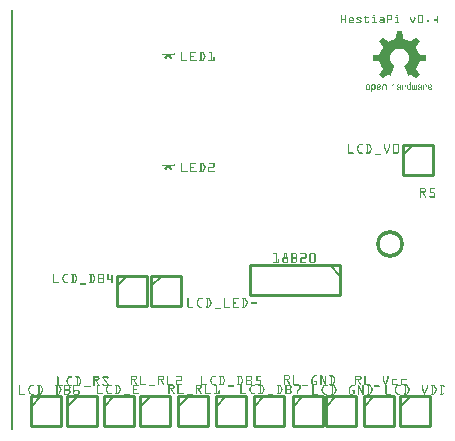
<source format=gto>
G04 MADE WITH FRITZING*
G04 WWW.FRITZING.ORG*
G04 DOUBLE SIDED*
G04 HOLES PLATED*
G04 CONTOUR ON CENTER OF CONTOUR VECTOR*
%ASAXBY*%
%FSLAX23Y23*%
%MOIN*%
%OFA0B0*%
%SFA1.0B1.0*%
%ADD10C,0.092000X0.068*%
%ADD11C,0.010000*%
%ADD12C,0.005000*%
%ADD13R,0.001000X0.001000*%
%LNSILK1*%
G90*
G70*
G54D10*
X1269Y623D03*
G54D11*
X816Y116D02*
X816Y16D01*
D02*
X816Y16D02*
X916Y16D01*
D02*
X916Y16D02*
X916Y116D01*
D02*
X916Y116D02*
X816Y116D01*
G54D12*
D02*
X816Y81D02*
X851Y116D01*
G54D11*
D02*
X72Y116D02*
X72Y16D01*
D02*
X72Y16D02*
X172Y16D01*
D02*
X172Y16D02*
X172Y116D01*
D02*
X172Y116D02*
X72Y116D01*
G54D12*
D02*
X72Y81D02*
X107Y116D01*
G54D11*
D02*
X690Y116D02*
X690Y16D01*
D02*
X690Y16D02*
X790Y16D01*
D02*
X790Y16D02*
X790Y116D01*
D02*
X790Y116D02*
X690Y116D01*
G54D12*
D02*
X690Y81D02*
X725Y116D01*
G54D11*
D02*
X360Y518D02*
X360Y418D01*
D02*
X360Y418D02*
X460Y418D01*
D02*
X460Y418D02*
X460Y518D01*
D02*
X460Y518D02*
X360Y518D01*
G54D12*
D02*
X360Y483D02*
X395Y518D01*
G54D11*
D02*
X474Y518D02*
X474Y418D01*
D02*
X474Y418D02*
X574Y418D01*
D02*
X574Y418D02*
X574Y518D01*
D02*
X574Y518D02*
X474Y518D01*
G54D12*
D02*
X474Y483D02*
X509Y518D01*
G54D11*
D02*
X316Y116D02*
X316Y16D01*
D02*
X316Y16D02*
X416Y16D01*
D02*
X416Y16D02*
X416Y116D01*
D02*
X416Y116D02*
X316Y116D01*
G54D12*
D02*
X316Y81D02*
X351Y116D01*
G54D11*
D02*
X194Y116D02*
X194Y16D01*
D02*
X194Y16D02*
X294Y16D01*
D02*
X294Y16D02*
X294Y116D01*
D02*
X294Y116D02*
X194Y116D01*
G54D12*
D02*
X194Y81D02*
X229Y116D01*
G54D11*
D02*
X1312Y955D02*
X1312Y855D01*
D02*
X1312Y855D02*
X1412Y855D01*
D02*
X1412Y855D02*
X1412Y955D01*
D02*
X1412Y955D02*
X1312Y955D01*
G54D12*
D02*
X1312Y920D02*
X1347Y955D01*
G54D11*
D02*
X1304Y116D02*
X1304Y16D01*
D02*
X1304Y16D02*
X1404Y16D01*
D02*
X1404Y16D02*
X1404Y116D01*
D02*
X1404Y116D02*
X1304Y116D01*
G54D12*
D02*
X1304Y81D02*
X1339Y116D01*
G54D11*
D02*
X1056Y116D02*
X1056Y16D01*
D02*
X1056Y16D02*
X1156Y16D01*
D02*
X1156Y16D02*
X1156Y116D01*
D02*
X1156Y116D02*
X1056Y116D01*
G54D12*
D02*
X1056Y81D02*
X1091Y116D01*
G54D11*
D02*
X438Y116D02*
X438Y16D01*
D02*
X438Y16D02*
X538Y16D01*
D02*
X538Y16D02*
X538Y116D01*
D02*
X538Y116D02*
X438Y116D01*
G54D12*
D02*
X438Y81D02*
X473Y116D01*
G54D11*
D02*
X1182Y116D02*
X1182Y16D01*
D02*
X1182Y16D02*
X1282Y16D01*
D02*
X1282Y16D02*
X1282Y116D01*
D02*
X1282Y116D02*
X1182Y116D01*
G54D12*
D02*
X1182Y81D02*
X1217Y116D01*
G54D11*
D02*
X946Y116D02*
X946Y16D01*
D02*
X946Y16D02*
X1046Y16D01*
D02*
X1046Y16D02*
X1046Y116D01*
D02*
X1046Y116D02*
X946Y116D01*
G54D12*
D02*
X946Y81D02*
X981Y116D01*
G54D11*
D02*
X564Y116D02*
X564Y16D01*
D02*
X564Y16D02*
X664Y16D01*
D02*
X664Y16D02*
X664Y116D01*
D02*
X664Y116D02*
X564Y116D01*
G54D12*
D02*
X564Y81D02*
X599Y116D01*
G54D11*
D02*
X1105Y553D02*
X805Y553D01*
D02*
X805Y553D02*
X805Y453D01*
D02*
X805Y453D02*
X1105Y453D01*
D02*
X1105Y453D02*
X1105Y553D01*
G54D12*
D02*
X1070Y553D02*
X1105Y518D01*
G54D13*
X7Y1403D02*
X15Y1403D01*
X7Y1402D02*
X14Y1402D01*
X7Y1401D02*
X14Y1401D01*
X7Y1400D02*
X14Y1400D01*
X7Y1399D02*
X14Y1399D01*
X7Y1398D02*
X14Y1398D01*
X7Y1397D02*
X14Y1397D01*
X7Y1396D02*
X14Y1396D01*
X7Y1395D02*
X14Y1395D01*
X7Y1394D02*
X14Y1394D01*
X7Y1393D02*
X14Y1393D01*
X7Y1392D02*
X14Y1392D01*
X7Y1391D02*
X14Y1391D01*
X7Y1390D02*
X14Y1390D01*
X7Y1389D02*
X14Y1389D01*
X7Y1388D02*
X14Y1388D01*
X1216Y1388D02*
X1219Y1388D01*
X1292Y1388D02*
X1296Y1388D01*
X7Y1387D02*
X14Y1387D01*
X1108Y1387D02*
X1109Y1387D01*
X1123Y1387D02*
X1123Y1387D01*
X1215Y1387D02*
X1219Y1387D01*
X1261Y1387D02*
X1274Y1387D01*
X1292Y1387D02*
X1296Y1387D01*
X1366Y1387D02*
X1378Y1387D01*
X1417Y1387D02*
X1417Y1387D01*
X7Y1386D02*
X14Y1386D01*
X1108Y1386D02*
X1110Y1386D01*
X1122Y1386D02*
X1124Y1386D01*
X1215Y1386D02*
X1219Y1386D01*
X1261Y1386D02*
X1276Y1386D01*
X1292Y1386D02*
X1296Y1386D01*
X1365Y1386D02*
X1379Y1386D01*
X1416Y1386D02*
X1418Y1386D01*
X7Y1385D02*
X14Y1385D01*
X1107Y1385D02*
X1110Y1385D01*
X1122Y1385D02*
X1124Y1385D01*
X1188Y1385D02*
X1190Y1385D01*
X1215Y1385D02*
X1219Y1385D01*
X1261Y1385D02*
X1277Y1385D01*
X1292Y1385D02*
X1296Y1385D01*
X1364Y1385D02*
X1380Y1385D01*
X1416Y1385D02*
X1418Y1385D01*
X7Y1384D02*
X14Y1384D01*
X1107Y1384D02*
X1110Y1384D01*
X1122Y1384D02*
X1124Y1384D01*
X1188Y1384D02*
X1190Y1384D01*
X1216Y1384D02*
X1219Y1384D01*
X1261Y1384D02*
X1277Y1384D01*
X1293Y1384D02*
X1296Y1384D01*
X1364Y1384D02*
X1380Y1384D01*
X1416Y1384D02*
X1418Y1384D01*
X1427Y1384D02*
X1428Y1384D01*
X7Y1383D02*
X14Y1383D01*
X1107Y1383D02*
X1110Y1383D01*
X1122Y1383D02*
X1124Y1383D01*
X1188Y1383D02*
X1190Y1383D01*
X1261Y1383D02*
X1264Y1383D01*
X1275Y1383D02*
X1278Y1383D01*
X1364Y1383D02*
X1366Y1383D01*
X1378Y1383D02*
X1380Y1383D01*
X1416Y1383D02*
X1418Y1383D01*
X1426Y1383D02*
X1429Y1383D01*
X7Y1382D02*
X14Y1382D01*
X1107Y1382D02*
X1110Y1382D01*
X1122Y1382D02*
X1124Y1382D01*
X1188Y1382D02*
X1190Y1382D01*
X1261Y1382D02*
X1264Y1382D01*
X1275Y1382D02*
X1278Y1382D01*
X1364Y1382D02*
X1366Y1382D01*
X1378Y1382D02*
X1380Y1382D01*
X1416Y1382D02*
X1418Y1382D01*
X1426Y1382D02*
X1429Y1382D01*
X7Y1381D02*
X14Y1381D01*
X1107Y1381D02*
X1110Y1381D01*
X1122Y1381D02*
X1124Y1381D01*
X1188Y1381D02*
X1190Y1381D01*
X1261Y1381D02*
X1264Y1381D01*
X1275Y1381D02*
X1278Y1381D01*
X1364Y1381D02*
X1366Y1381D01*
X1378Y1381D02*
X1380Y1381D01*
X1416Y1381D02*
X1418Y1381D01*
X1426Y1381D02*
X1429Y1381D01*
X7Y1380D02*
X14Y1380D01*
X1107Y1380D02*
X1110Y1380D01*
X1122Y1380D02*
X1124Y1380D01*
X1188Y1380D02*
X1190Y1380D01*
X1261Y1380D02*
X1264Y1380D01*
X1275Y1380D02*
X1278Y1380D01*
X1364Y1380D02*
X1366Y1380D01*
X1378Y1380D02*
X1380Y1380D01*
X1416Y1380D02*
X1418Y1380D01*
X1426Y1380D02*
X1429Y1380D01*
X7Y1379D02*
X14Y1379D01*
X1107Y1379D02*
X1110Y1379D01*
X1122Y1379D02*
X1124Y1379D01*
X1137Y1379D02*
X1146Y1379D01*
X1161Y1379D02*
X1173Y1379D01*
X1185Y1379D02*
X1199Y1379D01*
X1212Y1379D02*
X1219Y1379D01*
X1239Y1379D02*
X1249Y1379D01*
X1261Y1379D02*
X1264Y1379D01*
X1275Y1379D02*
X1278Y1379D01*
X1289Y1379D02*
X1296Y1379D01*
X1338Y1379D02*
X1340Y1379D01*
X1352Y1379D02*
X1354Y1379D01*
X1364Y1379D02*
X1366Y1379D01*
X1378Y1379D02*
X1380Y1379D01*
X1416Y1379D02*
X1418Y1379D01*
X1426Y1379D02*
X1429Y1379D01*
X7Y1378D02*
X14Y1378D01*
X1107Y1378D02*
X1110Y1378D01*
X1122Y1378D02*
X1124Y1378D01*
X1136Y1378D02*
X1147Y1378D01*
X1160Y1378D02*
X1174Y1378D01*
X1185Y1378D02*
X1199Y1378D01*
X1212Y1378D02*
X1219Y1378D01*
X1239Y1378D02*
X1250Y1378D01*
X1261Y1378D02*
X1264Y1378D01*
X1275Y1378D02*
X1278Y1378D01*
X1288Y1378D02*
X1296Y1378D01*
X1338Y1378D02*
X1340Y1378D01*
X1352Y1378D02*
X1355Y1378D01*
X1364Y1378D02*
X1366Y1378D01*
X1378Y1378D02*
X1380Y1378D01*
X1416Y1378D02*
X1418Y1378D01*
X1426Y1378D02*
X1429Y1378D01*
X7Y1377D02*
X14Y1377D01*
X1107Y1377D02*
X1110Y1377D01*
X1122Y1377D02*
X1124Y1377D01*
X1135Y1377D02*
X1148Y1377D01*
X1159Y1377D02*
X1175Y1377D01*
X1185Y1377D02*
X1199Y1377D01*
X1212Y1377D02*
X1219Y1377D01*
X1239Y1377D02*
X1251Y1377D01*
X1261Y1377D02*
X1264Y1377D01*
X1275Y1377D02*
X1278Y1377D01*
X1289Y1377D02*
X1296Y1377D01*
X1338Y1377D02*
X1341Y1377D01*
X1352Y1377D02*
X1355Y1377D01*
X1364Y1377D02*
X1366Y1377D01*
X1378Y1377D02*
X1380Y1377D01*
X1416Y1377D02*
X1418Y1377D01*
X1426Y1377D02*
X1429Y1377D01*
X7Y1376D02*
X14Y1376D01*
X1107Y1376D02*
X1110Y1376D01*
X1122Y1376D02*
X1124Y1376D01*
X1134Y1376D02*
X1138Y1376D01*
X1145Y1376D02*
X1149Y1376D01*
X1159Y1376D02*
X1162Y1376D01*
X1172Y1376D02*
X1175Y1376D01*
X1187Y1376D02*
X1191Y1376D01*
X1217Y1376D02*
X1219Y1376D01*
X1248Y1376D02*
X1252Y1376D01*
X1261Y1376D02*
X1264Y1376D01*
X1275Y1376D02*
X1278Y1376D01*
X1293Y1376D02*
X1296Y1376D01*
X1338Y1376D02*
X1341Y1376D01*
X1352Y1376D02*
X1355Y1376D01*
X1364Y1376D02*
X1366Y1376D01*
X1378Y1376D02*
X1380Y1376D01*
X1416Y1376D02*
X1418Y1376D01*
X1426Y1376D02*
X1429Y1376D01*
X7Y1375D02*
X14Y1375D01*
X1107Y1375D02*
X1124Y1375D01*
X1133Y1375D02*
X1137Y1375D01*
X1146Y1375D02*
X1149Y1375D01*
X1159Y1375D02*
X1162Y1375D01*
X1173Y1375D02*
X1174Y1375D01*
X1188Y1375D02*
X1190Y1375D01*
X1217Y1375D02*
X1219Y1375D01*
X1249Y1375D02*
X1252Y1375D01*
X1261Y1375D02*
X1264Y1375D01*
X1275Y1375D02*
X1278Y1375D01*
X1294Y1375D02*
X1296Y1375D01*
X1338Y1375D02*
X1341Y1375D01*
X1352Y1375D02*
X1355Y1375D01*
X1364Y1375D02*
X1366Y1375D01*
X1378Y1375D02*
X1380Y1375D01*
X1416Y1375D02*
X1418Y1375D01*
X1426Y1375D02*
X1429Y1375D01*
X7Y1374D02*
X14Y1374D01*
X1107Y1374D02*
X1124Y1374D01*
X1133Y1374D02*
X1136Y1374D01*
X1147Y1374D02*
X1150Y1374D01*
X1159Y1374D02*
X1163Y1374D01*
X1188Y1374D02*
X1190Y1374D01*
X1217Y1374D02*
X1219Y1374D01*
X1249Y1374D02*
X1252Y1374D01*
X1261Y1374D02*
X1264Y1374D01*
X1274Y1374D02*
X1278Y1374D01*
X1294Y1374D02*
X1296Y1374D01*
X1338Y1374D02*
X1341Y1374D01*
X1351Y1374D02*
X1354Y1374D01*
X1364Y1374D02*
X1366Y1374D01*
X1378Y1374D02*
X1380Y1374D01*
X1416Y1374D02*
X1418Y1374D01*
X1426Y1374D02*
X1429Y1374D01*
X7Y1373D02*
X14Y1373D01*
X1107Y1373D02*
X1124Y1373D01*
X1133Y1373D02*
X1136Y1373D01*
X1147Y1373D02*
X1150Y1373D01*
X1160Y1373D02*
X1165Y1373D01*
X1188Y1373D02*
X1190Y1373D01*
X1217Y1373D02*
X1219Y1373D01*
X1249Y1373D02*
X1252Y1373D01*
X1261Y1373D02*
X1277Y1373D01*
X1294Y1373D02*
X1296Y1373D01*
X1339Y1373D02*
X1341Y1373D01*
X1351Y1373D02*
X1354Y1373D01*
X1364Y1373D02*
X1366Y1373D01*
X1378Y1373D02*
X1380Y1373D01*
X1416Y1373D02*
X1418Y1373D01*
X1426Y1373D02*
X1429Y1373D01*
X7Y1372D02*
X14Y1372D01*
X1107Y1372D02*
X1124Y1372D01*
X1133Y1372D02*
X1136Y1372D01*
X1147Y1372D02*
X1150Y1372D01*
X1160Y1372D02*
X1167Y1372D01*
X1188Y1372D02*
X1190Y1372D01*
X1217Y1372D02*
X1219Y1372D01*
X1239Y1372D02*
X1252Y1372D01*
X1261Y1372D02*
X1276Y1372D01*
X1294Y1372D02*
X1296Y1372D01*
X1339Y1372D02*
X1342Y1372D01*
X1351Y1372D02*
X1353Y1372D01*
X1364Y1372D02*
X1366Y1372D01*
X1378Y1372D02*
X1380Y1372D01*
X1416Y1372D02*
X1429Y1372D01*
X7Y1371D02*
X14Y1371D01*
X1107Y1371D02*
X1110Y1371D01*
X1122Y1371D02*
X1124Y1371D01*
X1133Y1371D02*
X1136Y1371D01*
X1147Y1371D02*
X1150Y1371D01*
X1162Y1371D02*
X1170Y1371D01*
X1188Y1371D02*
X1190Y1371D01*
X1217Y1371D02*
X1219Y1371D01*
X1237Y1371D02*
X1252Y1371D01*
X1261Y1371D02*
X1275Y1371D01*
X1294Y1371D02*
X1296Y1371D01*
X1339Y1371D02*
X1342Y1371D01*
X1350Y1371D02*
X1353Y1371D01*
X1364Y1371D02*
X1366Y1371D01*
X1378Y1371D02*
X1380Y1371D01*
X1416Y1371D02*
X1430Y1371D01*
X7Y1370D02*
X14Y1370D01*
X1107Y1370D02*
X1110Y1370D01*
X1122Y1370D02*
X1124Y1370D01*
X1133Y1370D02*
X1150Y1370D01*
X1164Y1370D02*
X1172Y1370D01*
X1188Y1370D02*
X1190Y1370D01*
X1217Y1370D02*
X1219Y1370D01*
X1237Y1370D02*
X1252Y1370D01*
X1261Y1370D02*
X1264Y1370D01*
X1294Y1370D02*
X1296Y1370D01*
X1340Y1370D02*
X1343Y1370D01*
X1350Y1370D02*
X1353Y1370D01*
X1364Y1370D02*
X1366Y1370D01*
X1378Y1370D02*
X1380Y1370D01*
X1395Y1370D02*
X1400Y1370D01*
X1416Y1370D02*
X1430Y1370D01*
X7Y1369D02*
X14Y1369D01*
X1107Y1369D02*
X1110Y1369D01*
X1122Y1369D02*
X1124Y1369D01*
X1133Y1369D02*
X1150Y1369D01*
X1166Y1369D02*
X1173Y1369D01*
X1188Y1369D02*
X1190Y1369D01*
X1217Y1369D02*
X1219Y1369D01*
X1236Y1369D02*
X1252Y1369D01*
X1261Y1369D02*
X1264Y1369D01*
X1294Y1369D02*
X1296Y1369D01*
X1340Y1369D02*
X1343Y1369D01*
X1349Y1369D02*
X1352Y1369D01*
X1364Y1369D02*
X1366Y1369D01*
X1378Y1369D02*
X1380Y1369D01*
X1394Y1369D02*
X1401Y1369D01*
X1416Y1369D02*
X1430Y1369D01*
X7Y1368D02*
X14Y1368D01*
X1107Y1368D02*
X1110Y1368D01*
X1122Y1368D02*
X1124Y1368D01*
X1133Y1368D02*
X1149Y1368D01*
X1169Y1368D02*
X1174Y1368D01*
X1188Y1368D02*
X1190Y1368D01*
X1217Y1368D02*
X1219Y1368D01*
X1236Y1368D02*
X1239Y1368D01*
X1249Y1368D02*
X1252Y1368D01*
X1261Y1368D02*
X1264Y1368D01*
X1294Y1368D02*
X1296Y1368D01*
X1341Y1368D02*
X1344Y1368D01*
X1349Y1368D02*
X1352Y1368D01*
X1364Y1368D02*
X1366Y1368D01*
X1378Y1368D02*
X1380Y1368D01*
X1394Y1368D02*
X1401Y1368D01*
X1426Y1368D02*
X1429Y1368D01*
X7Y1367D02*
X14Y1367D01*
X1107Y1367D02*
X1110Y1367D01*
X1122Y1367D02*
X1124Y1367D01*
X1133Y1367D02*
X1136Y1367D01*
X1171Y1367D02*
X1175Y1367D01*
X1188Y1367D02*
X1190Y1367D01*
X1217Y1367D02*
X1219Y1367D01*
X1236Y1367D02*
X1238Y1367D01*
X1249Y1367D02*
X1252Y1367D01*
X1261Y1367D02*
X1264Y1367D01*
X1294Y1367D02*
X1296Y1367D01*
X1341Y1367D02*
X1344Y1367D01*
X1348Y1367D02*
X1351Y1367D01*
X1364Y1367D02*
X1366Y1367D01*
X1378Y1367D02*
X1380Y1367D01*
X1394Y1367D02*
X1401Y1367D01*
X1426Y1367D02*
X1429Y1367D01*
X7Y1366D02*
X14Y1366D01*
X1107Y1366D02*
X1110Y1366D01*
X1122Y1366D02*
X1124Y1366D01*
X1133Y1366D02*
X1136Y1366D01*
X1172Y1366D02*
X1175Y1366D01*
X1188Y1366D02*
X1190Y1366D01*
X1199Y1366D02*
X1200Y1366D01*
X1217Y1366D02*
X1219Y1366D01*
X1235Y1366D02*
X1238Y1366D01*
X1249Y1366D02*
X1252Y1366D01*
X1261Y1366D02*
X1264Y1366D01*
X1294Y1366D02*
X1296Y1366D01*
X1342Y1366D02*
X1345Y1366D01*
X1348Y1366D02*
X1351Y1366D01*
X1364Y1366D02*
X1366Y1366D01*
X1378Y1366D02*
X1380Y1366D01*
X1394Y1366D02*
X1401Y1366D01*
X1426Y1366D02*
X1429Y1366D01*
X7Y1365D02*
X14Y1365D01*
X1107Y1365D02*
X1110Y1365D01*
X1122Y1365D02*
X1124Y1365D01*
X1133Y1365D02*
X1136Y1365D01*
X1173Y1365D02*
X1175Y1365D01*
X1188Y1365D02*
X1190Y1365D01*
X1199Y1365D02*
X1201Y1365D01*
X1217Y1365D02*
X1219Y1365D01*
X1235Y1365D02*
X1238Y1365D01*
X1249Y1365D02*
X1252Y1365D01*
X1261Y1365D02*
X1264Y1365D01*
X1294Y1365D02*
X1296Y1365D01*
X1342Y1365D02*
X1345Y1365D01*
X1347Y1365D02*
X1350Y1365D01*
X1364Y1365D02*
X1366Y1365D01*
X1378Y1365D02*
X1380Y1365D01*
X1395Y1365D02*
X1400Y1365D01*
X1426Y1365D02*
X1429Y1365D01*
X7Y1364D02*
X14Y1364D01*
X1107Y1364D02*
X1110Y1364D01*
X1122Y1364D02*
X1124Y1364D01*
X1133Y1364D02*
X1137Y1364D01*
X1159Y1364D02*
X1161Y1364D01*
X1172Y1364D02*
X1175Y1364D01*
X1188Y1364D02*
X1191Y1364D01*
X1198Y1364D02*
X1201Y1364D01*
X1217Y1364D02*
X1219Y1364D01*
X1236Y1364D02*
X1238Y1364D01*
X1247Y1364D02*
X1252Y1364D01*
X1261Y1364D02*
X1264Y1364D01*
X1294Y1364D02*
X1296Y1364D01*
X1343Y1364D02*
X1345Y1364D01*
X1347Y1364D02*
X1350Y1364D01*
X1364Y1364D02*
X1366Y1364D01*
X1378Y1364D02*
X1380Y1364D01*
X1426Y1364D02*
X1429Y1364D01*
X7Y1363D02*
X14Y1363D01*
X1107Y1363D02*
X1110Y1363D01*
X1122Y1363D02*
X1124Y1363D01*
X1134Y1363D02*
X1149Y1363D01*
X1159Y1363D02*
X1175Y1363D01*
X1188Y1363D02*
X1201Y1363D01*
X1213Y1363D02*
X1224Y1363D01*
X1236Y1363D02*
X1252Y1363D01*
X1261Y1363D02*
X1264Y1363D01*
X1290Y1363D02*
X1300Y1363D01*
X1343Y1363D02*
X1350Y1363D01*
X1364Y1363D02*
X1380Y1363D01*
X1426Y1363D02*
X1429Y1363D01*
X7Y1362D02*
X14Y1362D01*
X1107Y1362D02*
X1110Y1362D01*
X1122Y1362D02*
X1124Y1362D01*
X1135Y1362D02*
X1150Y1362D01*
X1159Y1362D02*
X1174Y1362D01*
X1189Y1362D02*
X1200Y1362D01*
X1212Y1362D02*
X1225Y1362D01*
X1236Y1362D02*
X1252Y1362D01*
X1261Y1362D02*
X1264Y1362D01*
X1289Y1362D02*
X1301Y1362D01*
X1343Y1362D02*
X1349Y1362D01*
X1364Y1362D02*
X1380Y1362D01*
X1426Y1362D02*
X1429Y1362D01*
X7Y1361D02*
X14Y1361D01*
X1107Y1361D02*
X1110Y1361D01*
X1122Y1361D02*
X1124Y1361D01*
X1136Y1361D02*
X1150Y1361D01*
X1160Y1361D02*
X1173Y1361D01*
X1190Y1361D02*
X1199Y1361D01*
X1212Y1361D02*
X1225Y1361D01*
X1237Y1361D02*
X1252Y1361D01*
X1261Y1361D02*
X1264Y1361D01*
X1289Y1361D02*
X1302Y1361D01*
X1344Y1361D02*
X1349Y1361D01*
X1364Y1361D02*
X1379Y1361D01*
X1426Y1361D02*
X1429Y1361D01*
X7Y1360D02*
X14Y1360D01*
X1108Y1360D02*
X1109Y1360D01*
X1122Y1360D02*
X1123Y1360D01*
X1138Y1360D02*
X1149Y1360D01*
X1162Y1360D02*
X1172Y1360D01*
X1191Y1360D02*
X1198Y1360D01*
X1212Y1360D02*
X1224Y1360D01*
X1239Y1360D02*
X1246Y1360D01*
X1250Y1360D02*
X1251Y1360D01*
X1262Y1360D02*
X1263Y1360D01*
X1289Y1360D02*
X1301Y1360D01*
X1344Y1360D02*
X1348Y1360D01*
X1365Y1360D02*
X1378Y1360D01*
X1427Y1360D02*
X1428Y1360D01*
X7Y1359D02*
X14Y1359D01*
X7Y1358D02*
X14Y1358D01*
X7Y1357D02*
X14Y1357D01*
X7Y1356D02*
X14Y1356D01*
X7Y1355D02*
X14Y1355D01*
X7Y1354D02*
X14Y1354D01*
X7Y1353D02*
X14Y1353D01*
X7Y1352D02*
X14Y1352D01*
X7Y1351D02*
X14Y1351D01*
X7Y1350D02*
X14Y1350D01*
X7Y1349D02*
X14Y1349D01*
X7Y1348D02*
X14Y1348D01*
X7Y1347D02*
X14Y1347D01*
X7Y1346D02*
X14Y1346D01*
X7Y1345D02*
X14Y1345D01*
X7Y1344D02*
X14Y1344D01*
X7Y1343D02*
X14Y1343D01*
X7Y1342D02*
X14Y1342D01*
X7Y1341D02*
X14Y1341D01*
X7Y1340D02*
X14Y1340D01*
X7Y1339D02*
X14Y1339D01*
X7Y1338D02*
X14Y1338D01*
X7Y1337D02*
X14Y1337D01*
X7Y1336D02*
X14Y1336D01*
X7Y1335D02*
X14Y1335D01*
X7Y1334D02*
X14Y1334D01*
X7Y1333D02*
X14Y1333D01*
X7Y1332D02*
X14Y1332D01*
X1294Y1332D02*
X1309Y1332D01*
X7Y1331D02*
X14Y1331D01*
X1293Y1331D02*
X1310Y1331D01*
X7Y1330D02*
X14Y1330D01*
X1293Y1330D02*
X1310Y1330D01*
X7Y1329D02*
X14Y1329D01*
X1293Y1329D02*
X1310Y1329D01*
X7Y1328D02*
X14Y1328D01*
X1293Y1328D02*
X1310Y1328D01*
X7Y1327D02*
X14Y1327D01*
X1293Y1327D02*
X1311Y1327D01*
X7Y1326D02*
X14Y1326D01*
X1293Y1326D02*
X1311Y1326D01*
X7Y1325D02*
X14Y1325D01*
X1292Y1325D02*
X1311Y1325D01*
X7Y1324D02*
X14Y1324D01*
X1292Y1324D02*
X1311Y1324D01*
X7Y1323D02*
X14Y1323D01*
X1292Y1323D02*
X1311Y1323D01*
X7Y1322D02*
X14Y1322D01*
X1292Y1322D02*
X1312Y1322D01*
X7Y1321D02*
X14Y1321D01*
X1292Y1321D02*
X1312Y1321D01*
X7Y1320D02*
X14Y1320D01*
X1291Y1320D02*
X1312Y1320D01*
X7Y1319D02*
X14Y1319D01*
X1291Y1319D02*
X1312Y1319D01*
X7Y1318D02*
X14Y1318D01*
X1291Y1318D02*
X1312Y1318D01*
X7Y1317D02*
X14Y1317D01*
X1291Y1317D02*
X1313Y1317D01*
X7Y1316D02*
X14Y1316D01*
X1291Y1316D02*
X1313Y1316D01*
X7Y1315D02*
X14Y1315D01*
X1290Y1315D02*
X1313Y1315D01*
X7Y1314D02*
X14Y1314D01*
X1290Y1314D02*
X1313Y1314D01*
X7Y1313D02*
X14Y1313D01*
X1290Y1313D02*
X1313Y1313D01*
X7Y1312D02*
X14Y1312D01*
X1290Y1312D02*
X1313Y1312D01*
X1358Y1312D02*
X1358Y1312D01*
X7Y1311D02*
X14Y1311D01*
X1245Y1311D02*
X1247Y1311D01*
X1290Y1311D02*
X1314Y1311D01*
X1357Y1311D02*
X1359Y1311D01*
X7Y1310D02*
X14Y1310D01*
X1244Y1310D02*
X1248Y1310D01*
X1290Y1310D02*
X1314Y1310D01*
X1355Y1310D02*
X1360Y1310D01*
X7Y1309D02*
X14Y1309D01*
X1243Y1309D02*
X1250Y1309D01*
X1289Y1309D02*
X1314Y1309D01*
X1354Y1309D02*
X1361Y1309D01*
X7Y1308D02*
X14Y1308D01*
X1242Y1308D02*
X1251Y1308D01*
X1289Y1308D02*
X1314Y1308D01*
X1352Y1308D02*
X1362Y1308D01*
X7Y1307D02*
X14Y1307D01*
X1241Y1307D02*
X1253Y1307D01*
X1288Y1307D02*
X1316Y1307D01*
X1351Y1307D02*
X1363Y1307D01*
X7Y1306D02*
X14Y1306D01*
X1240Y1306D02*
X1254Y1306D01*
X1284Y1306D02*
X1319Y1306D01*
X1349Y1306D02*
X1364Y1306D01*
X7Y1305D02*
X14Y1305D01*
X1239Y1305D02*
X1256Y1305D01*
X1281Y1305D02*
X1323Y1305D01*
X1348Y1305D02*
X1365Y1305D01*
X7Y1304D02*
X14Y1304D01*
X1238Y1304D02*
X1257Y1304D01*
X1278Y1304D02*
X1325Y1304D01*
X1346Y1304D02*
X1366Y1304D01*
X7Y1303D02*
X14Y1303D01*
X1237Y1303D02*
X1259Y1303D01*
X1276Y1303D02*
X1328Y1303D01*
X1345Y1303D02*
X1367Y1303D01*
X7Y1302D02*
X14Y1302D01*
X1236Y1302D02*
X1260Y1302D01*
X1274Y1302D02*
X1330Y1302D01*
X1343Y1302D02*
X1368Y1302D01*
X7Y1301D02*
X14Y1301D01*
X1235Y1301D02*
X1261Y1301D01*
X1272Y1301D02*
X1332Y1301D01*
X1342Y1301D02*
X1369Y1301D01*
X7Y1300D02*
X14Y1300D01*
X1234Y1300D02*
X1263Y1300D01*
X1270Y1300D02*
X1334Y1300D01*
X1341Y1300D02*
X1369Y1300D01*
X7Y1299D02*
X14Y1299D01*
X1235Y1299D02*
X1264Y1299D01*
X1268Y1299D02*
X1335Y1299D01*
X1339Y1299D02*
X1369Y1299D01*
X7Y1298D02*
X14Y1298D01*
X1235Y1298D02*
X1368Y1298D01*
X7Y1297D02*
X14Y1297D01*
X1236Y1297D02*
X1367Y1297D01*
X7Y1296D02*
X14Y1296D01*
X1237Y1296D02*
X1367Y1296D01*
X7Y1295D02*
X14Y1295D01*
X1238Y1295D02*
X1366Y1295D01*
X7Y1294D02*
X14Y1294D01*
X1238Y1294D02*
X1365Y1294D01*
X7Y1293D02*
X14Y1293D01*
X1239Y1293D02*
X1365Y1293D01*
X7Y1292D02*
X14Y1292D01*
X1240Y1292D02*
X1364Y1292D01*
X7Y1291D02*
X14Y1291D01*
X1240Y1291D02*
X1363Y1291D01*
X7Y1290D02*
X14Y1290D01*
X1241Y1290D02*
X1362Y1290D01*
X7Y1289D02*
X14Y1289D01*
X1242Y1289D02*
X1362Y1289D01*
X7Y1288D02*
X14Y1288D01*
X1242Y1288D02*
X1361Y1288D01*
X7Y1287D02*
X14Y1287D01*
X1243Y1287D02*
X1360Y1287D01*
X7Y1286D02*
X14Y1286D01*
X1244Y1286D02*
X1360Y1286D01*
X7Y1285D02*
X14Y1285D01*
X1244Y1285D02*
X1359Y1285D01*
X7Y1284D02*
X14Y1284D01*
X1245Y1284D02*
X1358Y1284D01*
X7Y1283D02*
X14Y1283D01*
X1246Y1283D02*
X1358Y1283D01*
X7Y1282D02*
X14Y1282D01*
X1246Y1282D02*
X1357Y1282D01*
X7Y1281D02*
X14Y1281D01*
X1247Y1281D02*
X1356Y1281D01*
X7Y1280D02*
X14Y1280D01*
X1248Y1280D02*
X1356Y1280D01*
X7Y1279D02*
X14Y1279D01*
X1247Y1279D02*
X1356Y1279D01*
X7Y1278D02*
X14Y1278D01*
X1247Y1278D02*
X1357Y1278D01*
X7Y1277D02*
X14Y1277D01*
X1246Y1277D02*
X1357Y1277D01*
X7Y1276D02*
X14Y1276D01*
X1246Y1276D02*
X1358Y1276D01*
X7Y1275D02*
X14Y1275D01*
X1245Y1275D02*
X1297Y1275D01*
X1306Y1275D02*
X1358Y1275D01*
X7Y1274D02*
X14Y1274D01*
X1244Y1274D02*
X1292Y1274D01*
X1311Y1274D02*
X1359Y1274D01*
X7Y1273D02*
X14Y1273D01*
X1244Y1273D02*
X1289Y1273D01*
X1314Y1273D02*
X1360Y1273D01*
X7Y1272D02*
X14Y1272D01*
X1243Y1272D02*
X1287Y1272D01*
X1316Y1272D02*
X1360Y1272D01*
X7Y1271D02*
X14Y1271D01*
X1243Y1271D02*
X1285Y1271D01*
X1318Y1271D02*
X1361Y1271D01*
X7Y1270D02*
X14Y1270D01*
X1242Y1270D02*
X1284Y1270D01*
X1320Y1270D02*
X1361Y1270D01*
X7Y1269D02*
X14Y1269D01*
X1242Y1269D02*
X1282Y1269D01*
X1321Y1269D02*
X1361Y1269D01*
X7Y1268D02*
X14Y1268D01*
X1242Y1268D02*
X1281Y1268D01*
X1322Y1268D02*
X1362Y1268D01*
X7Y1267D02*
X14Y1267D01*
X1241Y1267D02*
X1280Y1267D01*
X1323Y1267D02*
X1362Y1267D01*
X7Y1266D02*
X14Y1266D01*
X1241Y1266D02*
X1279Y1266D01*
X1324Y1266D02*
X1363Y1266D01*
X7Y1265D02*
X14Y1265D01*
X575Y1265D02*
X578Y1265D01*
X605Y1265D02*
X624Y1265D01*
X636Y1265D02*
X647Y1265D01*
X666Y1265D02*
X677Y1265D01*
X1240Y1265D02*
X1278Y1265D01*
X1325Y1265D02*
X1363Y1265D01*
X7Y1264D02*
X14Y1264D01*
X575Y1264D02*
X578Y1264D01*
X605Y1264D02*
X625Y1264D01*
X635Y1264D02*
X648Y1264D01*
X665Y1264D02*
X677Y1264D01*
X1240Y1264D02*
X1277Y1264D01*
X1326Y1264D02*
X1363Y1264D01*
X7Y1263D02*
X14Y1263D01*
X575Y1263D02*
X578Y1263D01*
X605Y1263D02*
X625Y1263D01*
X635Y1263D02*
X649Y1263D01*
X665Y1263D02*
X677Y1263D01*
X1240Y1263D02*
X1276Y1263D01*
X1327Y1263D02*
X1364Y1263D01*
X7Y1262D02*
X14Y1262D01*
X575Y1262D02*
X578Y1262D01*
X605Y1262D02*
X624Y1262D01*
X636Y1262D02*
X650Y1262D01*
X666Y1262D02*
X677Y1262D01*
X1239Y1262D02*
X1276Y1262D01*
X1328Y1262D02*
X1364Y1262D01*
X7Y1261D02*
X14Y1261D01*
X575Y1261D02*
X578Y1261D01*
X605Y1261D02*
X608Y1261D01*
X639Y1261D02*
X642Y1261D01*
X646Y1261D02*
X650Y1261D01*
X673Y1261D02*
X677Y1261D01*
X1239Y1261D02*
X1275Y1261D01*
X1328Y1261D02*
X1364Y1261D01*
X7Y1260D02*
X14Y1260D01*
X575Y1260D02*
X578Y1260D01*
X605Y1260D02*
X608Y1260D01*
X639Y1260D02*
X642Y1260D01*
X647Y1260D02*
X651Y1260D01*
X673Y1260D02*
X677Y1260D01*
X1239Y1260D02*
X1274Y1260D01*
X1329Y1260D02*
X1365Y1260D01*
X7Y1259D02*
X14Y1259D01*
X510Y1259D02*
X510Y1259D01*
X552Y1259D02*
X552Y1259D01*
X575Y1259D02*
X578Y1259D01*
X605Y1259D02*
X608Y1259D01*
X639Y1259D02*
X642Y1259D01*
X647Y1259D02*
X651Y1259D01*
X673Y1259D02*
X677Y1259D01*
X1239Y1259D02*
X1274Y1259D01*
X1330Y1259D02*
X1365Y1259D01*
X7Y1258D02*
X14Y1258D01*
X510Y1258D02*
X552Y1258D01*
X575Y1258D02*
X578Y1258D01*
X605Y1258D02*
X608Y1258D01*
X639Y1258D02*
X642Y1258D01*
X648Y1258D02*
X652Y1258D01*
X673Y1258D02*
X677Y1258D01*
X1238Y1258D02*
X1273Y1258D01*
X1330Y1258D02*
X1365Y1258D01*
X7Y1257D02*
X14Y1257D01*
X509Y1257D02*
X553Y1257D01*
X575Y1257D02*
X578Y1257D01*
X605Y1257D02*
X608Y1257D01*
X639Y1257D02*
X642Y1257D01*
X648Y1257D02*
X652Y1257D01*
X673Y1257D02*
X677Y1257D01*
X1238Y1257D02*
X1273Y1257D01*
X1331Y1257D02*
X1366Y1257D01*
X7Y1256D02*
X14Y1256D01*
X510Y1256D02*
X553Y1256D01*
X575Y1256D02*
X578Y1256D01*
X605Y1256D02*
X608Y1256D01*
X639Y1256D02*
X642Y1256D01*
X649Y1256D02*
X653Y1256D01*
X673Y1256D02*
X677Y1256D01*
X1233Y1256D02*
X1272Y1256D01*
X1331Y1256D02*
X1371Y1256D01*
X7Y1255D02*
X14Y1255D01*
X510Y1255D02*
X552Y1255D01*
X575Y1255D02*
X578Y1255D01*
X605Y1255D02*
X608Y1255D01*
X639Y1255D02*
X642Y1255D01*
X649Y1255D02*
X653Y1255D01*
X673Y1255D02*
X677Y1255D01*
X1227Y1255D02*
X1272Y1255D01*
X1332Y1255D02*
X1376Y1255D01*
X7Y1254D02*
X14Y1254D01*
X511Y1254D02*
X552Y1254D01*
X575Y1254D02*
X578Y1254D01*
X605Y1254D02*
X608Y1254D01*
X639Y1254D02*
X642Y1254D01*
X650Y1254D02*
X654Y1254D01*
X673Y1254D02*
X677Y1254D01*
X1222Y1254D02*
X1271Y1254D01*
X1332Y1254D02*
X1381Y1254D01*
X7Y1253D02*
X14Y1253D01*
X512Y1253D02*
X550Y1253D01*
X575Y1253D02*
X578Y1253D01*
X605Y1253D02*
X608Y1253D01*
X639Y1253D02*
X642Y1253D01*
X650Y1253D02*
X654Y1253D01*
X673Y1253D02*
X677Y1253D01*
X1217Y1253D02*
X1271Y1253D01*
X1332Y1253D02*
X1387Y1253D01*
X7Y1252D02*
X14Y1252D01*
X523Y1252D02*
X539Y1252D01*
X575Y1252D02*
X578Y1252D01*
X605Y1252D02*
X608Y1252D01*
X639Y1252D02*
X642Y1252D01*
X651Y1252D02*
X654Y1252D01*
X673Y1252D02*
X677Y1252D01*
X1214Y1252D02*
X1271Y1252D01*
X1333Y1252D02*
X1389Y1252D01*
X7Y1251D02*
X14Y1251D01*
X522Y1251D02*
X540Y1251D01*
X575Y1251D02*
X578Y1251D01*
X605Y1251D02*
X616Y1251D01*
X639Y1251D02*
X642Y1251D01*
X651Y1251D02*
X655Y1251D01*
X673Y1251D02*
X677Y1251D01*
X1214Y1251D02*
X1271Y1251D01*
X1333Y1251D02*
X1389Y1251D01*
X7Y1250D02*
X14Y1250D01*
X522Y1250D02*
X530Y1250D01*
X532Y1250D02*
X541Y1250D01*
X575Y1250D02*
X578Y1250D01*
X605Y1250D02*
X616Y1250D01*
X639Y1250D02*
X642Y1250D01*
X652Y1250D02*
X655Y1250D01*
X673Y1250D02*
X677Y1250D01*
X1214Y1250D02*
X1270Y1250D01*
X1333Y1250D02*
X1389Y1250D01*
X7Y1249D02*
X14Y1249D01*
X521Y1249D02*
X530Y1249D01*
X532Y1249D02*
X541Y1249D01*
X575Y1249D02*
X578Y1249D01*
X605Y1249D02*
X616Y1249D01*
X639Y1249D02*
X642Y1249D01*
X652Y1249D02*
X655Y1249D01*
X673Y1249D02*
X677Y1249D01*
X1214Y1249D02*
X1270Y1249D01*
X1333Y1249D02*
X1389Y1249D01*
X7Y1248D02*
X14Y1248D01*
X521Y1248D02*
X529Y1248D01*
X533Y1248D02*
X542Y1248D01*
X575Y1248D02*
X578Y1248D01*
X605Y1248D02*
X616Y1248D01*
X639Y1248D02*
X642Y1248D01*
X651Y1248D02*
X655Y1248D01*
X673Y1248D02*
X677Y1248D01*
X683Y1248D02*
X684Y1248D01*
X1214Y1248D02*
X1270Y1248D01*
X1333Y1248D02*
X1389Y1248D01*
X7Y1247D02*
X14Y1247D01*
X520Y1247D02*
X528Y1247D01*
X534Y1247D02*
X543Y1247D01*
X575Y1247D02*
X578Y1247D01*
X605Y1247D02*
X608Y1247D01*
X639Y1247D02*
X642Y1247D01*
X651Y1247D02*
X654Y1247D01*
X673Y1247D02*
X677Y1247D01*
X682Y1247D02*
X685Y1247D01*
X1214Y1247D02*
X1270Y1247D01*
X1333Y1247D02*
X1389Y1247D01*
X7Y1246D02*
X14Y1246D01*
X519Y1246D02*
X528Y1246D01*
X535Y1246D02*
X543Y1246D01*
X575Y1246D02*
X578Y1246D01*
X605Y1246D02*
X608Y1246D01*
X639Y1246D02*
X642Y1246D01*
X650Y1246D02*
X654Y1246D01*
X673Y1246D02*
X677Y1246D01*
X682Y1246D02*
X685Y1246D01*
X1214Y1246D02*
X1270Y1246D01*
X1333Y1246D02*
X1389Y1246D01*
X7Y1245D02*
X14Y1245D01*
X519Y1245D02*
X527Y1245D01*
X535Y1245D02*
X544Y1245D01*
X575Y1245D02*
X578Y1245D01*
X605Y1245D02*
X608Y1245D01*
X639Y1245D02*
X642Y1245D01*
X650Y1245D02*
X654Y1245D01*
X673Y1245D02*
X677Y1245D01*
X682Y1245D02*
X685Y1245D01*
X1214Y1245D02*
X1270Y1245D01*
X1334Y1245D02*
X1389Y1245D01*
X7Y1244D02*
X14Y1244D01*
X519Y1244D02*
X526Y1244D01*
X536Y1244D02*
X544Y1244D01*
X575Y1244D02*
X578Y1244D01*
X605Y1244D02*
X608Y1244D01*
X639Y1244D02*
X642Y1244D01*
X649Y1244D02*
X653Y1244D01*
X673Y1244D02*
X677Y1244D01*
X682Y1244D02*
X685Y1244D01*
X1214Y1244D02*
X1270Y1244D01*
X1334Y1244D02*
X1389Y1244D01*
X7Y1243D02*
X14Y1243D01*
X519Y1243D02*
X526Y1243D01*
X537Y1243D02*
X543Y1243D01*
X575Y1243D02*
X578Y1243D01*
X605Y1243D02*
X608Y1243D01*
X639Y1243D02*
X642Y1243D01*
X649Y1243D02*
X653Y1243D01*
X673Y1243D02*
X677Y1243D01*
X682Y1243D02*
X685Y1243D01*
X1214Y1243D02*
X1270Y1243D01*
X1334Y1243D02*
X1389Y1243D01*
X7Y1242D02*
X14Y1242D01*
X520Y1242D02*
X525Y1242D01*
X538Y1242D02*
X543Y1242D01*
X575Y1242D02*
X578Y1242D01*
X605Y1242D02*
X608Y1242D01*
X639Y1242D02*
X642Y1242D01*
X648Y1242D02*
X652Y1242D01*
X673Y1242D02*
X677Y1242D01*
X682Y1242D02*
X685Y1242D01*
X1214Y1242D02*
X1270Y1242D01*
X1334Y1242D02*
X1389Y1242D01*
X7Y1241D02*
X14Y1241D01*
X575Y1241D02*
X578Y1241D01*
X605Y1241D02*
X608Y1241D01*
X639Y1241D02*
X642Y1241D01*
X648Y1241D02*
X652Y1241D01*
X673Y1241D02*
X677Y1241D01*
X682Y1241D02*
X685Y1241D01*
X1214Y1241D02*
X1270Y1241D01*
X1333Y1241D02*
X1389Y1241D01*
X7Y1240D02*
X14Y1240D01*
X575Y1240D02*
X578Y1240D01*
X605Y1240D02*
X608Y1240D01*
X639Y1240D02*
X642Y1240D01*
X647Y1240D02*
X651Y1240D01*
X673Y1240D02*
X677Y1240D01*
X682Y1240D02*
X685Y1240D01*
X1214Y1240D02*
X1270Y1240D01*
X1333Y1240D02*
X1389Y1240D01*
X7Y1239D02*
X14Y1239D01*
X575Y1239D02*
X578Y1239D01*
X605Y1239D02*
X608Y1239D01*
X639Y1239D02*
X642Y1239D01*
X647Y1239D02*
X651Y1239D01*
X673Y1239D02*
X677Y1239D01*
X682Y1239D02*
X685Y1239D01*
X1214Y1239D02*
X1270Y1239D01*
X1333Y1239D02*
X1389Y1239D01*
X7Y1238D02*
X14Y1238D01*
X575Y1238D02*
X578Y1238D01*
X605Y1238D02*
X608Y1238D01*
X639Y1238D02*
X642Y1238D01*
X646Y1238D02*
X650Y1238D01*
X673Y1238D02*
X677Y1238D01*
X682Y1238D02*
X685Y1238D01*
X1214Y1238D02*
X1270Y1238D01*
X1333Y1238D02*
X1389Y1238D01*
X7Y1237D02*
X14Y1237D01*
X575Y1237D02*
X594Y1237D01*
X605Y1237D02*
X624Y1237D01*
X636Y1237D02*
X650Y1237D01*
X666Y1237D02*
X685Y1237D01*
X1214Y1237D02*
X1271Y1237D01*
X1333Y1237D02*
X1389Y1237D01*
X7Y1236D02*
X14Y1236D01*
X575Y1236D02*
X594Y1236D01*
X605Y1236D02*
X625Y1236D01*
X635Y1236D02*
X649Y1236D01*
X665Y1236D02*
X685Y1236D01*
X1214Y1236D02*
X1271Y1236D01*
X1333Y1236D02*
X1389Y1236D01*
X7Y1235D02*
X14Y1235D01*
X575Y1235D02*
X595Y1235D01*
X605Y1235D02*
X625Y1235D01*
X635Y1235D02*
X648Y1235D01*
X665Y1235D02*
X685Y1235D01*
X1217Y1235D02*
X1271Y1235D01*
X1332Y1235D02*
X1386Y1235D01*
X7Y1234D02*
X14Y1234D01*
X575Y1234D02*
X594Y1234D01*
X605Y1234D02*
X624Y1234D01*
X636Y1234D02*
X647Y1234D01*
X666Y1234D02*
X684Y1234D01*
X1222Y1234D02*
X1271Y1234D01*
X1332Y1234D02*
X1381Y1234D01*
X7Y1233D02*
X14Y1233D01*
X1228Y1233D02*
X1272Y1233D01*
X1332Y1233D02*
X1376Y1233D01*
X7Y1232D02*
X14Y1232D01*
X1233Y1232D02*
X1272Y1232D01*
X1331Y1232D02*
X1370Y1232D01*
X7Y1231D02*
X14Y1231D01*
X1238Y1231D02*
X1273Y1231D01*
X1331Y1231D02*
X1366Y1231D01*
X7Y1230D02*
X14Y1230D01*
X1238Y1230D02*
X1273Y1230D01*
X1330Y1230D02*
X1366Y1230D01*
X7Y1229D02*
X14Y1229D01*
X1238Y1229D02*
X1274Y1229D01*
X1330Y1229D02*
X1365Y1229D01*
X7Y1228D02*
X14Y1228D01*
X1238Y1228D02*
X1274Y1228D01*
X1329Y1228D02*
X1365Y1228D01*
X7Y1227D02*
X14Y1227D01*
X1239Y1227D02*
X1275Y1227D01*
X1329Y1227D02*
X1365Y1227D01*
X7Y1226D02*
X14Y1226D01*
X1239Y1226D02*
X1275Y1226D01*
X1328Y1226D02*
X1365Y1226D01*
X7Y1225D02*
X14Y1225D01*
X1239Y1225D02*
X1276Y1225D01*
X1327Y1225D02*
X1364Y1225D01*
X7Y1224D02*
X14Y1224D01*
X1239Y1224D02*
X1277Y1224D01*
X1326Y1224D02*
X1364Y1224D01*
X7Y1223D02*
X14Y1223D01*
X1240Y1223D02*
X1278Y1223D01*
X1326Y1223D02*
X1364Y1223D01*
X7Y1222D02*
X14Y1222D01*
X1240Y1222D02*
X1279Y1222D01*
X1325Y1222D02*
X1363Y1222D01*
X7Y1221D02*
X14Y1221D01*
X1240Y1221D02*
X1280Y1221D01*
X1324Y1221D02*
X1363Y1221D01*
X7Y1220D02*
X14Y1220D01*
X1241Y1220D02*
X1281Y1220D01*
X1323Y1220D02*
X1363Y1220D01*
X7Y1219D02*
X14Y1219D01*
X1241Y1219D02*
X1282Y1219D01*
X1321Y1219D02*
X1362Y1219D01*
X7Y1218D02*
X14Y1218D01*
X1242Y1218D02*
X1283Y1218D01*
X1320Y1218D02*
X1362Y1218D01*
X7Y1217D02*
X14Y1217D01*
X1242Y1217D02*
X1285Y1217D01*
X1319Y1217D02*
X1361Y1217D01*
X7Y1216D02*
X14Y1216D01*
X1242Y1216D02*
X1284Y1216D01*
X1319Y1216D02*
X1361Y1216D01*
X7Y1215D02*
X14Y1215D01*
X1243Y1215D02*
X1284Y1215D01*
X1319Y1215D02*
X1361Y1215D01*
X7Y1214D02*
X14Y1214D01*
X1243Y1214D02*
X1284Y1214D01*
X1320Y1214D02*
X1360Y1214D01*
X7Y1213D02*
X14Y1213D01*
X1244Y1213D02*
X1283Y1213D01*
X1320Y1213D02*
X1360Y1213D01*
X7Y1212D02*
X14Y1212D01*
X1244Y1212D02*
X1283Y1212D01*
X1321Y1212D02*
X1359Y1212D01*
X7Y1211D02*
X14Y1211D01*
X1245Y1211D02*
X1282Y1211D01*
X1321Y1211D02*
X1358Y1211D01*
X7Y1210D02*
X14Y1210D01*
X1245Y1210D02*
X1282Y1210D01*
X1321Y1210D02*
X1358Y1210D01*
X7Y1209D02*
X14Y1209D01*
X1246Y1209D02*
X1281Y1209D01*
X1322Y1209D02*
X1357Y1209D01*
X7Y1208D02*
X14Y1208D01*
X1247Y1208D02*
X1281Y1208D01*
X1322Y1208D02*
X1357Y1208D01*
X7Y1207D02*
X14Y1207D01*
X1247Y1207D02*
X1281Y1207D01*
X1323Y1207D02*
X1356Y1207D01*
X7Y1206D02*
X14Y1206D01*
X1246Y1206D02*
X1280Y1206D01*
X1323Y1206D02*
X1357Y1206D01*
X7Y1205D02*
X14Y1205D01*
X1246Y1205D02*
X1280Y1205D01*
X1324Y1205D02*
X1358Y1205D01*
X7Y1204D02*
X14Y1204D01*
X1245Y1204D02*
X1279Y1204D01*
X1324Y1204D02*
X1358Y1204D01*
X7Y1203D02*
X14Y1203D01*
X1244Y1203D02*
X1279Y1203D01*
X1324Y1203D02*
X1359Y1203D01*
X7Y1202D02*
X14Y1202D01*
X1244Y1202D02*
X1279Y1202D01*
X1325Y1202D02*
X1360Y1202D01*
X7Y1201D02*
X14Y1201D01*
X1243Y1201D02*
X1278Y1201D01*
X1325Y1201D02*
X1360Y1201D01*
X7Y1200D02*
X14Y1200D01*
X1242Y1200D02*
X1278Y1200D01*
X1326Y1200D02*
X1361Y1200D01*
X7Y1199D02*
X14Y1199D01*
X1242Y1199D02*
X1277Y1199D01*
X1326Y1199D02*
X1362Y1199D01*
X7Y1198D02*
X14Y1198D01*
X1241Y1198D02*
X1277Y1198D01*
X1326Y1198D02*
X1363Y1198D01*
X7Y1197D02*
X14Y1197D01*
X1240Y1197D02*
X1277Y1197D01*
X1327Y1197D02*
X1363Y1197D01*
X7Y1196D02*
X14Y1196D01*
X1240Y1196D02*
X1276Y1196D01*
X1327Y1196D02*
X1364Y1196D01*
X7Y1195D02*
X14Y1195D01*
X1239Y1195D02*
X1276Y1195D01*
X1328Y1195D02*
X1365Y1195D01*
X7Y1194D02*
X14Y1194D01*
X1238Y1194D02*
X1275Y1194D01*
X1328Y1194D02*
X1365Y1194D01*
X7Y1193D02*
X14Y1193D01*
X1237Y1193D02*
X1275Y1193D01*
X1329Y1193D02*
X1366Y1193D01*
X7Y1192D02*
X14Y1192D01*
X1237Y1192D02*
X1274Y1192D01*
X1329Y1192D02*
X1367Y1192D01*
X7Y1191D02*
X14Y1191D01*
X1236Y1191D02*
X1274Y1191D01*
X1329Y1191D02*
X1367Y1191D01*
X7Y1190D02*
X14Y1190D01*
X1235Y1190D02*
X1274Y1190D01*
X1330Y1190D02*
X1368Y1190D01*
X7Y1189D02*
X14Y1189D01*
X1235Y1189D02*
X1273Y1189D01*
X1330Y1189D02*
X1369Y1189D01*
X7Y1188D02*
X14Y1188D01*
X1234Y1188D02*
X1263Y1188D01*
X1266Y1188D02*
X1273Y1188D01*
X1331Y1188D02*
X1337Y1188D01*
X1341Y1188D02*
X1369Y1188D01*
X7Y1187D02*
X14Y1187D01*
X1235Y1187D02*
X1261Y1187D01*
X1268Y1187D02*
X1272Y1187D01*
X1331Y1187D02*
X1335Y1187D01*
X1342Y1187D02*
X1369Y1187D01*
X7Y1186D02*
X14Y1186D01*
X1236Y1186D02*
X1260Y1186D01*
X1270Y1186D02*
X1272Y1186D01*
X1331Y1186D02*
X1334Y1186D01*
X1344Y1186D02*
X1368Y1186D01*
X7Y1185D02*
X14Y1185D01*
X1237Y1185D02*
X1258Y1185D01*
X1332Y1185D02*
X1332Y1185D01*
X1345Y1185D02*
X1367Y1185D01*
X7Y1184D02*
X14Y1184D01*
X1238Y1184D02*
X1257Y1184D01*
X1346Y1184D02*
X1366Y1184D01*
X7Y1183D02*
X14Y1183D01*
X1239Y1183D02*
X1255Y1183D01*
X1348Y1183D02*
X1365Y1183D01*
X7Y1182D02*
X14Y1182D01*
X1240Y1182D02*
X1254Y1182D01*
X1349Y1182D02*
X1364Y1182D01*
X7Y1181D02*
X14Y1181D01*
X1241Y1181D02*
X1253Y1181D01*
X1351Y1181D02*
X1363Y1181D01*
X7Y1180D02*
X14Y1180D01*
X1242Y1180D02*
X1251Y1180D01*
X1352Y1180D02*
X1362Y1180D01*
X7Y1179D02*
X14Y1179D01*
X1243Y1179D02*
X1250Y1179D01*
X1354Y1179D02*
X1361Y1179D01*
X7Y1178D02*
X14Y1178D01*
X1244Y1178D02*
X1248Y1178D01*
X1355Y1178D02*
X1360Y1178D01*
X7Y1177D02*
X14Y1177D01*
X1245Y1177D02*
X1247Y1177D01*
X1357Y1177D02*
X1359Y1177D01*
X7Y1176D02*
X14Y1176D01*
X1358Y1176D02*
X1358Y1176D01*
X7Y1175D02*
X14Y1175D01*
X7Y1174D02*
X14Y1174D01*
X7Y1173D02*
X14Y1173D01*
X7Y1172D02*
X14Y1172D01*
X7Y1171D02*
X14Y1171D01*
X7Y1170D02*
X14Y1170D01*
X7Y1169D02*
X14Y1169D01*
X7Y1168D02*
X14Y1168D01*
X7Y1167D02*
X14Y1167D01*
X7Y1166D02*
X14Y1166D01*
X7Y1165D02*
X14Y1165D01*
X7Y1164D02*
X14Y1164D01*
X7Y1163D02*
X14Y1163D01*
X7Y1162D02*
X14Y1162D01*
X1276Y1162D02*
X1278Y1162D01*
X1339Y1162D02*
X1341Y1162D01*
X7Y1161D02*
X14Y1161D01*
X1276Y1161D02*
X1278Y1161D01*
X1339Y1161D02*
X1341Y1161D01*
X7Y1160D02*
X14Y1160D01*
X1276Y1160D02*
X1278Y1160D01*
X1339Y1160D02*
X1341Y1160D01*
X7Y1159D02*
X14Y1159D01*
X1276Y1159D02*
X1278Y1159D01*
X1339Y1159D02*
X1341Y1159D01*
X7Y1158D02*
X14Y1158D01*
X1276Y1158D02*
X1278Y1158D01*
X1339Y1158D02*
X1341Y1158D01*
X7Y1157D02*
X14Y1157D01*
X1195Y1157D02*
X1199Y1157D01*
X1213Y1157D02*
X1217Y1157D01*
X1232Y1157D02*
X1235Y1157D01*
X1250Y1157D02*
X1254Y1157D01*
X1276Y1157D02*
X1278Y1157D01*
X1339Y1157D02*
X1341Y1157D01*
X7Y1156D02*
X14Y1156D01*
X1193Y1156D02*
X1200Y1156D01*
X1211Y1156D02*
X1219Y1156D01*
X1230Y1156D02*
X1237Y1156D01*
X1248Y1156D02*
X1256Y1156D01*
X1276Y1156D02*
X1278Y1156D01*
X1281Y1156D02*
X1283Y1156D01*
X1298Y1156D02*
X1301Y1156D01*
X1316Y1156D02*
X1318Y1156D01*
X1333Y1156D02*
X1336Y1156D01*
X1339Y1156D02*
X1341Y1156D01*
X1368Y1156D02*
X1371Y1156D01*
X1386Y1156D02*
X1389Y1156D01*
X1403Y1156D02*
X1406Y1156D01*
X7Y1155D02*
X14Y1155D01*
X1192Y1155D02*
X1202Y1155D01*
X1210Y1155D02*
X1220Y1155D01*
X1229Y1155D02*
X1238Y1155D01*
X1247Y1155D02*
X1257Y1155D01*
X1276Y1155D02*
X1285Y1155D01*
X1296Y1155D02*
X1303Y1155D01*
X1314Y1155D02*
X1321Y1155D01*
X1331Y1155D02*
X1341Y1155D01*
X1345Y1155D02*
X1346Y1155D01*
X1352Y1155D02*
X1353Y1155D01*
X1358Y1155D02*
X1360Y1155D01*
X1366Y1155D02*
X1373Y1155D01*
X1384Y1155D02*
X1391Y1155D01*
X1401Y1155D02*
X1408Y1155D01*
X7Y1154D02*
X14Y1154D01*
X1191Y1154D02*
X1202Y1154D01*
X1210Y1154D02*
X1221Y1154D01*
X1228Y1154D02*
X1239Y1154D01*
X1246Y1154D02*
X1258Y1154D01*
X1276Y1154D02*
X1287Y1154D01*
X1295Y1154D02*
X1304Y1154D01*
X1313Y1154D02*
X1322Y1154D01*
X1330Y1154D02*
X1341Y1154D01*
X1345Y1154D02*
X1346Y1154D01*
X1351Y1154D02*
X1353Y1154D01*
X1358Y1154D02*
X1360Y1154D01*
X1365Y1154D02*
X1374Y1154D01*
X1383Y1154D02*
X1392Y1154D01*
X1400Y1154D02*
X1409Y1154D01*
X7Y1153D02*
X14Y1153D01*
X1191Y1153D02*
X1195Y1153D01*
X1199Y1153D02*
X1203Y1153D01*
X1209Y1153D02*
X1213Y1153D01*
X1217Y1153D02*
X1221Y1153D01*
X1227Y1153D02*
X1232Y1153D01*
X1236Y1153D02*
X1240Y1153D01*
X1246Y1153D02*
X1250Y1153D01*
X1254Y1153D02*
X1258Y1153D01*
X1276Y1153D02*
X1280Y1153D01*
X1284Y1153D02*
X1287Y1153D01*
X1295Y1153D02*
X1297Y1153D01*
X1302Y1153D02*
X1305Y1153D01*
X1312Y1153D02*
X1315Y1153D01*
X1319Y1153D02*
X1322Y1153D01*
X1329Y1153D02*
X1332Y1153D01*
X1337Y1153D02*
X1341Y1153D01*
X1345Y1153D02*
X1346Y1153D01*
X1351Y1153D02*
X1353Y1153D01*
X1358Y1153D02*
X1360Y1153D01*
X1365Y1153D02*
X1368Y1153D01*
X1372Y1153D02*
X1375Y1153D01*
X1382Y1153D02*
X1385Y1153D01*
X1389Y1153D02*
X1392Y1153D01*
X1400Y1153D02*
X1403Y1153D01*
X1407Y1153D02*
X1410Y1153D01*
X7Y1152D02*
X14Y1152D01*
X1190Y1152D02*
X1194Y1152D01*
X1200Y1152D02*
X1203Y1152D01*
X1209Y1152D02*
X1212Y1152D01*
X1218Y1152D02*
X1222Y1152D01*
X1227Y1152D02*
X1230Y1152D01*
X1237Y1152D02*
X1240Y1152D01*
X1246Y1152D02*
X1249Y1152D01*
X1255Y1152D02*
X1259Y1152D01*
X1276Y1152D02*
X1279Y1152D01*
X1286Y1152D02*
X1288Y1152D01*
X1294Y1152D02*
X1296Y1152D01*
X1303Y1152D02*
X1305Y1152D01*
X1311Y1152D02*
X1314Y1152D01*
X1321Y1152D02*
X1323Y1152D01*
X1329Y1152D02*
X1331Y1152D01*
X1338Y1152D02*
X1341Y1152D01*
X1345Y1152D02*
X1346Y1152D01*
X1351Y1152D02*
X1353Y1152D01*
X1358Y1152D02*
X1360Y1152D01*
X1364Y1152D02*
X1366Y1152D01*
X1373Y1152D02*
X1375Y1152D01*
X1382Y1152D02*
X1384Y1152D01*
X1391Y1152D02*
X1393Y1152D01*
X1399Y1152D02*
X1401Y1152D01*
X1408Y1152D02*
X1410Y1152D01*
X7Y1151D02*
X14Y1151D01*
X1190Y1151D02*
X1193Y1151D01*
X1200Y1151D02*
X1203Y1151D01*
X1209Y1151D02*
X1212Y1151D01*
X1219Y1151D02*
X1222Y1151D01*
X1227Y1151D02*
X1230Y1151D01*
X1237Y1151D02*
X1240Y1151D01*
X1245Y1151D02*
X1248Y1151D01*
X1256Y1151D02*
X1259Y1151D01*
X1276Y1151D02*
X1278Y1151D01*
X1286Y1151D02*
X1288Y1151D01*
X1294Y1151D02*
X1296Y1151D01*
X1304Y1151D02*
X1306Y1151D01*
X1311Y1151D02*
X1313Y1151D01*
X1321Y1151D02*
X1323Y1151D01*
X1329Y1151D02*
X1331Y1151D01*
X1339Y1151D02*
X1341Y1151D01*
X1345Y1151D02*
X1346Y1151D01*
X1351Y1151D02*
X1353Y1151D01*
X1358Y1151D02*
X1360Y1151D01*
X1364Y1151D02*
X1366Y1151D01*
X1374Y1151D02*
X1376Y1151D01*
X1381Y1151D02*
X1383Y1151D01*
X1391Y1151D02*
X1393Y1151D01*
X1399Y1151D02*
X1401Y1151D01*
X1409Y1151D02*
X1411Y1151D01*
X7Y1150D02*
X14Y1150D01*
X1190Y1150D02*
X1193Y1150D01*
X1200Y1150D02*
X1203Y1150D01*
X1208Y1150D02*
X1211Y1150D01*
X1219Y1150D02*
X1222Y1150D01*
X1227Y1150D02*
X1230Y1150D01*
X1236Y1150D02*
X1240Y1150D01*
X1245Y1150D02*
X1248Y1150D01*
X1256Y1150D02*
X1259Y1150D01*
X1276Y1150D02*
X1278Y1150D01*
X1286Y1150D02*
X1288Y1150D01*
X1294Y1150D02*
X1295Y1150D01*
X1304Y1150D02*
X1306Y1150D01*
X1311Y1150D02*
X1313Y1150D01*
X1321Y1150D02*
X1323Y1150D01*
X1329Y1150D02*
X1330Y1150D01*
X1339Y1150D02*
X1341Y1150D01*
X1345Y1150D02*
X1346Y1150D01*
X1351Y1150D02*
X1353Y1150D01*
X1358Y1150D02*
X1360Y1150D01*
X1364Y1150D02*
X1365Y1150D01*
X1374Y1150D02*
X1376Y1150D01*
X1381Y1150D02*
X1383Y1150D01*
X1392Y1150D02*
X1393Y1150D01*
X1399Y1150D02*
X1400Y1150D01*
X1409Y1150D02*
X1411Y1150D01*
X7Y1149D02*
X14Y1149D01*
X1190Y1149D02*
X1193Y1149D01*
X1200Y1149D02*
X1203Y1149D01*
X1208Y1149D02*
X1211Y1149D01*
X1219Y1149D02*
X1222Y1149D01*
X1227Y1149D02*
X1230Y1149D01*
X1233Y1149D02*
X1240Y1149D01*
X1245Y1149D02*
X1248Y1149D01*
X1256Y1149D02*
X1259Y1149D01*
X1276Y1149D02*
X1278Y1149D01*
X1286Y1149D02*
X1288Y1149D01*
X1294Y1149D02*
X1295Y1149D01*
X1303Y1149D02*
X1306Y1149D01*
X1311Y1149D02*
X1313Y1149D01*
X1321Y1149D02*
X1322Y1149D01*
X1329Y1149D02*
X1330Y1149D01*
X1339Y1149D02*
X1341Y1149D01*
X1345Y1149D02*
X1346Y1149D01*
X1351Y1149D02*
X1353Y1149D01*
X1358Y1149D02*
X1360Y1149D01*
X1364Y1149D02*
X1365Y1149D01*
X1373Y1149D02*
X1376Y1149D01*
X1381Y1149D02*
X1383Y1149D01*
X1392Y1149D02*
X1392Y1149D01*
X1399Y1149D02*
X1400Y1149D01*
X1407Y1149D02*
X1411Y1149D01*
X7Y1148D02*
X14Y1148D01*
X1190Y1148D02*
X1193Y1148D01*
X1200Y1148D02*
X1203Y1148D01*
X1208Y1148D02*
X1211Y1148D01*
X1219Y1148D02*
X1222Y1148D01*
X1227Y1148D02*
X1240Y1148D01*
X1245Y1148D02*
X1248Y1148D01*
X1256Y1148D02*
X1259Y1148D01*
X1276Y1148D02*
X1278Y1148D01*
X1286Y1148D02*
X1288Y1148D01*
X1300Y1148D02*
X1306Y1148D01*
X1311Y1148D02*
X1313Y1148D01*
X1329Y1148D02*
X1330Y1148D01*
X1339Y1148D02*
X1341Y1148D01*
X1345Y1148D02*
X1346Y1148D01*
X1351Y1148D02*
X1353Y1148D01*
X1358Y1148D02*
X1360Y1148D01*
X1370Y1148D02*
X1376Y1148D01*
X1381Y1148D02*
X1383Y1148D01*
X1399Y1148D02*
X1400Y1148D01*
X1405Y1148D02*
X1411Y1148D01*
X7Y1147D02*
X14Y1147D01*
X1190Y1147D02*
X1193Y1147D01*
X1200Y1147D02*
X1203Y1147D01*
X1208Y1147D02*
X1211Y1147D01*
X1219Y1147D02*
X1222Y1147D01*
X1227Y1147D02*
X1238Y1147D01*
X1245Y1147D02*
X1248Y1147D01*
X1256Y1147D02*
X1259Y1147D01*
X1276Y1147D02*
X1278Y1147D01*
X1286Y1147D02*
X1288Y1147D01*
X1298Y1147D02*
X1306Y1147D01*
X1311Y1147D02*
X1313Y1147D01*
X1329Y1147D02*
X1330Y1147D01*
X1339Y1147D02*
X1341Y1147D01*
X1345Y1147D02*
X1346Y1147D01*
X1351Y1147D02*
X1353Y1147D01*
X1358Y1147D02*
X1360Y1147D01*
X1368Y1147D02*
X1376Y1147D01*
X1381Y1147D02*
X1383Y1147D01*
X1399Y1147D02*
X1400Y1147D01*
X1403Y1147D02*
X1409Y1147D01*
X7Y1146D02*
X14Y1146D01*
X1190Y1146D02*
X1193Y1146D01*
X1200Y1146D02*
X1203Y1146D01*
X1208Y1146D02*
X1211Y1146D01*
X1219Y1146D02*
X1222Y1146D01*
X1227Y1146D02*
X1235Y1146D01*
X1245Y1146D02*
X1248Y1146D01*
X1256Y1146D02*
X1259Y1146D01*
X1276Y1146D02*
X1278Y1146D01*
X1286Y1146D02*
X1288Y1146D01*
X1296Y1146D02*
X1302Y1146D01*
X1304Y1146D02*
X1306Y1146D01*
X1311Y1146D02*
X1313Y1146D01*
X1329Y1146D02*
X1330Y1146D01*
X1339Y1146D02*
X1341Y1146D01*
X1345Y1146D02*
X1346Y1146D01*
X1351Y1146D02*
X1353Y1146D01*
X1358Y1146D02*
X1360Y1146D01*
X1366Y1146D02*
X1372Y1146D01*
X1374Y1146D02*
X1376Y1146D01*
X1381Y1146D02*
X1383Y1146D01*
X1399Y1146D02*
X1406Y1146D01*
X7Y1145D02*
X14Y1145D01*
X1190Y1145D02*
X1193Y1145D01*
X1200Y1145D02*
X1203Y1145D01*
X1208Y1145D02*
X1211Y1145D01*
X1219Y1145D02*
X1222Y1145D01*
X1227Y1145D02*
X1233Y1145D01*
X1239Y1145D02*
X1240Y1145D01*
X1245Y1145D02*
X1248Y1145D01*
X1256Y1145D02*
X1259Y1145D01*
X1276Y1145D02*
X1278Y1145D01*
X1286Y1145D02*
X1288Y1145D01*
X1295Y1145D02*
X1300Y1145D01*
X1304Y1145D02*
X1306Y1145D01*
X1311Y1145D02*
X1313Y1145D01*
X1329Y1145D02*
X1330Y1145D01*
X1339Y1145D02*
X1341Y1145D01*
X1345Y1145D02*
X1346Y1145D01*
X1351Y1145D02*
X1353Y1145D01*
X1358Y1145D02*
X1360Y1145D01*
X1365Y1145D02*
X1370Y1145D01*
X1374Y1145D02*
X1376Y1145D01*
X1381Y1145D02*
X1383Y1145D01*
X1399Y1145D02*
X1404Y1145D01*
X7Y1144D02*
X14Y1144D01*
X1190Y1144D02*
X1193Y1144D01*
X1200Y1144D02*
X1203Y1144D01*
X1208Y1144D02*
X1211Y1144D01*
X1219Y1144D02*
X1222Y1144D01*
X1227Y1144D02*
X1231Y1144D01*
X1237Y1144D02*
X1240Y1144D01*
X1245Y1144D02*
X1248Y1144D01*
X1256Y1144D02*
X1259Y1144D01*
X1276Y1144D02*
X1278Y1144D01*
X1286Y1144D02*
X1288Y1144D01*
X1294Y1144D02*
X1297Y1144D01*
X1304Y1144D02*
X1306Y1144D01*
X1311Y1144D02*
X1313Y1144D01*
X1329Y1144D02*
X1330Y1144D01*
X1339Y1144D02*
X1341Y1144D01*
X1345Y1144D02*
X1346Y1144D01*
X1351Y1144D02*
X1353Y1144D01*
X1358Y1144D02*
X1360Y1144D01*
X1364Y1144D02*
X1367Y1144D01*
X1374Y1144D02*
X1376Y1144D01*
X1381Y1144D02*
X1383Y1144D01*
X1399Y1144D02*
X1402Y1144D01*
X1410Y1144D02*
X1411Y1144D01*
X7Y1143D02*
X14Y1143D01*
X1190Y1143D02*
X1193Y1143D01*
X1200Y1143D02*
X1203Y1143D01*
X1208Y1143D02*
X1212Y1143D01*
X1219Y1143D02*
X1222Y1143D01*
X1227Y1143D02*
X1230Y1143D01*
X1237Y1143D02*
X1240Y1143D01*
X1245Y1143D02*
X1248Y1143D01*
X1256Y1143D02*
X1259Y1143D01*
X1276Y1143D02*
X1278Y1143D01*
X1286Y1143D02*
X1288Y1143D01*
X1294Y1143D02*
X1296Y1143D01*
X1304Y1143D02*
X1306Y1143D01*
X1311Y1143D02*
X1313Y1143D01*
X1329Y1143D02*
X1330Y1143D01*
X1339Y1143D02*
X1341Y1143D01*
X1345Y1143D02*
X1346Y1143D01*
X1351Y1143D02*
X1353Y1143D01*
X1358Y1143D02*
X1360Y1143D01*
X1364Y1143D02*
X1366Y1143D01*
X1374Y1143D02*
X1376Y1143D01*
X1381Y1143D02*
X1383Y1143D01*
X1399Y1143D02*
X1400Y1143D01*
X1409Y1143D02*
X1411Y1143D01*
X7Y1142D02*
X14Y1142D01*
X1190Y1142D02*
X1194Y1142D01*
X1200Y1142D02*
X1203Y1142D01*
X1208Y1142D02*
X1212Y1142D01*
X1218Y1142D02*
X1222Y1142D01*
X1227Y1142D02*
X1230Y1142D01*
X1237Y1142D02*
X1240Y1142D01*
X1245Y1142D02*
X1248Y1142D01*
X1256Y1142D02*
X1259Y1142D01*
X1276Y1142D02*
X1278Y1142D01*
X1286Y1142D02*
X1288Y1142D01*
X1293Y1142D02*
X1295Y1142D01*
X1304Y1142D02*
X1306Y1142D01*
X1311Y1142D02*
X1313Y1142D01*
X1329Y1142D02*
X1331Y1142D01*
X1339Y1142D02*
X1341Y1142D01*
X1345Y1142D02*
X1346Y1142D01*
X1351Y1142D02*
X1353Y1142D01*
X1358Y1142D02*
X1360Y1142D01*
X1364Y1142D02*
X1365Y1142D01*
X1374Y1142D02*
X1376Y1142D01*
X1381Y1142D02*
X1383Y1142D01*
X1399Y1142D02*
X1401Y1142D01*
X1409Y1142D02*
X1411Y1142D01*
X7Y1141D02*
X14Y1141D01*
X1191Y1141D02*
X1195Y1141D01*
X1199Y1141D02*
X1203Y1141D01*
X1208Y1141D02*
X1213Y1141D01*
X1217Y1141D02*
X1221Y1141D01*
X1227Y1141D02*
X1231Y1141D01*
X1236Y1141D02*
X1240Y1141D01*
X1245Y1141D02*
X1248Y1141D01*
X1256Y1141D02*
X1259Y1141D01*
X1276Y1141D02*
X1278Y1141D01*
X1286Y1141D02*
X1288Y1141D01*
X1294Y1141D02*
X1296Y1141D01*
X1304Y1141D02*
X1306Y1141D01*
X1311Y1141D02*
X1313Y1141D01*
X1329Y1141D02*
X1331Y1141D01*
X1338Y1141D02*
X1340Y1141D01*
X1345Y1141D02*
X1346Y1141D01*
X1351Y1141D02*
X1353Y1141D01*
X1358Y1141D02*
X1360Y1141D01*
X1364Y1141D02*
X1366Y1141D01*
X1374Y1141D02*
X1376Y1141D01*
X1381Y1141D02*
X1383Y1141D01*
X1399Y1141D02*
X1401Y1141D01*
X1408Y1141D02*
X1410Y1141D01*
X7Y1140D02*
X14Y1140D01*
X1191Y1140D02*
X1202Y1140D01*
X1208Y1140D02*
X1221Y1140D01*
X1228Y1140D02*
X1239Y1140D01*
X1245Y1140D02*
X1248Y1140D01*
X1256Y1140D02*
X1259Y1140D01*
X1276Y1140D02*
X1278Y1140D01*
X1286Y1140D02*
X1288Y1140D01*
X1294Y1140D02*
X1296Y1140D01*
X1304Y1140D02*
X1306Y1140D01*
X1311Y1140D02*
X1313Y1140D01*
X1329Y1140D02*
X1332Y1140D01*
X1337Y1140D02*
X1340Y1140D01*
X1345Y1140D02*
X1347Y1140D01*
X1351Y1140D02*
X1354Y1140D01*
X1357Y1140D02*
X1360Y1140D01*
X1364Y1140D02*
X1366Y1140D01*
X1374Y1140D02*
X1376Y1140D01*
X1381Y1140D02*
X1383Y1140D01*
X1399Y1140D02*
X1402Y1140D01*
X1407Y1140D02*
X1410Y1140D01*
X7Y1139D02*
X14Y1139D01*
X1192Y1139D02*
X1202Y1139D01*
X1208Y1139D02*
X1220Y1139D01*
X1229Y1139D02*
X1238Y1139D01*
X1245Y1139D02*
X1248Y1139D01*
X1256Y1139D02*
X1259Y1139D01*
X1276Y1139D02*
X1278Y1139D01*
X1286Y1139D02*
X1288Y1139D01*
X1294Y1139D02*
X1301Y1139D01*
X1304Y1139D02*
X1306Y1139D01*
X1311Y1139D02*
X1313Y1139D01*
X1330Y1139D02*
X1339Y1139D01*
X1345Y1139D02*
X1359Y1139D01*
X1364Y1139D02*
X1371Y1139D01*
X1374Y1139D02*
X1376Y1139D01*
X1381Y1139D02*
X1383Y1139D01*
X1400Y1139D02*
X1409Y1139D01*
X7Y1138D02*
X14Y1138D01*
X1193Y1138D02*
X1201Y1138D01*
X1208Y1138D02*
X1219Y1138D01*
X1230Y1138D02*
X1237Y1138D01*
X1245Y1138D02*
X1248Y1138D01*
X1256Y1138D02*
X1259Y1138D01*
X1276Y1138D02*
X1278Y1138D01*
X1286Y1138D02*
X1288Y1138D01*
X1295Y1138D02*
X1301Y1138D01*
X1304Y1138D02*
X1306Y1138D01*
X1311Y1138D02*
X1313Y1138D01*
X1331Y1138D02*
X1338Y1138D01*
X1346Y1138D02*
X1358Y1138D01*
X1365Y1138D02*
X1371Y1138D01*
X1374Y1138D02*
X1376Y1138D01*
X1381Y1138D02*
X1383Y1138D01*
X1401Y1138D02*
X1408Y1138D01*
X7Y1137D02*
X14Y1137D01*
X1195Y1137D02*
X1199Y1137D01*
X1208Y1137D02*
X1217Y1137D01*
X1232Y1137D02*
X1236Y1137D01*
X1245Y1137D02*
X1246Y1137D01*
X1256Y1137D02*
X1257Y1137D01*
X1276Y1137D02*
X1276Y1137D01*
X1297Y1137D02*
X1301Y1137D01*
X1304Y1137D02*
X1304Y1137D01*
X1311Y1137D02*
X1311Y1137D01*
X1333Y1137D02*
X1337Y1137D01*
X1347Y1137D02*
X1350Y1137D01*
X1354Y1137D02*
X1357Y1137D01*
X1367Y1137D02*
X1371Y1137D01*
X1374Y1137D02*
X1374Y1137D01*
X1381Y1137D02*
X1381Y1137D01*
X1403Y1137D02*
X1407Y1137D01*
X7Y1136D02*
X14Y1136D01*
X1208Y1136D02*
X1211Y1136D01*
X7Y1135D02*
X14Y1135D01*
X1208Y1135D02*
X1211Y1135D01*
X7Y1134D02*
X14Y1134D01*
X1208Y1134D02*
X1211Y1134D01*
X7Y1133D02*
X14Y1133D01*
X1208Y1133D02*
X1211Y1133D01*
X7Y1132D02*
X14Y1132D01*
X1208Y1132D02*
X1211Y1132D01*
X7Y1131D02*
X14Y1131D01*
X1208Y1131D02*
X1211Y1131D01*
X7Y1130D02*
X14Y1130D01*
X1208Y1130D02*
X1209Y1130D01*
X7Y1129D02*
X14Y1129D01*
X7Y1128D02*
X14Y1128D01*
X7Y1127D02*
X14Y1127D01*
X7Y1126D02*
X14Y1126D01*
X7Y1125D02*
X14Y1125D01*
X7Y1124D02*
X14Y1124D01*
X7Y1123D02*
X14Y1123D01*
X7Y1122D02*
X14Y1122D01*
X7Y1121D02*
X14Y1121D01*
X7Y1120D02*
X14Y1120D01*
X7Y1119D02*
X14Y1119D01*
X7Y1118D02*
X14Y1118D01*
X7Y1117D02*
X14Y1117D01*
X7Y1116D02*
X14Y1116D01*
X7Y1115D02*
X14Y1115D01*
X7Y1114D02*
X14Y1114D01*
X7Y1113D02*
X14Y1113D01*
X7Y1112D02*
X14Y1112D01*
X7Y1111D02*
X14Y1111D01*
X7Y1110D02*
X14Y1110D01*
X7Y1109D02*
X14Y1109D01*
X7Y1108D02*
X14Y1108D01*
X7Y1107D02*
X14Y1107D01*
X7Y1106D02*
X14Y1106D01*
X7Y1105D02*
X14Y1105D01*
X7Y1104D02*
X14Y1104D01*
X7Y1103D02*
X14Y1103D01*
X7Y1102D02*
X14Y1102D01*
X7Y1101D02*
X14Y1101D01*
X7Y1100D02*
X14Y1100D01*
X7Y1099D02*
X14Y1099D01*
X7Y1098D02*
X14Y1098D01*
X7Y1097D02*
X14Y1097D01*
X7Y1096D02*
X14Y1096D01*
X7Y1095D02*
X14Y1095D01*
X7Y1094D02*
X14Y1094D01*
X7Y1093D02*
X14Y1093D01*
X7Y1092D02*
X14Y1092D01*
X7Y1091D02*
X14Y1091D01*
X7Y1090D02*
X14Y1090D01*
X7Y1089D02*
X14Y1089D01*
X7Y1088D02*
X14Y1088D01*
X7Y1087D02*
X14Y1087D01*
X7Y1086D02*
X14Y1086D01*
X7Y1085D02*
X14Y1085D01*
X7Y1084D02*
X14Y1084D01*
X7Y1083D02*
X14Y1083D01*
X7Y1082D02*
X14Y1082D01*
X7Y1081D02*
X14Y1081D01*
X7Y1080D02*
X14Y1080D01*
X7Y1079D02*
X14Y1079D01*
X7Y1078D02*
X14Y1078D01*
X7Y1077D02*
X14Y1077D01*
X7Y1076D02*
X14Y1076D01*
X7Y1075D02*
X14Y1075D01*
X7Y1074D02*
X14Y1074D01*
X7Y1073D02*
X14Y1073D01*
X7Y1072D02*
X14Y1072D01*
X7Y1071D02*
X14Y1071D01*
X7Y1070D02*
X14Y1070D01*
X7Y1069D02*
X14Y1069D01*
X7Y1068D02*
X14Y1068D01*
X7Y1067D02*
X14Y1067D01*
X7Y1066D02*
X14Y1066D01*
X7Y1065D02*
X14Y1065D01*
X7Y1064D02*
X14Y1064D01*
X7Y1063D02*
X14Y1063D01*
X7Y1062D02*
X14Y1062D01*
X7Y1061D02*
X14Y1061D01*
X7Y1060D02*
X14Y1060D01*
X7Y1059D02*
X14Y1059D01*
X7Y1058D02*
X14Y1058D01*
X7Y1057D02*
X14Y1057D01*
X7Y1056D02*
X14Y1056D01*
X7Y1055D02*
X14Y1055D01*
X7Y1054D02*
X14Y1054D01*
X7Y1053D02*
X14Y1053D01*
X7Y1052D02*
X14Y1052D01*
X7Y1051D02*
X14Y1051D01*
X7Y1050D02*
X14Y1050D01*
X7Y1049D02*
X14Y1049D01*
X7Y1048D02*
X14Y1048D01*
X7Y1047D02*
X14Y1047D01*
X7Y1046D02*
X14Y1046D01*
X7Y1045D02*
X14Y1045D01*
X7Y1044D02*
X14Y1044D01*
X7Y1043D02*
X14Y1043D01*
X7Y1042D02*
X14Y1042D01*
X7Y1041D02*
X14Y1041D01*
X7Y1040D02*
X14Y1040D01*
X7Y1039D02*
X14Y1039D01*
X7Y1038D02*
X14Y1038D01*
X7Y1037D02*
X14Y1037D01*
X7Y1036D02*
X14Y1036D01*
X7Y1035D02*
X14Y1035D01*
X7Y1034D02*
X14Y1034D01*
X7Y1033D02*
X14Y1033D01*
X7Y1032D02*
X14Y1032D01*
X7Y1031D02*
X14Y1031D01*
X7Y1030D02*
X14Y1030D01*
X7Y1029D02*
X14Y1029D01*
X7Y1028D02*
X14Y1028D01*
X7Y1027D02*
X14Y1027D01*
X7Y1026D02*
X14Y1026D01*
X7Y1025D02*
X14Y1025D01*
X7Y1024D02*
X14Y1024D01*
X7Y1023D02*
X14Y1023D01*
X7Y1022D02*
X14Y1022D01*
X7Y1021D02*
X14Y1021D01*
X7Y1020D02*
X14Y1020D01*
X7Y1019D02*
X14Y1019D01*
X7Y1018D02*
X14Y1018D01*
X7Y1017D02*
X14Y1017D01*
X7Y1016D02*
X14Y1016D01*
X7Y1015D02*
X14Y1015D01*
X7Y1014D02*
X14Y1014D01*
X7Y1013D02*
X14Y1013D01*
X7Y1012D02*
X14Y1012D01*
X7Y1011D02*
X14Y1011D01*
X7Y1010D02*
X14Y1010D01*
X7Y1009D02*
X14Y1009D01*
X7Y1008D02*
X14Y1008D01*
X7Y1007D02*
X14Y1007D01*
X7Y1006D02*
X14Y1006D01*
X7Y1005D02*
X14Y1005D01*
X7Y1004D02*
X14Y1004D01*
X7Y1003D02*
X14Y1003D01*
X7Y1002D02*
X14Y1002D01*
X7Y1001D02*
X14Y1001D01*
X7Y1000D02*
X14Y1000D01*
X7Y999D02*
X14Y999D01*
X7Y998D02*
X14Y998D01*
X7Y997D02*
X14Y997D01*
X7Y996D02*
X14Y996D01*
X7Y995D02*
X14Y995D01*
X7Y994D02*
X14Y994D01*
X7Y993D02*
X14Y993D01*
X7Y992D02*
X14Y992D01*
X7Y991D02*
X14Y991D01*
X7Y990D02*
X14Y990D01*
X7Y989D02*
X14Y989D01*
X7Y988D02*
X14Y988D01*
X7Y987D02*
X14Y987D01*
X7Y986D02*
X14Y986D01*
X7Y985D02*
X14Y985D01*
X7Y984D02*
X14Y984D01*
X7Y983D02*
X14Y983D01*
X7Y982D02*
X14Y982D01*
X7Y981D02*
X14Y981D01*
X7Y980D02*
X14Y980D01*
X7Y979D02*
X14Y979D01*
X7Y978D02*
X14Y978D01*
X7Y977D02*
X14Y977D01*
X7Y976D02*
X14Y976D01*
X7Y975D02*
X14Y975D01*
X7Y974D02*
X14Y974D01*
X7Y973D02*
X14Y973D01*
X7Y972D02*
X14Y972D01*
X7Y971D02*
X14Y971D01*
X7Y970D02*
X14Y970D01*
X7Y969D02*
X14Y969D01*
X7Y968D02*
X14Y968D01*
X7Y967D02*
X14Y967D01*
X7Y966D02*
X14Y966D01*
X7Y965D02*
X14Y965D01*
X7Y964D02*
X14Y964D01*
X7Y963D02*
X14Y963D01*
X7Y962D02*
X14Y962D01*
X7Y961D02*
X14Y961D01*
X7Y960D02*
X14Y960D01*
X7Y959D02*
X14Y959D01*
X7Y958D02*
X14Y958D01*
X7Y957D02*
X14Y957D01*
X1131Y957D02*
X1132Y957D01*
X1168Y957D02*
X1178Y957D01*
X1191Y957D02*
X1201Y957D01*
X1251Y957D02*
X1252Y957D01*
X1268Y957D02*
X1269Y957D01*
X1283Y957D02*
X1297Y957D01*
X7Y956D02*
X14Y956D01*
X1130Y956D02*
X1133Y956D01*
X1167Y956D02*
X1179Y956D01*
X1190Y956D02*
X1202Y956D01*
X1250Y956D02*
X1253Y956D01*
X1267Y956D02*
X1270Y956D01*
X1281Y956D02*
X1299Y956D01*
X7Y955D02*
X14Y955D01*
X1130Y955D02*
X1133Y955D01*
X1166Y955D02*
X1179Y955D01*
X1190Y955D02*
X1203Y955D01*
X1250Y955D02*
X1253Y955D01*
X1267Y955D02*
X1270Y955D01*
X1281Y955D02*
X1299Y955D01*
X7Y954D02*
X14Y954D01*
X1130Y954D02*
X1133Y954D01*
X1165Y954D02*
X1179Y954D01*
X1190Y954D02*
X1204Y954D01*
X1250Y954D02*
X1253Y954D01*
X1267Y954D02*
X1270Y954D01*
X1280Y954D02*
X1300Y954D01*
X7Y953D02*
X14Y953D01*
X1130Y953D02*
X1133Y953D01*
X1164Y953D02*
X1169Y953D01*
X1194Y953D02*
X1197Y953D01*
X1200Y953D02*
X1205Y953D01*
X1250Y953D02*
X1253Y953D01*
X1267Y953D02*
X1270Y953D01*
X1280Y953D02*
X1284Y953D01*
X1296Y953D02*
X1300Y953D01*
X7Y952D02*
X14Y952D01*
X1130Y952D02*
X1133Y952D01*
X1164Y952D02*
X1168Y952D01*
X1194Y952D02*
X1197Y952D01*
X1201Y952D02*
X1205Y952D01*
X1250Y952D02*
X1253Y952D01*
X1267Y952D02*
X1270Y952D01*
X1280Y952D02*
X1283Y952D01*
X1297Y952D02*
X1300Y952D01*
X7Y951D02*
X14Y951D01*
X1130Y951D02*
X1133Y951D01*
X1163Y951D02*
X1167Y951D01*
X1194Y951D02*
X1197Y951D01*
X1202Y951D02*
X1206Y951D01*
X1250Y951D02*
X1253Y951D01*
X1267Y951D02*
X1270Y951D01*
X1280Y951D02*
X1283Y951D01*
X1297Y951D02*
X1300Y951D01*
X7Y950D02*
X14Y950D01*
X1130Y950D02*
X1133Y950D01*
X1163Y950D02*
X1167Y950D01*
X1194Y950D02*
X1197Y950D01*
X1202Y950D02*
X1206Y950D01*
X1250Y950D02*
X1253Y950D01*
X1267Y950D02*
X1270Y950D01*
X1280Y950D02*
X1283Y950D01*
X1297Y950D02*
X1300Y950D01*
X7Y949D02*
X14Y949D01*
X1130Y949D02*
X1133Y949D01*
X1162Y949D02*
X1166Y949D01*
X1194Y949D02*
X1197Y949D01*
X1203Y949D02*
X1207Y949D01*
X1250Y949D02*
X1253Y949D01*
X1267Y949D02*
X1270Y949D01*
X1280Y949D02*
X1283Y949D01*
X1297Y949D02*
X1300Y949D01*
X7Y948D02*
X14Y948D01*
X1130Y948D02*
X1133Y948D01*
X1162Y948D02*
X1166Y948D01*
X1194Y948D02*
X1197Y948D01*
X1203Y948D02*
X1207Y948D01*
X1250Y948D02*
X1253Y948D01*
X1266Y948D02*
X1270Y948D01*
X1280Y948D02*
X1283Y948D01*
X1297Y948D02*
X1300Y948D01*
X7Y947D02*
X14Y947D01*
X1130Y947D02*
X1133Y947D01*
X1161Y947D02*
X1165Y947D01*
X1194Y947D02*
X1197Y947D01*
X1204Y947D02*
X1208Y947D01*
X1250Y947D02*
X1254Y947D01*
X1266Y947D02*
X1269Y947D01*
X1280Y947D02*
X1283Y947D01*
X1297Y947D02*
X1300Y947D01*
X7Y946D02*
X14Y946D01*
X1130Y946D02*
X1133Y946D01*
X1161Y946D02*
X1165Y946D01*
X1194Y946D02*
X1197Y946D01*
X1204Y946D02*
X1208Y946D01*
X1251Y946D02*
X1254Y946D01*
X1266Y946D02*
X1269Y946D01*
X1280Y946D02*
X1283Y946D01*
X1297Y946D02*
X1300Y946D01*
X7Y945D02*
X14Y945D01*
X1130Y945D02*
X1133Y945D01*
X1160Y945D02*
X1164Y945D01*
X1194Y945D02*
X1197Y945D01*
X1205Y945D02*
X1209Y945D01*
X1251Y945D02*
X1255Y945D01*
X1265Y945D02*
X1269Y945D01*
X1280Y945D02*
X1283Y945D01*
X1297Y945D02*
X1300Y945D01*
X7Y944D02*
X14Y944D01*
X1130Y944D02*
X1133Y944D01*
X1160Y944D02*
X1164Y944D01*
X1194Y944D02*
X1197Y944D01*
X1205Y944D02*
X1209Y944D01*
X1251Y944D02*
X1255Y944D01*
X1265Y944D02*
X1268Y944D01*
X1280Y944D02*
X1283Y944D01*
X1297Y944D02*
X1300Y944D01*
X7Y943D02*
X14Y943D01*
X1130Y943D02*
X1133Y943D01*
X1160Y943D02*
X1163Y943D01*
X1194Y943D02*
X1197Y943D01*
X1206Y943D02*
X1209Y943D01*
X1252Y943D02*
X1255Y943D01*
X1264Y943D02*
X1268Y943D01*
X1280Y943D02*
X1283Y943D01*
X1297Y943D02*
X1300Y943D01*
X7Y942D02*
X14Y942D01*
X1130Y942D02*
X1133Y942D01*
X1160Y942D02*
X1163Y942D01*
X1194Y942D02*
X1197Y942D01*
X1206Y942D02*
X1209Y942D01*
X1252Y942D02*
X1256Y942D01*
X1264Y942D02*
X1268Y942D01*
X1280Y942D02*
X1283Y942D01*
X1297Y942D02*
X1300Y942D01*
X7Y941D02*
X14Y941D01*
X1130Y941D02*
X1133Y941D01*
X1160Y941D02*
X1163Y941D01*
X1194Y941D02*
X1197Y941D01*
X1206Y941D02*
X1210Y941D01*
X1253Y941D02*
X1256Y941D01*
X1264Y941D02*
X1267Y941D01*
X1280Y941D02*
X1283Y941D01*
X1297Y941D02*
X1300Y941D01*
X7Y940D02*
X14Y940D01*
X1130Y940D02*
X1133Y940D01*
X1160Y940D02*
X1163Y940D01*
X1194Y940D02*
X1197Y940D01*
X1206Y940D02*
X1209Y940D01*
X1253Y940D02*
X1257Y940D01*
X1263Y940D02*
X1267Y940D01*
X1280Y940D02*
X1283Y940D01*
X1297Y940D02*
X1300Y940D01*
X7Y939D02*
X14Y939D01*
X1130Y939D02*
X1133Y939D01*
X1160Y939D02*
X1163Y939D01*
X1194Y939D02*
X1197Y939D01*
X1206Y939D02*
X1209Y939D01*
X1253Y939D02*
X1257Y939D01*
X1263Y939D02*
X1266Y939D01*
X1280Y939D02*
X1283Y939D01*
X1297Y939D02*
X1300Y939D01*
X7Y938D02*
X14Y938D01*
X1130Y938D02*
X1133Y938D01*
X1160Y938D02*
X1164Y938D01*
X1194Y938D02*
X1197Y938D01*
X1205Y938D02*
X1209Y938D01*
X1254Y938D02*
X1257Y938D01*
X1262Y938D02*
X1266Y938D01*
X1280Y938D02*
X1283Y938D01*
X1297Y938D02*
X1300Y938D01*
X7Y937D02*
X14Y937D01*
X1130Y937D02*
X1133Y937D01*
X1161Y937D02*
X1164Y937D01*
X1194Y937D02*
X1197Y937D01*
X1205Y937D02*
X1209Y937D01*
X1254Y937D02*
X1258Y937D01*
X1262Y937D02*
X1266Y937D01*
X1280Y937D02*
X1283Y937D01*
X1297Y937D02*
X1300Y937D01*
X7Y936D02*
X14Y936D01*
X1130Y936D02*
X1133Y936D01*
X1161Y936D02*
X1165Y936D01*
X1194Y936D02*
X1197Y936D01*
X1204Y936D02*
X1208Y936D01*
X1255Y936D02*
X1258Y936D01*
X1262Y936D02*
X1265Y936D01*
X1280Y936D02*
X1283Y936D01*
X1297Y936D02*
X1300Y936D01*
X7Y935D02*
X14Y935D01*
X1130Y935D02*
X1133Y935D01*
X1161Y935D02*
X1165Y935D01*
X1194Y935D02*
X1197Y935D01*
X1204Y935D02*
X1208Y935D01*
X1255Y935D02*
X1259Y935D01*
X1261Y935D02*
X1265Y935D01*
X1280Y935D02*
X1283Y935D01*
X1297Y935D02*
X1300Y935D01*
X7Y934D02*
X14Y934D01*
X1130Y934D02*
X1133Y934D01*
X1162Y934D02*
X1166Y934D01*
X1194Y934D02*
X1197Y934D01*
X1203Y934D02*
X1207Y934D01*
X1255Y934D02*
X1259Y934D01*
X1261Y934D02*
X1264Y934D01*
X1280Y934D02*
X1283Y934D01*
X1297Y934D02*
X1300Y934D01*
X7Y933D02*
X14Y933D01*
X1130Y933D02*
X1133Y933D01*
X1162Y933D02*
X1166Y933D01*
X1194Y933D02*
X1197Y933D01*
X1203Y933D02*
X1207Y933D01*
X1256Y933D02*
X1264Y933D01*
X1280Y933D02*
X1283Y933D01*
X1297Y933D02*
X1300Y933D01*
X7Y932D02*
X14Y932D01*
X1130Y932D02*
X1133Y932D01*
X1163Y932D02*
X1167Y932D01*
X1194Y932D02*
X1197Y932D01*
X1202Y932D02*
X1206Y932D01*
X1256Y932D02*
X1264Y932D01*
X1280Y932D02*
X1283Y932D01*
X1297Y932D02*
X1300Y932D01*
X7Y931D02*
X14Y931D01*
X1130Y931D02*
X1133Y931D01*
X1163Y931D02*
X1167Y931D01*
X1194Y931D02*
X1197Y931D01*
X1202Y931D02*
X1206Y931D01*
X1256Y931D02*
X1263Y931D01*
X1280Y931D02*
X1283Y931D01*
X1297Y931D02*
X1300Y931D01*
X7Y930D02*
X14Y930D01*
X1130Y930D02*
X1133Y930D01*
X1164Y930D02*
X1168Y930D01*
X1194Y930D02*
X1197Y930D01*
X1201Y930D02*
X1205Y930D01*
X1257Y930D02*
X1263Y930D01*
X1280Y930D02*
X1283Y930D01*
X1297Y930D02*
X1300Y930D01*
X7Y929D02*
X14Y929D01*
X1130Y929D02*
X1147Y929D01*
X1165Y929D02*
X1178Y929D01*
X1192Y929D02*
X1205Y929D01*
X1257Y929D02*
X1262Y929D01*
X1280Y929D02*
X1300Y929D01*
X7Y928D02*
X14Y928D01*
X1130Y928D02*
X1149Y928D01*
X1165Y928D02*
X1179Y928D01*
X1190Y928D02*
X1204Y928D01*
X1258Y928D02*
X1262Y928D01*
X1280Y928D02*
X1300Y928D01*
X7Y927D02*
X14Y927D01*
X1130Y927D02*
X1149Y927D01*
X1166Y927D02*
X1179Y927D01*
X1190Y927D02*
X1203Y927D01*
X1258Y927D02*
X1262Y927D01*
X1281Y927D02*
X1299Y927D01*
X7Y926D02*
X14Y926D01*
X1130Y926D02*
X1149Y926D01*
X1167Y926D02*
X1179Y926D01*
X1190Y926D02*
X1202Y926D01*
X1258Y926D02*
X1261Y926D01*
X1281Y926D02*
X1298Y926D01*
X7Y925D02*
X14Y925D01*
X1130Y925D02*
X1148Y925D01*
X1169Y925D02*
X1178Y925D01*
X1191Y925D02*
X1200Y925D01*
X1260Y925D02*
X1260Y925D01*
X1283Y925D02*
X1297Y925D01*
X7Y924D02*
X14Y924D01*
X1220Y924D02*
X1239Y924D01*
X7Y923D02*
X14Y923D01*
X1220Y923D02*
X1240Y923D01*
X7Y922D02*
X14Y922D01*
X1220Y922D02*
X1239Y922D01*
X7Y921D02*
X14Y921D01*
X1221Y921D02*
X1239Y921D01*
X7Y920D02*
X14Y920D01*
X7Y919D02*
X14Y919D01*
X7Y918D02*
X14Y918D01*
X7Y917D02*
X14Y917D01*
X7Y916D02*
X14Y916D01*
X7Y915D02*
X14Y915D01*
X7Y914D02*
X14Y914D01*
X7Y913D02*
X14Y913D01*
X7Y912D02*
X14Y912D01*
X7Y911D02*
X14Y911D01*
X7Y910D02*
X14Y910D01*
X7Y909D02*
X14Y909D01*
X7Y908D02*
X14Y908D01*
X7Y907D02*
X14Y907D01*
X7Y906D02*
X14Y906D01*
X7Y905D02*
X14Y905D01*
X7Y904D02*
X14Y904D01*
X7Y903D02*
X14Y903D01*
X7Y902D02*
X14Y902D01*
X7Y901D02*
X14Y901D01*
X7Y900D02*
X14Y900D01*
X7Y899D02*
X14Y899D01*
X7Y898D02*
X14Y898D01*
X7Y897D02*
X14Y897D01*
X7Y896D02*
X14Y896D01*
X7Y895D02*
X14Y895D01*
X575Y895D02*
X578Y895D01*
X605Y895D02*
X624Y895D01*
X635Y895D02*
X647Y895D01*
X666Y895D02*
X683Y895D01*
X7Y894D02*
X14Y894D01*
X575Y894D02*
X578Y894D01*
X605Y894D02*
X625Y894D01*
X635Y894D02*
X648Y894D01*
X665Y894D02*
X684Y894D01*
X7Y893D02*
X14Y893D01*
X575Y893D02*
X578Y893D01*
X605Y893D02*
X625Y893D01*
X635Y893D02*
X649Y893D01*
X665Y893D02*
X685Y893D01*
X7Y892D02*
X14Y892D01*
X575Y892D02*
X578Y892D01*
X605Y892D02*
X624Y892D01*
X636Y892D02*
X650Y892D01*
X666Y892D02*
X685Y892D01*
X7Y891D02*
X14Y891D01*
X575Y891D02*
X578Y891D01*
X605Y891D02*
X608Y891D01*
X639Y891D02*
X642Y891D01*
X646Y891D02*
X650Y891D01*
X682Y891D02*
X685Y891D01*
X7Y890D02*
X14Y890D01*
X575Y890D02*
X578Y890D01*
X605Y890D02*
X608Y890D01*
X639Y890D02*
X642Y890D01*
X647Y890D02*
X651Y890D01*
X682Y890D02*
X685Y890D01*
X7Y889D02*
X14Y889D01*
X510Y889D02*
X510Y889D01*
X552Y889D02*
X552Y889D01*
X575Y889D02*
X578Y889D01*
X605Y889D02*
X608Y889D01*
X639Y889D02*
X642Y889D01*
X648Y889D02*
X651Y889D01*
X682Y889D02*
X685Y889D01*
X7Y888D02*
X14Y888D01*
X510Y888D02*
X552Y888D01*
X575Y888D02*
X578Y888D01*
X605Y888D02*
X608Y888D01*
X639Y888D02*
X642Y888D01*
X648Y888D02*
X652Y888D01*
X682Y888D02*
X685Y888D01*
X7Y887D02*
X14Y887D01*
X509Y887D02*
X553Y887D01*
X575Y887D02*
X578Y887D01*
X605Y887D02*
X608Y887D01*
X639Y887D02*
X642Y887D01*
X649Y887D02*
X652Y887D01*
X682Y887D02*
X685Y887D01*
X7Y886D02*
X14Y886D01*
X510Y886D02*
X553Y886D01*
X575Y886D02*
X578Y886D01*
X605Y886D02*
X608Y886D01*
X639Y886D02*
X642Y886D01*
X649Y886D02*
X653Y886D01*
X682Y886D02*
X685Y886D01*
X7Y885D02*
X14Y885D01*
X510Y885D02*
X552Y885D01*
X575Y885D02*
X578Y885D01*
X605Y885D02*
X608Y885D01*
X639Y885D02*
X642Y885D01*
X650Y885D02*
X653Y885D01*
X682Y885D02*
X685Y885D01*
X7Y884D02*
X14Y884D01*
X511Y884D02*
X552Y884D01*
X575Y884D02*
X578Y884D01*
X605Y884D02*
X608Y884D01*
X639Y884D02*
X642Y884D01*
X650Y884D02*
X654Y884D01*
X682Y884D02*
X685Y884D01*
X7Y883D02*
X14Y883D01*
X512Y883D02*
X550Y883D01*
X575Y883D02*
X578Y883D01*
X605Y883D02*
X608Y883D01*
X639Y883D02*
X642Y883D01*
X651Y883D02*
X654Y883D01*
X682Y883D02*
X685Y883D01*
X7Y882D02*
X14Y882D01*
X523Y882D02*
X539Y882D01*
X575Y882D02*
X578Y882D01*
X605Y882D02*
X608Y882D01*
X639Y882D02*
X642Y882D01*
X651Y882D02*
X655Y882D01*
X682Y882D02*
X685Y882D01*
X7Y881D02*
X14Y881D01*
X522Y881D02*
X540Y881D01*
X575Y881D02*
X578Y881D01*
X605Y881D02*
X616Y881D01*
X639Y881D02*
X642Y881D01*
X651Y881D02*
X655Y881D01*
X667Y881D02*
X685Y881D01*
X7Y880D02*
X14Y880D01*
X522Y880D02*
X530Y880D01*
X532Y880D02*
X541Y880D01*
X575Y880D02*
X578Y880D01*
X605Y880D02*
X616Y880D01*
X639Y880D02*
X642Y880D01*
X652Y880D02*
X655Y880D01*
X666Y880D02*
X685Y880D01*
X7Y879D02*
X14Y879D01*
X521Y879D02*
X530Y879D01*
X532Y879D02*
X541Y879D01*
X575Y879D02*
X578Y879D01*
X605Y879D02*
X616Y879D01*
X639Y879D02*
X642Y879D01*
X652Y879D02*
X655Y879D01*
X665Y879D02*
X684Y879D01*
X7Y878D02*
X14Y878D01*
X520Y878D02*
X529Y878D01*
X533Y878D02*
X542Y878D01*
X575Y878D02*
X578Y878D01*
X605Y878D02*
X616Y878D01*
X639Y878D02*
X642Y878D01*
X651Y878D02*
X655Y878D01*
X665Y878D02*
X683Y878D01*
X7Y877D02*
X14Y877D01*
X520Y877D02*
X528Y877D01*
X534Y877D02*
X543Y877D01*
X575Y877D02*
X578Y877D01*
X605Y877D02*
X608Y877D01*
X639Y877D02*
X642Y877D01*
X651Y877D02*
X654Y877D01*
X665Y877D02*
X668Y877D01*
X7Y876D02*
X14Y876D01*
X519Y876D02*
X528Y876D01*
X535Y876D02*
X544Y876D01*
X575Y876D02*
X578Y876D01*
X605Y876D02*
X608Y876D01*
X639Y876D02*
X642Y876D01*
X650Y876D02*
X654Y876D01*
X665Y876D02*
X668Y876D01*
X7Y875D02*
X14Y875D01*
X519Y875D02*
X527Y875D01*
X535Y875D02*
X544Y875D01*
X575Y875D02*
X578Y875D01*
X605Y875D02*
X608Y875D01*
X639Y875D02*
X642Y875D01*
X650Y875D02*
X654Y875D01*
X665Y875D02*
X668Y875D01*
X7Y874D02*
X14Y874D01*
X519Y874D02*
X526Y874D01*
X536Y874D02*
X544Y874D01*
X575Y874D02*
X578Y874D01*
X605Y874D02*
X608Y874D01*
X639Y874D02*
X642Y874D01*
X649Y874D02*
X653Y874D01*
X665Y874D02*
X668Y874D01*
X7Y873D02*
X14Y873D01*
X519Y873D02*
X526Y873D01*
X537Y873D02*
X543Y873D01*
X575Y873D02*
X578Y873D01*
X605Y873D02*
X608Y873D01*
X639Y873D02*
X642Y873D01*
X649Y873D02*
X653Y873D01*
X665Y873D02*
X668Y873D01*
X7Y872D02*
X14Y872D01*
X520Y872D02*
X525Y872D01*
X538Y872D02*
X543Y872D01*
X575Y872D02*
X578Y872D01*
X605Y872D02*
X608Y872D01*
X639Y872D02*
X642Y872D01*
X648Y872D02*
X652Y872D01*
X665Y872D02*
X668Y872D01*
X7Y871D02*
X14Y871D01*
X575Y871D02*
X578Y871D01*
X605Y871D02*
X608Y871D01*
X639Y871D02*
X642Y871D01*
X648Y871D02*
X652Y871D01*
X665Y871D02*
X668Y871D01*
X7Y870D02*
X14Y870D01*
X575Y870D02*
X578Y870D01*
X605Y870D02*
X608Y870D01*
X639Y870D02*
X642Y870D01*
X647Y870D02*
X651Y870D01*
X665Y870D02*
X668Y870D01*
X7Y869D02*
X14Y869D01*
X575Y869D02*
X578Y869D01*
X605Y869D02*
X608Y869D01*
X639Y869D02*
X642Y869D01*
X647Y869D02*
X651Y869D01*
X665Y869D02*
X668Y869D01*
X7Y868D02*
X14Y868D01*
X575Y868D02*
X578Y868D01*
X605Y868D02*
X608Y868D01*
X639Y868D02*
X642Y868D01*
X646Y868D02*
X650Y868D01*
X665Y868D02*
X668Y868D01*
X7Y867D02*
X14Y867D01*
X575Y867D02*
X594Y867D01*
X605Y867D02*
X624Y867D01*
X636Y867D02*
X650Y867D01*
X665Y867D02*
X684Y867D01*
X7Y866D02*
X14Y866D01*
X575Y866D02*
X595Y866D01*
X605Y866D02*
X625Y866D01*
X635Y866D02*
X649Y866D01*
X665Y866D02*
X685Y866D01*
X7Y865D02*
X14Y865D01*
X575Y865D02*
X594Y865D01*
X605Y865D02*
X625Y865D01*
X635Y865D02*
X648Y865D01*
X665Y865D02*
X685Y865D01*
X7Y864D02*
X14Y864D01*
X575Y864D02*
X594Y864D01*
X605Y864D02*
X624Y864D01*
X636Y864D02*
X647Y864D01*
X665Y864D02*
X684Y864D01*
X7Y863D02*
X14Y863D01*
X7Y862D02*
X14Y862D01*
X7Y861D02*
X14Y861D01*
X7Y860D02*
X14Y860D01*
X7Y859D02*
X14Y859D01*
X7Y858D02*
X14Y858D01*
X7Y857D02*
X14Y857D01*
X7Y856D02*
X14Y856D01*
X7Y855D02*
X14Y855D01*
X7Y854D02*
X14Y854D01*
X7Y853D02*
X14Y853D01*
X7Y852D02*
X14Y852D01*
X7Y851D02*
X14Y851D01*
X7Y850D02*
X14Y850D01*
X7Y849D02*
X14Y849D01*
X7Y848D02*
X14Y848D01*
X7Y847D02*
X14Y847D01*
X7Y846D02*
X14Y846D01*
X7Y845D02*
X14Y845D01*
X7Y844D02*
X14Y844D01*
X7Y843D02*
X14Y843D01*
X7Y842D02*
X14Y842D01*
X7Y841D02*
X14Y841D01*
X7Y840D02*
X14Y840D01*
X7Y839D02*
X14Y839D01*
X7Y838D02*
X14Y838D01*
X7Y837D02*
X14Y837D01*
X7Y836D02*
X14Y836D01*
X7Y835D02*
X14Y835D01*
X7Y834D02*
X14Y834D01*
X7Y833D02*
X14Y833D01*
X7Y832D02*
X14Y832D01*
X7Y831D02*
X14Y831D01*
X7Y830D02*
X14Y830D01*
X7Y829D02*
X14Y829D01*
X7Y828D02*
X14Y828D01*
X7Y827D02*
X14Y827D01*
X7Y826D02*
X14Y826D01*
X7Y825D02*
X14Y825D01*
X7Y824D02*
X14Y824D01*
X7Y823D02*
X14Y823D01*
X7Y822D02*
X14Y822D01*
X7Y821D02*
X14Y821D01*
X7Y820D02*
X14Y820D01*
X7Y819D02*
X14Y819D01*
X7Y818D02*
X14Y818D01*
X7Y817D02*
X14Y817D01*
X7Y816D02*
X14Y816D01*
X7Y815D02*
X14Y815D01*
X7Y814D02*
X14Y814D01*
X7Y813D02*
X14Y813D01*
X7Y812D02*
X14Y812D01*
X7Y811D02*
X14Y811D01*
X7Y810D02*
X14Y810D01*
X1371Y810D02*
X1387Y810D01*
X1405Y810D02*
X1420Y810D01*
X7Y809D02*
X14Y809D01*
X1371Y809D02*
X1388Y809D01*
X1405Y809D02*
X1421Y809D01*
X7Y808D02*
X14Y808D01*
X1371Y808D02*
X1389Y808D01*
X1405Y808D02*
X1421Y808D01*
X7Y807D02*
X14Y807D01*
X1371Y807D02*
X1390Y807D01*
X1405Y807D02*
X1420Y807D01*
X7Y806D02*
X14Y806D01*
X1371Y806D02*
X1374Y806D01*
X1386Y806D02*
X1390Y806D01*
X1405Y806D02*
X1408Y806D01*
X7Y805D02*
X14Y805D01*
X1371Y805D02*
X1374Y805D01*
X1387Y805D02*
X1390Y805D01*
X1405Y805D02*
X1408Y805D01*
X7Y804D02*
X14Y804D01*
X1371Y804D02*
X1374Y804D01*
X1387Y804D02*
X1391Y804D01*
X1405Y804D02*
X1408Y804D01*
X7Y803D02*
X14Y803D01*
X1371Y803D02*
X1374Y803D01*
X1387Y803D02*
X1391Y803D01*
X1405Y803D02*
X1408Y803D01*
X7Y802D02*
X14Y802D01*
X1371Y802D02*
X1374Y802D01*
X1387Y802D02*
X1391Y802D01*
X1405Y802D02*
X1408Y802D01*
X7Y801D02*
X14Y801D01*
X1371Y801D02*
X1374Y801D01*
X1387Y801D02*
X1390Y801D01*
X1405Y801D02*
X1408Y801D01*
X7Y800D02*
X14Y800D01*
X1371Y800D02*
X1374Y800D01*
X1386Y800D02*
X1390Y800D01*
X1405Y800D02*
X1408Y800D01*
X7Y799D02*
X14Y799D01*
X1371Y799D02*
X1390Y799D01*
X1405Y799D02*
X1408Y799D01*
X7Y798D02*
X14Y798D01*
X1371Y798D02*
X1389Y798D01*
X1405Y798D02*
X1408Y798D01*
X7Y797D02*
X14Y797D01*
X1371Y797D02*
X1388Y797D01*
X1405Y797D02*
X1408Y797D01*
X7Y796D02*
X14Y796D01*
X1371Y796D02*
X1386Y796D01*
X1405Y796D02*
X1418Y796D01*
X7Y795D02*
X14Y795D01*
X1371Y795D02*
X1374Y795D01*
X1378Y795D02*
X1382Y795D01*
X1405Y795D02*
X1419Y795D01*
X7Y794D02*
X14Y794D01*
X1371Y794D02*
X1374Y794D01*
X1379Y794D02*
X1383Y794D01*
X1405Y794D02*
X1420Y794D01*
X7Y793D02*
X14Y793D01*
X1371Y793D02*
X1374Y793D01*
X1379Y793D02*
X1383Y793D01*
X1405Y793D02*
X1421Y793D01*
X7Y792D02*
X14Y792D01*
X1371Y792D02*
X1374Y792D01*
X1380Y792D02*
X1384Y792D01*
X1417Y792D02*
X1421Y792D01*
X7Y791D02*
X14Y791D01*
X1371Y791D02*
X1374Y791D01*
X1381Y791D02*
X1385Y791D01*
X1417Y791D02*
X1421Y791D01*
X7Y790D02*
X14Y790D01*
X1371Y790D02*
X1374Y790D01*
X1381Y790D02*
X1385Y790D01*
X1417Y790D02*
X1421Y790D01*
X7Y789D02*
X14Y789D01*
X1371Y789D02*
X1374Y789D01*
X1382Y789D02*
X1386Y789D01*
X1417Y789D02*
X1421Y789D01*
X7Y788D02*
X14Y788D01*
X1371Y788D02*
X1374Y788D01*
X1382Y788D02*
X1386Y788D01*
X1417Y788D02*
X1421Y788D01*
X7Y787D02*
X14Y787D01*
X1371Y787D02*
X1374Y787D01*
X1383Y787D02*
X1387Y787D01*
X1417Y787D02*
X1421Y787D01*
X7Y786D02*
X14Y786D01*
X1371Y786D02*
X1374Y786D01*
X1384Y786D02*
X1387Y786D01*
X1417Y786D02*
X1421Y786D01*
X7Y785D02*
X14Y785D01*
X1371Y785D02*
X1374Y785D01*
X1384Y785D02*
X1388Y785D01*
X1417Y785D02*
X1421Y785D01*
X7Y784D02*
X14Y784D01*
X1371Y784D02*
X1374Y784D01*
X1385Y784D02*
X1389Y784D01*
X1417Y784D02*
X1421Y784D01*
X7Y783D02*
X14Y783D01*
X1371Y783D02*
X1374Y783D01*
X1385Y783D02*
X1389Y783D01*
X1401Y783D02*
X1405Y783D01*
X1417Y783D02*
X1421Y783D01*
X7Y782D02*
X14Y782D01*
X1371Y782D02*
X1374Y782D01*
X1386Y782D02*
X1390Y782D01*
X1401Y782D02*
X1421Y782D01*
X7Y781D02*
X14Y781D01*
X1371Y781D02*
X1374Y781D01*
X1386Y781D02*
X1390Y781D01*
X1401Y781D02*
X1421Y781D01*
X7Y780D02*
X14Y780D01*
X1371Y780D02*
X1374Y780D01*
X1387Y780D02*
X1391Y780D01*
X1402Y780D02*
X1420Y780D01*
X7Y779D02*
X14Y779D01*
X1371Y779D02*
X1374Y779D01*
X1388Y779D02*
X1390Y779D01*
X1404Y779D02*
X1419Y779D01*
X7Y778D02*
X14Y778D01*
X1389Y778D02*
X1389Y778D01*
X1408Y778D02*
X1417Y778D01*
X7Y777D02*
X14Y777D01*
X7Y776D02*
X14Y776D01*
X7Y775D02*
X14Y775D01*
X7Y774D02*
X14Y774D01*
X7Y773D02*
X14Y773D01*
X7Y772D02*
X14Y772D01*
X7Y771D02*
X14Y771D01*
X7Y770D02*
X14Y770D01*
X7Y769D02*
X14Y769D01*
X7Y768D02*
X14Y768D01*
X7Y767D02*
X14Y767D01*
X7Y766D02*
X14Y766D01*
X7Y765D02*
X14Y765D01*
X7Y764D02*
X14Y764D01*
X7Y763D02*
X14Y763D01*
X7Y762D02*
X14Y762D01*
X7Y761D02*
X14Y761D01*
X7Y760D02*
X14Y760D01*
X7Y759D02*
X14Y759D01*
X7Y758D02*
X14Y758D01*
X7Y757D02*
X14Y757D01*
X7Y756D02*
X14Y756D01*
X7Y755D02*
X14Y755D01*
X7Y754D02*
X14Y754D01*
X7Y753D02*
X14Y753D01*
X7Y752D02*
X14Y752D01*
X7Y751D02*
X14Y751D01*
X7Y750D02*
X14Y750D01*
X7Y749D02*
X14Y749D01*
X7Y748D02*
X14Y748D01*
X7Y747D02*
X14Y747D01*
X7Y746D02*
X14Y746D01*
X7Y745D02*
X14Y745D01*
X7Y744D02*
X14Y744D01*
X7Y743D02*
X14Y743D01*
X7Y742D02*
X14Y742D01*
X7Y741D02*
X14Y741D01*
X7Y740D02*
X14Y740D01*
X7Y739D02*
X14Y739D01*
X7Y738D02*
X14Y738D01*
X7Y737D02*
X14Y737D01*
X7Y736D02*
X14Y736D01*
X7Y735D02*
X14Y735D01*
X7Y734D02*
X14Y734D01*
X7Y733D02*
X14Y733D01*
X7Y732D02*
X14Y732D01*
X7Y731D02*
X14Y731D01*
X7Y730D02*
X14Y730D01*
X7Y729D02*
X14Y729D01*
X7Y728D02*
X14Y728D01*
X7Y727D02*
X14Y727D01*
X7Y726D02*
X14Y726D01*
X7Y725D02*
X14Y725D01*
X7Y724D02*
X14Y724D01*
X7Y723D02*
X14Y723D01*
X7Y722D02*
X14Y722D01*
X7Y721D02*
X14Y721D01*
X7Y720D02*
X14Y720D01*
X7Y719D02*
X14Y719D01*
X7Y718D02*
X14Y718D01*
X7Y717D02*
X14Y717D01*
X7Y716D02*
X14Y716D01*
X7Y715D02*
X14Y715D01*
X7Y714D02*
X14Y714D01*
X7Y713D02*
X14Y713D01*
X7Y712D02*
X14Y712D01*
X7Y711D02*
X14Y711D01*
X7Y710D02*
X14Y710D01*
X7Y709D02*
X14Y709D01*
X7Y708D02*
X14Y708D01*
X7Y707D02*
X14Y707D01*
X7Y706D02*
X14Y706D01*
X7Y705D02*
X14Y705D01*
X7Y704D02*
X14Y704D01*
X7Y703D02*
X14Y703D01*
X7Y702D02*
X14Y702D01*
X7Y701D02*
X14Y701D01*
X7Y700D02*
X14Y700D01*
X7Y699D02*
X14Y699D01*
X7Y698D02*
X14Y698D01*
X7Y697D02*
X14Y697D01*
X7Y696D02*
X14Y696D01*
X7Y695D02*
X14Y695D01*
X7Y694D02*
X14Y694D01*
X7Y693D02*
X14Y693D01*
X7Y692D02*
X14Y692D01*
X7Y691D02*
X14Y691D01*
X7Y690D02*
X14Y690D01*
X7Y689D02*
X14Y689D01*
X7Y688D02*
X14Y688D01*
X7Y687D02*
X14Y687D01*
X7Y686D02*
X14Y686D01*
X7Y685D02*
X14Y685D01*
X7Y684D02*
X14Y684D01*
X7Y683D02*
X14Y683D01*
X7Y682D02*
X14Y682D01*
X7Y681D02*
X14Y681D01*
X7Y680D02*
X14Y680D01*
X7Y679D02*
X14Y679D01*
X7Y678D02*
X14Y678D01*
X7Y677D02*
X14Y677D01*
X7Y676D02*
X14Y676D01*
X7Y675D02*
X14Y675D01*
X7Y674D02*
X14Y674D01*
X7Y673D02*
X14Y673D01*
X7Y672D02*
X14Y672D01*
X7Y671D02*
X14Y671D01*
X7Y670D02*
X14Y670D01*
X7Y669D02*
X14Y669D01*
X7Y668D02*
X14Y668D01*
X7Y667D02*
X14Y667D01*
X7Y666D02*
X14Y666D01*
X7Y665D02*
X14Y665D01*
X7Y664D02*
X14Y664D01*
X7Y663D02*
X14Y663D01*
X7Y662D02*
X14Y662D01*
X7Y661D02*
X14Y661D01*
X7Y660D02*
X14Y660D01*
X7Y659D02*
X14Y659D01*
X7Y658D02*
X14Y658D01*
X7Y657D02*
X14Y657D01*
X7Y656D02*
X14Y656D01*
X7Y655D02*
X14Y655D01*
X7Y654D02*
X14Y654D01*
X7Y653D02*
X14Y653D01*
X7Y652D02*
X14Y652D01*
X7Y651D02*
X14Y651D01*
X7Y650D02*
X14Y650D01*
X7Y649D02*
X14Y649D01*
X7Y648D02*
X14Y648D01*
X7Y647D02*
X14Y647D01*
X7Y646D02*
X14Y646D01*
X7Y645D02*
X14Y645D01*
X7Y644D02*
X14Y644D01*
X7Y643D02*
X14Y643D01*
X7Y642D02*
X14Y642D01*
X7Y641D02*
X14Y641D01*
X7Y640D02*
X14Y640D01*
X7Y639D02*
X14Y639D01*
X7Y638D02*
X14Y638D01*
X7Y637D02*
X14Y637D01*
X7Y636D02*
X14Y636D01*
X7Y635D02*
X14Y635D01*
X7Y634D02*
X14Y634D01*
X7Y633D02*
X14Y633D01*
X7Y632D02*
X14Y632D01*
X7Y631D02*
X14Y631D01*
X7Y630D02*
X14Y630D01*
X7Y629D02*
X14Y629D01*
X7Y628D02*
X14Y628D01*
X7Y627D02*
X14Y627D01*
X7Y626D02*
X14Y626D01*
X7Y625D02*
X14Y625D01*
X7Y624D02*
X14Y624D01*
X7Y623D02*
X14Y623D01*
X7Y622D02*
X14Y622D01*
X7Y621D02*
X14Y621D01*
X7Y620D02*
X14Y620D01*
X7Y619D02*
X14Y619D01*
X7Y618D02*
X14Y618D01*
X7Y617D02*
X14Y617D01*
X7Y616D02*
X14Y616D01*
X7Y615D02*
X14Y615D01*
X7Y614D02*
X14Y614D01*
X7Y613D02*
X14Y613D01*
X7Y612D02*
X14Y612D01*
X7Y611D02*
X14Y611D01*
X7Y610D02*
X14Y610D01*
X7Y609D02*
X14Y609D01*
X7Y608D02*
X14Y608D01*
X7Y607D02*
X14Y607D01*
X7Y606D02*
X14Y606D01*
X7Y605D02*
X14Y605D01*
X7Y604D02*
X14Y604D01*
X7Y603D02*
X14Y603D01*
X7Y602D02*
X14Y602D01*
X7Y601D02*
X14Y601D01*
X7Y600D02*
X14Y600D01*
X7Y599D02*
X14Y599D01*
X7Y598D02*
X14Y598D01*
X7Y597D02*
X14Y597D01*
X7Y596D02*
X14Y596D01*
X7Y595D02*
X14Y595D01*
X7Y594D02*
X14Y594D01*
X7Y593D02*
X14Y593D01*
X882Y593D02*
X893Y593D01*
X916Y593D02*
X926Y593D01*
X942Y593D02*
X956Y593D01*
X973Y593D02*
X989Y593D01*
X1004Y593D02*
X1019Y593D01*
X7Y592D02*
X14Y592D01*
X882Y592D02*
X893Y592D01*
X916Y592D02*
X927Y592D01*
X942Y592D02*
X958Y592D01*
X972Y592D02*
X991Y592D01*
X1003Y592D02*
X1021Y592D01*
X7Y591D02*
X14Y591D01*
X881Y591D02*
X893Y591D01*
X916Y591D02*
X927Y591D01*
X942Y591D02*
X959Y591D01*
X972Y591D02*
X991Y591D01*
X1002Y591D02*
X1021Y591D01*
X7Y590D02*
X14Y590D01*
X882Y590D02*
X893Y590D01*
X916Y590D02*
X927Y590D01*
X942Y590D02*
X960Y590D01*
X972Y590D02*
X991Y590D01*
X1002Y590D02*
X1022Y590D01*
X7Y589D02*
X14Y589D01*
X890Y589D02*
X893Y589D01*
X916Y589D02*
X919Y589D01*
X924Y589D02*
X927Y589D01*
X942Y589D02*
X945Y589D01*
X956Y589D02*
X960Y589D01*
X988Y589D02*
X992Y589D01*
X1002Y589D02*
X1005Y589D01*
X1018Y589D02*
X1022Y589D01*
X7Y588D02*
X14Y588D01*
X890Y588D02*
X893Y588D01*
X916Y588D02*
X919Y588D01*
X924Y588D02*
X927Y588D01*
X942Y588D02*
X945Y588D01*
X957Y588D02*
X961Y588D01*
X988Y588D02*
X992Y588D01*
X1002Y588D02*
X1005Y588D01*
X1018Y588D02*
X1022Y588D01*
X7Y587D02*
X14Y587D01*
X890Y587D02*
X893Y587D01*
X916Y587D02*
X919Y587D01*
X924Y587D02*
X927Y587D01*
X942Y587D02*
X945Y587D01*
X958Y587D02*
X961Y587D01*
X988Y587D02*
X992Y587D01*
X1002Y587D02*
X1005Y587D01*
X1018Y587D02*
X1022Y587D01*
X7Y586D02*
X14Y586D01*
X890Y586D02*
X893Y586D01*
X916Y586D02*
X919Y586D01*
X924Y586D02*
X927Y586D01*
X942Y586D02*
X945Y586D01*
X958Y586D02*
X961Y586D01*
X988Y586D02*
X992Y586D01*
X1002Y586D02*
X1005Y586D01*
X1018Y586D02*
X1022Y586D01*
X7Y585D02*
X14Y585D01*
X890Y585D02*
X893Y585D01*
X916Y585D02*
X919Y585D01*
X924Y585D02*
X927Y585D01*
X942Y585D02*
X945Y585D01*
X958Y585D02*
X961Y585D01*
X988Y585D02*
X992Y585D01*
X1002Y585D02*
X1005Y585D01*
X1018Y585D02*
X1022Y585D01*
X7Y584D02*
X14Y584D01*
X890Y584D02*
X893Y584D01*
X916Y584D02*
X919Y584D01*
X924Y584D02*
X927Y584D01*
X942Y584D02*
X945Y584D01*
X958Y584D02*
X961Y584D01*
X988Y584D02*
X992Y584D01*
X1002Y584D02*
X1005Y584D01*
X1018Y584D02*
X1022Y584D01*
X7Y583D02*
X14Y583D01*
X890Y583D02*
X893Y583D01*
X916Y583D02*
X919Y583D01*
X924Y583D02*
X927Y583D01*
X942Y583D02*
X945Y583D01*
X958Y583D02*
X961Y583D01*
X988Y583D02*
X992Y583D01*
X1002Y583D02*
X1005Y583D01*
X1018Y583D02*
X1022Y583D01*
X7Y582D02*
X14Y582D01*
X890Y582D02*
X893Y582D01*
X916Y582D02*
X919Y582D01*
X924Y582D02*
X927Y582D01*
X942Y582D02*
X945Y582D01*
X958Y582D02*
X961Y582D01*
X988Y582D02*
X992Y582D01*
X1002Y582D02*
X1005Y582D01*
X1018Y582D02*
X1022Y582D01*
X7Y581D02*
X14Y581D01*
X890Y581D02*
X893Y581D01*
X916Y581D02*
X919Y581D01*
X924Y581D02*
X927Y581D01*
X942Y581D02*
X945Y581D01*
X957Y581D02*
X961Y581D01*
X988Y581D02*
X992Y581D01*
X1002Y581D02*
X1005Y581D01*
X1018Y581D02*
X1022Y581D01*
X7Y580D02*
X14Y580D01*
X890Y580D02*
X893Y580D01*
X916Y580D02*
X919Y580D01*
X924Y580D02*
X927Y580D01*
X942Y580D02*
X945Y580D01*
X956Y580D02*
X961Y580D01*
X988Y580D02*
X992Y580D01*
X1002Y580D02*
X1005Y580D01*
X1018Y580D02*
X1022Y580D01*
X7Y579D02*
X14Y579D01*
X890Y579D02*
X893Y579D01*
X914Y579D02*
X929Y579D01*
X942Y579D02*
X960Y579D01*
X974Y579D02*
X992Y579D01*
X1002Y579D02*
X1005Y579D01*
X1018Y579D02*
X1022Y579D01*
X7Y578D02*
X14Y578D01*
X890Y578D02*
X893Y578D01*
X913Y578D02*
X930Y578D01*
X942Y578D02*
X959Y578D01*
X973Y578D02*
X991Y578D01*
X1002Y578D02*
X1005Y578D01*
X1018Y578D02*
X1022Y578D01*
X7Y577D02*
X14Y577D01*
X890Y577D02*
X893Y577D01*
X912Y577D02*
X931Y577D01*
X942Y577D02*
X959Y577D01*
X972Y577D02*
X991Y577D01*
X1002Y577D02*
X1005Y577D01*
X1018Y577D02*
X1022Y577D01*
X7Y576D02*
X14Y576D01*
X890Y576D02*
X893Y576D01*
X912Y576D02*
X931Y576D01*
X942Y576D02*
X960Y576D01*
X972Y576D02*
X990Y576D01*
X1002Y576D02*
X1005Y576D01*
X1018Y576D02*
X1022Y576D01*
X7Y575D02*
X14Y575D01*
X890Y575D02*
X893Y575D01*
X898Y575D02*
X901Y575D01*
X912Y575D02*
X915Y575D01*
X928Y575D02*
X931Y575D01*
X942Y575D02*
X945Y575D01*
X955Y575D02*
X960Y575D01*
X972Y575D02*
X975Y575D01*
X1002Y575D02*
X1005Y575D01*
X1018Y575D02*
X1022Y575D01*
X7Y574D02*
X14Y574D01*
X890Y574D02*
X893Y574D01*
X898Y574D02*
X901Y574D01*
X912Y574D02*
X915Y574D01*
X928Y574D02*
X931Y574D01*
X942Y574D02*
X945Y574D01*
X957Y574D02*
X961Y574D01*
X972Y574D02*
X975Y574D01*
X1002Y574D02*
X1005Y574D01*
X1018Y574D02*
X1022Y574D01*
X7Y573D02*
X14Y573D01*
X890Y573D02*
X893Y573D01*
X898Y573D02*
X901Y573D01*
X912Y573D02*
X915Y573D01*
X928Y573D02*
X931Y573D01*
X942Y573D02*
X945Y573D01*
X958Y573D02*
X961Y573D01*
X972Y573D02*
X975Y573D01*
X1002Y573D02*
X1005Y573D01*
X1018Y573D02*
X1022Y573D01*
X7Y572D02*
X14Y572D01*
X890Y572D02*
X893Y572D01*
X898Y572D02*
X901Y572D01*
X912Y572D02*
X915Y572D01*
X928Y572D02*
X931Y572D01*
X942Y572D02*
X945Y572D01*
X958Y572D02*
X961Y572D01*
X972Y572D02*
X975Y572D01*
X1002Y572D02*
X1005Y572D01*
X1018Y572D02*
X1022Y572D01*
X7Y571D02*
X14Y571D01*
X890Y571D02*
X893Y571D01*
X898Y571D02*
X901Y571D01*
X912Y571D02*
X915Y571D01*
X928Y571D02*
X931Y571D01*
X942Y571D02*
X945Y571D01*
X958Y571D02*
X961Y571D01*
X972Y571D02*
X975Y571D01*
X1002Y571D02*
X1005Y571D01*
X1018Y571D02*
X1022Y571D01*
X7Y570D02*
X14Y570D01*
X890Y570D02*
X893Y570D01*
X898Y570D02*
X901Y570D01*
X912Y570D02*
X915Y570D01*
X928Y570D02*
X931Y570D01*
X942Y570D02*
X945Y570D01*
X958Y570D02*
X961Y570D01*
X972Y570D02*
X975Y570D01*
X1002Y570D02*
X1005Y570D01*
X1018Y570D02*
X1022Y570D01*
X7Y569D02*
X14Y569D01*
X890Y569D02*
X893Y569D01*
X898Y569D02*
X901Y569D01*
X912Y569D02*
X915Y569D01*
X928Y569D02*
X931Y569D01*
X942Y569D02*
X945Y569D01*
X958Y569D02*
X961Y569D01*
X972Y569D02*
X975Y569D01*
X1002Y569D02*
X1005Y569D01*
X1018Y569D02*
X1022Y569D01*
X7Y568D02*
X14Y568D01*
X890Y568D02*
X893Y568D01*
X898Y568D02*
X901Y568D01*
X912Y568D02*
X915Y568D01*
X928Y568D02*
X931Y568D01*
X942Y568D02*
X945Y568D01*
X958Y568D02*
X961Y568D01*
X972Y568D02*
X975Y568D01*
X1002Y568D02*
X1005Y568D01*
X1018Y568D02*
X1022Y568D01*
X7Y567D02*
X14Y567D01*
X890Y567D02*
X893Y567D01*
X898Y567D02*
X901Y567D01*
X912Y567D02*
X915Y567D01*
X928Y567D02*
X931Y567D01*
X942Y567D02*
X945Y567D01*
X957Y567D02*
X961Y567D01*
X972Y567D02*
X975Y567D01*
X1002Y567D02*
X1005Y567D01*
X1018Y567D02*
X1022Y567D01*
X7Y566D02*
X14Y566D01*
X890Y566D02*
X893Y566D01*
X898Y566D02*
X901Y566D01*
X912Y566D02*
X915Y566D01*
X928Y566D02*
X931Y566D01*
X942Y566D02*
X945Y566D01*
X956Y566D02*
X961Y566D01*
X972Y566D02*
X975Y566D01*
X1002Y566D02*
X1005Y566D01*
X1018Y566D02*
X1022Y566D01*
X7Y565D02*
X14Y565D01*
X883Y565D02*
X901Y565D01*
X912Y565D02*
X931Y565D01*
X942Y565D02*
X960Y565D01*
X972Y565D02*
X990Y565D01*
X1002Y565D02*
X1022Y565D01*
X7Y564D02*
X14Y564D01*
X882Y564D02*
X901Y564D01*
X912Y564D02*
X931Y564D01*
X942Y564D02*
X959Y564D01*
X972Y564D02*
X991Y564D01*
X1002Y564D02*
X1021Y564D01*
X7Y563D02*
X14Y563D01*
X881Y563D02*
X901Y563D01*
X912Y563D02*
X931Y563D01*
X942Y563D02*
X958Y563D01*
X972Y563D02*
X992Y563D01*
X1003Y563D02*
X1021Y563D01*
X7Y562D02*
X14Y562D01*
X882Y562D02*
X901Y562D01*
X913Y562D02*
X930Y562D01*
X942Y562D02*
X957Y562D01*
X972Y562D02*
X991Y562D01*
X1003Y562D02*
X1020Y562D01*
X7Y561D02*
X14Y561D01*
X7Y560D02*
X14Y560D01*
X7Y559D02*
X14Y559D01*
X7Y558D02*
X14Y558D01*
X7Y557D02*
X14Y557D01*
X7Y556D02*
X14Y556D01*
X7Y555D02*
X14Y555D01*
X7Y554D02*
X14Y554D01*
X7Y553D02*
X14Y553D01*
X7Y552D02*
X14Y552D01*
X7Y551D02*
X14Y551D01*
X7Y550D02*
X14Y550D01*
X7Y549D02*
X14Y549D01*
X7Y548D02*
X14Y548D01*
X7Y547D02*
X14Y547D01*
X7Y546D02*
X14Y546D01*
X7Y545D02*
X14Y545D01*
X7Y544D02*
X14Y544D01*
X7Y543D02*
X14Y543D01*
X7Y542D02*
X14Y542D01*
X7Y541D02*
X14Y541D01*
X7Y540D02*
X14Y540D01*
X7Y539D02*
X14Y539D01*
X7Y538D02*
X14Y538D01*
X7Y537D02*
X14Y537D01*
X7Y536D02*
X14Y536D01*
X7Y535D02*
X14Y535D01*
X7Y534D02*
X14Y534D01*
X7Y533D02*
X14Y533D01*
X7Y532D02*
X14Y532D01*
X7Y531D02*
X14Y531D01*
X7Y530D02*
X14Y530D01*
X7Y529D02*
X14Y529D01*
X7Y528D02*
X14Y528D01*
X7Y527D02*
X14Y527D01*
X7Y526D02*
X14Y526D01*
X7Y525D02*
X14Y525D01*
X7Y524D02*
X14Y524D01*
X148Y524D02*
X150Y524D01*
X185Y524D02*
X197Y524D01*
X208Y524D02*
X220Y524D01*
X269Y524D02*
X280Y524D01*
X298Y524D02*
X313Y524D01*
X330Y524D02*
X332Y524D01*
X7Y523D02*
X14Y523D01*
X148Y523D02*
X151Y523D01*
X184Y523D02*
X198Y523D01*
X208Y523D02*
X221Y523D01*
X268Y523D02*
X281Y523D01*
X298Y523D02*
X315Y523D01*
X329Y523D02*
X333Y523D01*
X7Y522D02*
X14Y522D01*
X148Y522D02*
X151Y522D01*
X183Y522D02*
X197Y522D01*
X208Y522D02*
X222Y522D01*
X268Y522D02*
X282Y522D01*
X298Y522D02*
X316Y522D01*
X329Y522D02*
X333Y522D01*
X7Y521D02*
X14Y521D01*
X148Y521D02*
X151Y521D01*
X183Y521D02*
X196Y521D01*
X209Y521D02*
X223Y521D01*
X269Y521D02*
X283Y521D01*
X298Y521D02*
X317Y521D01*
X329Y521D02*
X333Y521D01*
X343Y521D02*
X344Y521D01*
X7Y520D02*
X14Y520D01*
X148Y520D02*
X151Y520D01*
X182Y520D02*
X186Y520D01*
X212Y520D02*
X215Y520D01*
X219Y520D02*
X223Y520D01*
X272Y520D02*
X275Y520D01*
X280Y520D02*
X283Y520D01*
X298Y520D02*
X301Y520D01*
X313Y520D02*
X317Y520D01*
X329Y520D02*
X333Y520D01*
X342Y520D02*
X345Y520D01*
X7Y519D02*
X14Y519D01*
X148Y519D02*
X151Y519D01*
X182Y519D02*
X186Y519D01*
X212Y519D02*
X215Y519D01*
X220Y519D02*
X224Y519D01*
X272Y519D02*
X275Y519D01*
X280Y519D02*
X284Y519D01*
X298Y519D02*
X301Y519D01*
X314Y519D02*
X318Y519D01*
X329Y519D02*
X333Y519D01*
X342Y519D02*
X345Y519D01*
X7Y518D02*
X14Y518D01*
X148Y518D02*
X151Y518D01*
X181Y518D02*
X185Y518D01*
X212Y518D02*
X215Y518D01*
X220Y518D02*
X224Y518D01*
X272Y518D02*
X275Y518D01*
X281Y518D02*
X284Y518D01*
X298Y518D02*
X301Y518D01*
X315Y518D02*
X318Y518D01*
X329Y518D02*
X333Y518D01*
X342Y518D02*
X345Y518D01*
X7Y517D02*
X14Y517D01*
X148Y517D02*
X151Y517D01*
X181Y517D02*
X185Y517D01*
X212Y517D02*
X215Y517D01*
X221Y517D02*
X225Y517D01*
X272Y517D02*
X275Y517D01*
X281Y517D02*
X285Y517D01*
X298Y517D02*
X301Y517D01*
X315Y517D02*
X318Y517D01*
X329Y517D02*
X333Y517D01*
X342Y517D02*
X345Y517D01*
X7Y516D02*
X14Y516D01*
X148Y516D02*
X151Y516D01*
X180Y516D02*
X184Y516D01*
X212Y516D02*
X215Y516D01*
X221Y516D02*
X225Y516D01*
X272Y516D02*
X275Y516D01*
X282Y516D02*
X285Y516D01*
X298Y516D02*
X301Y516D01*
X315Y516D02*
X318Y516D01*
X329Y516D02*
X333Y516D01*
X342Y516D02*
X345Y516D01*
X7Y515D02*
X14Y515D01*
X148Y515D02*
X151Y515D01*
X180Y515D02*
X184Y515D01*
X212Y515D02*
X215Y515D01*
X222Y515D02*
X226Y515D01*
X272Y515D02*
X275Y515D01*
X282Y515D02*
X286Y515D01*
X298Y515D02*
X301Y515D01*
X315Y515D02*
X318Y515D01*
X329Y515D02*
X333Y515D01*
X342Y515D02*
X345Y515D01*
X7Y514D02*
X14Y514D01*
X148Y514D02*
X151Y514D01*
X179Y514D02*
X183Y514D01*
X212Y514D02*
X215Y514D01*
X222Y514D02*
X226Y514D01*
X272Y514D02*
X275Y514D01*
X283Y514D02*
X286Y514D01*
X298Y514D02*
X301Y514D01*
X315Y514D02*
X318Y514D01*
X329Y514D02*
X333Y514D01*
X342Y514D02*
X345Y514D01*
X7Y513D02*
X14Y513D01*
X148Y513D02*
X151Y513D01*
X179Y513D02*
X182Y513D01*
X212Y513D02*
X215Y513D01*
X223Y513D02*
X227Y513D01*
X272Y513D02*
X275Y513D01*
X283Y513D02*
X287Y513D01*
X298Y513D02*
X301Y513D01*
X314Y513D02*
X318Y513D01*
X329Y513D02*
X333Y513D01*
X342Y513D02*
X345Y513D01*
X7Y512D02*
X14Y512D01*
X148Y512D02*
X151Y512D01*
X178Y512D02*
X182Y512D01*
X212Y512D02*
X215Y512D01*
X223Y512D02*
X227Y512D01*
X272Y512D02*
X275Y512D01*
X284Y512D02*
X287Y512D01*
X298Y512D02*
X301Y512D01*
X313Y512D02*
X317Y512D01*
X329Y512D02*
X333Y512D01*
X342Y512D02*
X345Y512D01*
X7Y511D02*
X14Y511D01*
X148Y511D02*
X151Y511D01*
X178Y511D02*
X181Y511D01*
X212Y511D02*
X215Y511D01*
X224Y511D02*
X227Y511D01*
X272Y511D02*
X275Y511D01*
X284Y511D02*
X288Y511D01*
X298Y511D02*
X302Y511D01*
X312Y511D02*
X317Y511D01*
X329Y511D02*
X333Y511D01*
X342Y511D02*
X345Y511D01*
X7Y510D02*
X14Y510D01*
X148Y510D02*
X151Y510D01*
X178Y510D02*
X181Y510D01*
X212Y510D02*
X215Y510D01*
X224Y510D02*
X228Y510D01*
X272Y510D02*
X275Y510D01*
X285Y510D02*
X288Y510D01*
X298Y510D02*
X316Y510D01*
X329Y510D02*
X333Y510D01*
X342Y510D02*
X345Y510D01*
X7Y509D02*
X14Y509D01*
X148Y509D02*
X151Y509D01*
X178Y509D02*
X181Y509D01*
X212Y509D02*
X215Y509D01*
X224Y509D02*
X228Y509D01*
X272Y509D02*
X275Y509D01*
X285Y509D02*
X288Y509D01*
X298Y509D02*
X315Y509D01*
X329Y509D02*
X333Y509D01*
X342Y509D02*
X345Y509D01*
X7Y508D02*
X14Y508D01*
X148Y508D02*
X151Y508D01*
X178Y508D02*
X181Y508D01*
X212Y508D02*
X215Y508D01*
X224Y508D02*
X228Y508D01*
X272Y508D02*
X275Y508D01*
X285Y508D02*
X288Y508D01*
X298Y508D02*
X316Y508D01*
X329Y508D02*
X333Y508D01*
X342Y508D02*
X345Y508D01*
X7Y507D02*
X14Y507D01*
X148Y507D02*
X151Y507D01*
X178Y507D02*
X181Y507D01*
X212Y507D02*
X215Y507D01*
X224Y507D02*
X227Y507D01*
X272Y507D02*
X275Y507D01*
X284Y507D02*
X288Y507D01*
X298Y507D02*
X317Y507D01*
X329Y507D02*
X346Y507D01*
X7Y506D02*
X14Y506D01*
X148Y506D02*
X151Y506D01*
X178Y506D02*
X182Y506D01*
X212Y506D02*
X215Y506D01*
X224Y506D02*
X227Y506D01*
X272Y506D02*
X275Y506D01*
X284Y506D02*
X287Y506D01*
X298Y506D02*
X301Y506D01*
X313Y506D02*
X317Y506D01*
X329Y506D02*
X347Y506D01*
X7Y505D02*
X14Y505D01*
X148Y505D02*
X151Y505D01*
X179Y505D02*
X182Y505D01*
X212Y505D02*
X215Y505D01*
X223Y505D02*
X227Y505D01*
X272Y505D02*
X275Y505D01*
X283Y505D02*
X287Y505D01*
X298Y505D02*
X301Y505D01*
X314Y505D02*
X318Y505D01*
X329Y505D02*
X347Y505D01*
X7Y504D02*
X14Y504D01*
X148Y504D02*
X151Y504D01*
X179Y504D02*
X183Y504D01*
X212Y504D02*
X215Y504D01*
X223Y504D02*
X226Y504D01*
X272Y504D02*
X275Y504D01*
X283Y504D02*
X287Y504D01*
X298Y504D02*
X301Y504D01*
X314Y504D02*
X318Y504D01*
X329Y504D02*
X347Y504D01*
X7Y503D02*
X14Y503D01*
X148Y503D02*
X151Y503D01*
X179Y503D02*
X183Y503D01*
X212Y503D02*
X215Y503D01*
X222Y503D02*
X226Y503D01*
X272Y503D02*
X275Y503D01*
X282Y503D02*
X286Y503D01*
X298Y503D02*
X301Y503D01*
X315Y503D02*
X318Y503D01*
X341Y503D02*
X345Y503D01*
X7Y502D02*
X14Y502D01*
X148Y502D02*
X151Y502D01*
X180Y502D02*
X184Y502D01*
X212Y502D02*
X215Y502D01*
X222Y502D02*
X225Y502D01*
X272Y502D02*
X275Y502D01*
X282Y502D02*
X286Y502D01*
X298Y502D02*
X301Y502D01*
X315Y502D02*
X318Y502D01*
X342Y502D02*
X345Y502D01*
X7Y501D02*
X14Y501D01*
X148Y501D02*
X151Y501D01*
X180Y501D02*
X184Y501D01*
X212Y501D02*
X215Y501D01*
X221Y501D02*
X225Y501D01*
X272Y501D02*
X275Y501D01*
X281Y501D02*
X285Y501D01*
X298Y501D02*
X301Y501D01*
X315Y501D02*
X318Y501D01*
X342Y501D02*
X345Y501D01*
X7Y500D02*
X14Y500D01*
X148Y500D02*
X151Y500D01*
X181Y500D02*
X185Y500D01*
X212Y500D02*
X215Y500D01*
X221Y500D02*
X224Y500D01*
X272Y500D02*
X275Y500D01*
X281Y500D02*
X285Y500D01*
X298Y500D02*
X301Y500D01*
X315Y500D02*
X318Y500D01*
X342Y500D02*
X345Y500D01*
X7Y499D02*
X14Y499D01*
X148Y499D02*
X151Y499D01*
X181Y499D02*
X185Y499D01*
X212Y499D02*
X215Y499D01*
X220Y499D02*
X224Y499D01*
X272Y499D02*
X275Y499D01*
X280Y499D02*
X284Y499D01*
X298Y499D02*
X301Y499D01*
X314Y499D02*
X318Y499D01*
X342Y499D02*
X345Y499D01*
X7Y498D02*
X14Y498D01*
X148Y498D02*
X151Y498D01*
X182Y498D02*
X186Y498D01*
X212Y498D02*
X215Y498D01*
X220Y498D02*
X223Y498D01*
X272Y498D02*
X275Y498D01*
X280Y498D02*
X284Y498D01*
X298Y498D02*
X301Y498D01*
X314Y498D02*
X318Y498D01*
X342Y498D02*
X345Y498D01*
X7Y497D02*
X14Y497D01*
X148Y497D02*
X151Y497D01*
X182Y497D02*
X187Y497D01*
X212Y497D02*
X215Y497D01*
X219Y497D02*
X223Y497D01*
X272Y497D02*
X276Y497D01*
X279Y497D02*
X283Y497D01*
X298Y497D02*
X302Y497D01*
X312Y497D02*
X317Y497D01*
X342Y497D02*
X345Y497D01*
X7Y496D02*
X14Y496D01*
X148Y496D02*
X167Y496D01*
X183Y496D02*
X197Y496D01*
X209Y496D02*
X222Y496D01*
X269Y496D02*
X283Y496D01*
X298Y496D02*
X316Y496D01*
X342Y496D02*
X345Y496D01*
X7Y495D02*
X14Y495D01*
X148Y495D02*
X167Y495D01*
X184Y495D02*
X197Y495D01*
X208Y495D02*
X222Y495D01*
X268Y495D02*
X282Y495D01*
X298Y495D02*
X316Y495D01*
X342Y495D02*
X345Y495D01*
X7Y494D02*
X14Y494D01*
X148Y494D02*
X167Y494D01*
X185Y494D02*
X197Y494D01*
X208Y494D02*
X221Y494D01*
X268Y494D02*
X281Y494D01*
X298Y494D02*
X314Y494D01*
X342Y494D02*
X345Y494D01*
X7Y493D02*
X14Y493D01*
X148Y493D02*
X167Y493D01*
X186Y493D02*
X197Y493D01*
X209Y493D02*
X219Y493D01*
X269Y493D02*
X280Y493D01*
X298Y493D02*
X313Y493D01*
X343Y493D02*
X344Y493D01*
X7Y492D02*
X14Y492D01*
X239Y492D02*
X257Y492D01*
X7Y491D02*
X14Y491D01*
X238Y491D02*
X258Y491D01*
X7Y490D02*
X14Y490D01*
X238Y490D02*
X258Y490D01*
X7Y489D02*
X14Y489D01*
X239Y489D02*
X257Y489D01*
X7Y488D02*
X14Y488D01*
X7Y487D02*
X14Y487D01*
X7Y486D02*
X14Y486D01*
X7Y485D02*
X14Y485D01*
X7Y484D02*
X14Y484D01*
X7Y483D02*
X14Y483D01*
X7Y482D02*
X14Y482D01*
X7Y481D02*
X14Y481D01*
X7Y480D02*
X14Y480D01*
X7Y479D02*
X14Y479D01*
X7Y478D02*
X14Y478D01*
X7Y477D02*
X14Y477D01*
X7Y476D02*
X14Y476D01*
X7Y475D02*
X14Y475D01*
X7Y474D02*
X14Y474D01*
X7Y473D02*
X14Y473D01*
X7Y472D02*
X14Y472D01*
X7Y471D02*
X14Y471D01*
X7Y470D02*
X14Y470D01*
X7Y469D02*
X14Y469D01*
X7Y468D02*
X14Y468D01*
X7Y467D02*
X14Y467D01*
X7Y466D02*
X14Y466D01*
X7Y465D02*
X14Y465D01*
X7Y464D02*
X14Y464D01*
X7Y463D02*
X14Y463D01*
X7Y462D02*
X14Y462D01*
X7Y461D02*
X14Y461D01*
X7Y460D02*
X14Y460D01*
X7Y459D02*
X14Y459D01*
X7Y458D02*
X14Y458D01*
X7Y457D02*
X14Y457D01*
X7Y456D02*
X14Y456D01*
X7Y455D02*
X14Y455D01*
X7Y454D02*
X14Y454D01*
X7Y453D02*
X14Y453D01*
X7Y452D02*
X14Y452D01*
X7Y451D02*
X14Y451D01*
X7Y450D02*
X14Y450D01*
X7Y449D02*
X14Y449D01*
X7Y448D02*
X14Y448D01*
X7Y447D02*
X14Y447D01*
X7Y446D02*
X14Y446D01*
X7Y445D02*
X14Y445D01*
X7Y444D02*
X14Y444D01*
X597Y444D02*
X597Y444D01*
X635Y444D02*
X644Y444D01*
X657Y444D02*
X666Y444D01*
X717Y444D02*
X718Y444D01*
X746Y444D02*
X764Y444D01*
X777Y444D02*
X786Y444D01*
X7Y443D02*
X14Y443D01*
X596Y443D02*
X598Y443D01*
X633Y443D02*
X645Y443D01*
X656Y443D02*
X668Y443D01*
X716Y443D02*
X719Y443D01*
X746Y443D02*
X765Y443D01*
X776Y443D02*
X789Y443D01*
X7Y442D02*
X14Y442D01*
X595Y442D02*
X599Y442D01*
X632Y442D02*
X645Y442D01*
X656Y442D02*
X669Y442D01*
X716Y442D02*
X719Y442D01*
X746Y442D02*
X766Y442D01*
X776Y442D02*
X790Y442D01*
X7Y441D02*
X14Y441D01*
X595Y441D02*
X599Y441D01*
X631Y441D02*
X645Y441D01*
X656Y441D02*
X670Y441D01*
X716Y441D02*
X719Y441D01*
X746Y441D02*
X765Y441D01*
X776Y441D02*
X790Y441D01*
X7Y440D02*
X14Y440D01*
X595Y440D02*
X599Y440D01*
X630Y440D02*
X643Y440D01*
X657Y440D02*
X670Y440D01*
X716Y440D02*
X719Y440D01*
X746Y440D02*
X764Y440D01*
X778Y440D02*
X791Y440D01*
X7Y439D02*
X14Y439D01*
X595Y439D02*
X599Y439D01*
X630Y439D02*
X634Y439D01*
X660Y439D02*
X663Y439D01*
X667Y439D02*
X671Y439D01*
X716Y439D02*
X719Y439D01*
X746Y439D02*
X749Y439D01*
X780Y439D02*
X783Y439D01*
X788Y439D02*
X791Y439D01*
X7Y438D02*
X14Y438D01*
X595Y438D02*
X599Y438D01*
X629Y438D02*
X633Y438D01*
X660Y438D02*
X663Y438D01*
X668Y438D02*
X671Y438D01*
X716Y438D02*
X719Y438D01*
X746Y438D02*
X749Y438D01*
X780Y438D02*
X783Y438D01*
X788Y438D02*
X792Y438D01*
X7Y437D02*
X14Y437D01*
X595Y437D02*
X599Y437D01*
X629Y437D02*
X633Y437D01*
X660Y437D02*
X663Y437D01*
X668Y437D02*
X672Y437D01*
X716Y437D02*
X719Y437D01*
X746Y437D02*
X749Y437D01*
X780Y437D02*
X783Y437D01*
X789Y437D02*
X792Y437D01*
X7Y436D02*
X14Y436D01*
X595Y436D02*
X599Y436D01*
X628Y436D02*
X632Y436D01*
X660Y436D02*
X663Y436D01*
X669Y436D02*
X672Y436D01*
X716Y436D02*
X719Y436D01*
X746Y436D02*
X749Y436D01*
X780Y436D02*
X783Y436D01*
X789Y436D02*
X793Y436D01*
X7Y435D02*
X14Y435D01*
X595Y435D02*
X599Y435D01*
X628Y435D02*
X632Y435D01*
X660Y435D02*
X663Y435D01*
X669Y435D02*
X673Y435D01*
X716Y435D02*
X719Y435D01*
X746Y435D02*
X749Y435D01*
X780Y435D02*
X783Y435D01*
X790Y435D02*
X793Y435D01*
X7Y434D02*
X14Y434D01*
X595Y434D02*
X599Y434D01*
X627Y434D02*
X631Y434D01*
X660Y434D02*
X663Y434D01*
X670Y434D02*
X673Y434D01*
X716Y434D02*
X719Y434D01*
X746Y434D02*
X749Y434D01*
X780Y434D02*
X783Y434D01*
X790Y434D02*
X794Y434D01*
X7Y433D02*
X14Y433D01*
X595Y433D02*
X599Y433D01*
X627Y433D02*
X631Y433D01*
X660Y433D02*
X663Y433D01*
X670Y433D02*
X674Y433D01*
X716Y433D02*
X719Y433D01*
X746Y433D02*
X749Y433D01*
X780Y433D02*
X783Y433D01*
X791Y433D02*
X794Y433D01*
X7Y432D02*
X14Y432D01*
X595Y432D02*
X599Y432D01*
X626Y432D02*
X630Y432D01*
X660Y432D02*
X663Y432D01*
X671Y432D02*
X674Y432D01*
X716Y432D02*
X719Y432D01*
X746Y432D02*
X749Y432D01*
X780Y432D02*
X783Y432D01*
X791Y432D02*
X795Y432D01*
X7Y431D02*
X14Y431D01*
X595Y431D02*
X599Y431D01*
X626Y431D02*
X630Y431D01*
X660Y431D02*
X663Y431D01*
X671Y431D02*
X675Y431D01*
X716Y431D02*
X719Y431D01*
X746Y431D02*
X749Y431D01*
X780Y431D02*
X783Y431D01*
X792Y431D02*
X795Y431D01*
X7Y430D02*
X14Y430D01*
X595Y430D02*
X599Y430D01*
X626Y430D02*
X629Y430D01*
X660Y430D02*
X663Y430D01*
X672Y430D02*
X675Y430D01*
X716Y430D02*
X719Y430D01*
X746Y430D02*
X756Y430D01*
X780Y430D02*
X783Y430D01*
X792Y430D02*
X796Y430D01*
X808Y430D02*
X824Y430D01*
X7Y429D02*
X14Y429D01*
X595Y429D02*
X599Y429D01*
X626Y429D02*
X629Y429D01*
X660Y429D02*
X663Y429D01*
X672Y429D02*
X675Y429D01*
X716Y429D02*
X719Y429D01*
X746Y429D02*
X757Y429D01*
X780Y429D02*
X783Y429D01*
X793Y429D02*
X796Y429D01*
X807Y429D02*
X826Y429D01*
X7Y428D02*
X14Y428D01*
X595Y428D02*
X599Y428D01*
X626Y428D02*
X629Y428D01*
X660Y428D02*
X663Y428D01*
X672Y428D02*
X675Y428D01*
X716Y428D02*
X719Y428D01*
X746Y428D02*
X757Y428D01*
X780Y428D02*
X783Y428D01*
X793Y428D02*
X796Y428D01*
X806Y428D02*
X826Y428D01*
X7Y427D02*
X14Y427D01*
X595Y427D02*
X599Y427D01*
X626Y427D02*
X629Y427D01*
X660Y427D02*
X663Y427D01*
X672Y427D02*
X675Y427D01*
X716Y427D02*
X719Y427D01*
X746Y427D02*
X757Y427D01*
X780Y427D02*
X783Y427D01*
X793Y427D02*
X796Y427D01*
X806Y427D02*
X826Y427D01*
X7Y426D02*
X14Y426D01*
X595Y426D02*
X599Y426D01*
X626Y426D02*
X629Y426D01*
X660Y426D02*
X663Y426D01*
X672Y426D02*
X675Y426D01*
X716Y426D02*
X719Y426D01*
X746Y426D02*
X756Y426D01*
X780Y426D02*
X783Y426D01*
X792Y426D02*
X796Y426D01*
X806Y426D02*
X826Y426D01*
X7Y425D02*
X14Y425D01*
X595Y425D02*
X599Y425D01*
X626Y425D02*
X630Y425D01*
X660Y425D02*
X663Y425D01*
X671Y425D02*
X675Y425D01*
X716Y425D02*
X719Y425D01*
X746Y425D02*
X749Y425D01*
X780Y425D02*
X783Y425D01*
X792Y425D02*
X795Y425D01*
X807Y425D02*
X826Y425D01*
X7Y424D02*
X14Y424D01*
X595Y424D02*
X599Y424D01*
X626Y424D02*
X630Y424D01*
X660Y424D02*
X663Y424D01*
X671Y424D02*
X675Y424D01*
X716Y424D02*
X719Y424D01*
X746Y424D02*
X749Y424D01*
X780Y424D02*
X783Y424D01*
X791Y424D02*
X795Y424D01*
X7Y423D02*
X14Y423D01*
X595Y423D02*
X599Y423D01*
X627Y423D02*
X631Y423D01*
X660Y423D02*
X663Y423D01*
X670Y423D02*
X674Y423D01*
X716Y423D02*
X719Y423D01*
X746Y423D02*
X749Y423D01*
X780Y423D02*
X783Y423D01*
X791Y423D02*
X795Y423D01*
X7Y422D02*
X14Y422D01*
X595Y422D02*
X599Y422D01*
X627Y422D02*
X631Y422D01*
X660Y422D02*
X663Y422D01*
X670Y422D02*
X674Y422D01*
X716Y422D02*
X719Y422D01*
X746Y422D02*
X749Y422D01*
X780Y422D02*
X783Y422D01*
X790Y422D02*
X794Y422D01*
X7Y421D02*
X14Y421D01*
X595Y421D02*
X599Y421D01*
X628Y421D02*
X632Y421D01*
X660Y421D02*
X663Y421D01*
X669Y421D02*
X673Y421D01*
X716Y421D02*
X719Y421D01*
X746Y421D02*
X749Y421D01*
X780Y421D02*
X783Y421D01*
X790Y421D02*
X794Y421D01*
X7Y420D02*
X14Y420D01*
X595Y420D02*
X599Y420D01*
X628Y420D02*
X632Y420D01*
X660Y420D02*
X663Y420D01*
X669Y420D02*
X673Y420D01*
X716Y420D02*
X719Y420D01*
X746Y420D02*
X749Y420D01*
X780Y420D02*
X783Y420D01*
X789Y420D02*
X793Y420D01*
X7Y419D02*
X14Y419D01*
X595Y419D02*
X599Y419D01*
X629Y419D02*
X633Y419D01*
X660Y419D02*
X663Y419D01*
X668Y419D02*
X672Y419D01*
X716Y419D02*
X719Y419D01*
X746Y419D02*
X749Y419D01*
X780Y419D02*
X783Y419D01*
X789Y419D02*
X793Y419D01*
X7Y418D02*
X14Y418D01*
X595Y418D02*
X599Y418D01*
X629Y418D02*
X633Y418D01*
X660Y418D02*
X663Y418D01*
X668Y418D02*
X672Y418D01*
X716Y418D02*
X719Y418D01*
X746Y418D02*
X749Y418D01*
X780Y418D02*
X783Y418D01*
X788Y418D02*
X792Y418D01*
X7Y417D02*
X14Y417D01*
X595Y417D02*
X599Y417D01*
X630Y417D02*
X634Y417D01*
X660Y417D02*
X663Y417D01*
X667Y417D02*
X671Y417D01*
X716Y417D02*
X719Y417D01*
X746Y417D02*
X749Y417D01*
X780Y417D02*
X783Y417D01*
X788Y417D02*
X792Y417D01*
X7Y416D02*
X14Y416D01*
X595Y416D02*
X599Y416D01*
X630Y416D02*
X635Y416D01*
X659Y416D02*
X663Y416D01*
X666Y416D02*
X671Y416D01*
X716Y416D02*
X719Y416D01*
X746Y416D02*
X750Y416D01*
X780Y416D02*
X784Y416D01*
X787Y416D02*
X791Y416D01*
X7Y415D02*
X14Y415D01*
X595Y415D02*
X615Y415D01*
X631Y415D02*
X645Y415D01*
X656Y415D02*
X670Y415D01*
X716Y415D02*
X735Y415D01*
X746Y415D02*
X765Y415D01*
X777Y415D02*
X791Y415D01*
X7Y414D02*
X14Y414D01*
X595Y414D02*
X615Y414D01*
X632Y414D02*
X645Y414D01*
X656Y414D02*
X669Y414D01*
X716Y414D02*
X736Y414D01*
X746Y414D02*
X766Y414D01*
X776Y414D02*
X790Y414D01*
X7Y413D02*
X14Y413D01*
X595Y413D02*
X615Y413D01*
X633Y413D02*
X645Y413D01*
X656Y413D02*
X668Y413D01*
X716Y413D02*
X735Y413D01*
X746Y413D02*
X766Y413D01*
X776Y413D02*
X789Y413D01*
X7Y412D02*
X14Y412D01*
X596Y412D02*
X614Y412D01*
X634Y412D02*
X644Y412D01*
X657Y412D02*
X666Y412D01*
X716Y412D02*
X735Y412D01*
X746Y412D02*
X765Y412D01*
X777Y412D02*
X787Y412D01*
X7Y411D02*
X14Y411D01*
X686Y411D02*
X705Y411D01*
X7Y410D02*
X14Y410D01*
X686Y410D02*
X705Y410D01*
X7Y409D02*
X14Y409D01*
X686Y409D02*
X705Y409D01*
X7Y408D02*
X14Y408D01*
X687Y408D02*
X705Y408D01*
X7Y407D02*
X14Y407D01*
X7Y406D02*
X14Y406D01*
X7Y405D02*
X14Y405D01*
X7Y404D02*
X14Y404D01*
X7Y403D02*
X14Y403D01*
X7Y402D02*
X14Y402D01*
X7Y401D02*
X14Y401D01*
X7Y400D02*
X14Y400D01*
X7Y399D02*
X14Y399D01*
X7Y398D02*
X14Y398D01*
X7Y397D02*
X14Y397D01*
X7Y396D02*
X14Y396D01*
X7Y395D02*
X14Y395D01*
X7Y394D02*
X14Y394D01*
X7Y393D02*
X14Y393D01*
X7Y392D02*
X14Y392D01*
X7Y391D02*
X14Y391D01*
X7Y390D02*
X14Y390D01*
X7Y389D02*
X14Y389D01*
X7Y388D02*
X14Y388D01*
X7Y387D02*
X14Y387D01*
X7Y386D02*
X14Y386D01*
X7Y385D02*
X14Y385D01*
X7Y384D02*
X14Y384D01*
X7Y383D02*
X14Y383D01*
X7Y382D02*
X14Y382D01*
X7Y381D02*
X14Y381D01*
X7Y380D02*
X14Y380D01*
X7Y379D02*
X14Y379D01*
X7Y378D02*
X14Y378D01*
X7Y377D02*
X14Y377D01*
X7Y376D02*
X14Y376D01*
X7Y375D02*
X14Y375D01*
X7Y374D02*
X14Y374D01*
X7Y373D02*
X14Y373D01*
X7Y372D02*
X14Y372D01*
X7Y371D02*
X14Y371D01*
X7Y370D02*
X14Y370D01*
X7Y369D02*
X14Y369D01*
X7Y368D02*
X14Y368D01*
X7Y367D02*
X14Y367D01*
X7Y366D02*
X14Y366D01*
X7Y365D02*
X14Y365D01*
X7Y364D02*
X14Y364D01*
X7Y363D02*
X14Y363D01*
X7Y362D02*
X14Y362D01*
X7Y361D02*
X14Y361D01*
X7Y360D02*
X14Y360D01*
X7Y359D02*
X14Y359D01*
X7Y358D02*
X14Y358D01*
X7Y357D02*
X14Y357D01*
X7Y356D02*
X14Y356D01*
X7Y355D02*
X14Y355D01*
X7Y354D02*
X14Y354D01*
X7Y353D02*
X14Y353D01*
X7Y352D02*
X14Y352D01*
X7Y351D02*
X14Y351D01*
X7Y350D02*
X14Y350D01*
X7Y349D02*
X14Y349D01*
X7Y348D02*
X14Y348D01*
X7Y347D02*
X14Y347D01*
X7Y346D02*
X14Y346D01*
X7Y345D02*
X14Y345D01*
X7Y344D02*
X14Y344D01*
X7Y343D02*
X14Y343D01*
X7Y342D02*
X14Y342D01*
X7Y341D02*
X14Y341D01*
X7Y340D02*
X14Y340D01*
X7Y339D02*
X14Y339D01*
X7Y338D02*
X14Y338D01*
X7Y337D02*
X14Y337D01*
X7Y336D02*
X14Y336D01*
X7Y335D02*
X14Y335D01*
X7Y334D02*
X14Y334D01*
X7Y333D02*
X14Y333D01*
X7Y332D02*
X14Y332D01*
X7Y331D02*
X14Y331D01*
X7Y330D02*
X14Y330D01*
X7Y329D02*
X14Y329D01*
X7Y328D02*
X14Y328D01*
X7Y327D02*
X14Y327D01*
X7Y326D02*
X14Y326D01*
X7Y325D02*
X14Y325D01*
X7Y324D02*
X14Y324D01*
X7Y323D02*
X14Y323D01*
X7Y322D02*
X14Y322D01*
X7Y321D02*
X14Y321D01*
X7Y320D02*
X14Y320D01*
X7Y319D02*
X14Y319D01*
X7Y318D02*
X14Y318D01*
X7Y317D02*
X14Y317D01*
X7Y316D02*
X14Y316D01*
X7Y315D02*
X14Y315D01*
X7Y314D02*
X14Y314D01*
X7Y313D02*
X14Y313D01*
X7Y312D02*
X14Y312D01*
X7Y311D02*
X14Y311D01*
X7Y310D02*
X14Y310D01*
X7Y309D02*
X14Y309D01*
X7Y308D02*
X14Y308D01*
X7Y307D02*
X14Y307D01*
X7Y306D02*
X14Y306D01*
X7Y305D02*
X14Y305D01*
X7Y304D02*
X14Y304D01*
X7Y303D02*
X14Y303D01*
X7Y302D02*
X14Y302D01*
X7Y301D02*
X14Y301D01*
X7Y300D02*
X14Y300D01*
X7Y299D02*
X14Y299D01*
X7Y298D02*
X14Y298D01*
X7Y297D02*
X14Y297D01*
X7Y296D02*
X14Y296D01*
X7Y295D02*
X14Y295D01*
X7Y294D02*
X14Y294D01*
X7Y293D02*
X14Y293D01*
X7Y292D02*
X14Y292D01*
X7Y291D02*
X14Y291D01*
X7Y290D02*
X14Y290D01*
X7Y289D02*
X14Y289D01*
X7Y288D02*
X14Y288D01*
X7Y287D02*
X14Y287D01*
X7Y286D02*
X14Y286D01*
X7Y285D02*
X14Y285D01*
X7Y284D02*
X14Y284D01*
X7Y283D02*
X14Y283D01*
X7Y282D02*
X14Y282D01*
X7Y281D02*
X14Y281D01*
X7Y280D02*
X14Y280D01*
X7Y279D02*
X14Y279D01*
X7Y278D02*
X14Y278D01*
X7Y277D02*
X14Y277D01*
X7Y276D02*
X14Y276D01*
X7Y275D02*
X14Y275D01*
X7Y274D02*
X14Y274D01*
X7Y273D02*
X14Y273D01*
X7Y272D02*
X14Y272D01*
X7Y271D02*
X14Y271D01*
X7Y270D02*
X14Y270D01*
X7Y269D02*
X14Y269D01*
X7Y268D02*
X14Y268D01*
X7Y267D02*
X14Y267D01*
X7Y266D02*
X14Y266D01*
X7Y265D02*
X14Y265D01*
X7Y264D02*
X14Y264D01*
X7Y263D02*
X14Y263D01*
X7Y262D02*
X14Y262D01*
X7Y261D02*
X14Y261D01*
X7Y260D02*
X14Y260D01*
X7Y259D02*
X14Y259D01*
X7Y258D02*
X14Y258D01*
X7Y257D02*
X14Y257D01*
X7Y256D02*
X14Y256D01*
X7Y255D02*
X14Y255D01*
X7Y254D02*
X14Y254D01*
X7Y253D02*
X14Y253D01*
X7Y252D02*
X14Y252D01*
X7Y251D02*
X14Y251D01*
X7Y250D02*
X14Y250D01*
X7Y249D02*
X14Y249D01*
X7Y248D02*
X14Y248D01*
X7Y247D02*
X14Y247D01*
X7Y246D02*
X14Y246D01*
X7Y245D02*
X14Y245D01*
X7Y244D02*
X14Y244D01*
X7Y243D02*
X14Y243D01*
X7Y242D02*
X14Y242D01*
X7Y241D02*
X14Y241D01*
X7Y240D02*
X14Y240D01*
X7Y239D02*
X14Y239D01*
X7Y238D02*
X14Y238D01*
X7Y237D02*
X14Y237D01*
X7Y236D02*
X14Y236D01*
X7Y235D02*
X14Y235D01*
X7Y234D02*
X14Y234D01*
X7Y233D02*
X14Y233D01*
X7Y232D02*
X14Y232D01*
X7Y231D02*
X14Y231D01*
X7Y230D02*
X14Y230D01*
X7Y229D02*
X14Y229D01*
X7Y228D02*
X14Y228D01*
X7Y227D02*
X14Y227D01*
X7Y226D02*
X14Y226D01*
X7Y225D02*
X14Y225D01*
X7Y224D02*
X14Y224D01*
X7Y223D02*
X14Y223D01*
X7Y222D02*
X14Y222D01*
X7Y221D02*
X14Y221D01*
X7Y220D02*
X14Y220D01*
X7Y219D02*
X14Y219D01*
X7Y218D02*
X14Y218D01*
X7Y217D02*
X14Y217D01*
X7Y216D02*
X14Y216D01*
X7Y215D02*
X14Y215D01*
X7Y214D02*
X14Y214D01*
X7Y213D02*
X14Y213D01*
X7Y212D02*
X14Y212D01*
X7Y211D02*
X14Y211D01*
X7Y210D02*
X14Y210D01*
X7Y209D02*
X14Y209D01*
X7Y208D02*
X14Y208D01*
X7Y207D02*
X14Y207D01*
X7Y206D02*
X14Y206D01*
X7Y205D02*
X14Y205D01*
X7Y204D02*
X14Y204D01*
X7Y203D02*
X14Y203D01*
X7Y202D02*
X14Y202D01*
X7Y201D02*
X14Y201D01*
X7Y200D02*
X14Y200D01*
X7Y199D02*
X14Y199D01*
X7Y198D02*
X14Y198D01*
X7Y197D02*
X14Y197D01*
X7Y196D02*
X14Y196D01*
X7Y195D02*
X14Y195D01*
X7Y194D02*
X14Y194D01*
X7Y193D02*
X14Y193D01*
X7Y192D02*
X14Y192D01*
X7Y191D02*
X14Y191D01*
X7Y190D02*
X14Y190D01*
X7Y189D02*
X14Y189D01*
X7Y188D02*
X14Y188D01*
X7Y187D02*
X14Y187D01*
X7Y186D02*
X14Y186D01*
X918Y186D02*
X934Y186D01*
X949Y186D02*
X950Y186D01*
X1018Y186D02*
X1027Y186D01*
X1038Y186D02*
X1043Y186D01*
X1056Y186D02*
X1057Y186D01*
X1069Y186D02*
X1080Y186D01*
X7Y185D02*
X14Y185D01*
X407Y185D02*
X424Y185D01*
X438Y185D02*
X440Y185D01*
X498Y185D02*
X514Y185D01*
X528Y185D02*
X531Y185D01*
X559Y185D02*
X576Y185D01*
X642Y185D02*
X642Y185D01*
X680Y185D02*
X689Y185D01*
X702Y185D02*
X711Y185D01*
X763Y185D02*
X771Y185D01*
X792Y185D02*
X804Y185D01*
X826Y185D02*
X840Y185D01*
X918Y185D02*
X935Y185D01*
X948Y185D02*
X951Y185D01*
X1017Y185D02*
X1028Y185D01*
X1038Y185D02*
X1044Y185D01*
X1055Y185D02*
X1058Y185D01*
X1069Y185D02*
X1081Y185D01*
X7Y184D02*
X14Y184D01*
X407Y184D02*
X425Y184D01*
X438Y184D02*
X441Y184D01*
X498Y184D02*
X516Y184D01*
X528Y184D02*
X531Y184D01*
X558Y184D02*
X577Y184D01*
X641Y184D02*
X644Y184D01*
X678Y184D02*
X690Y184D01*
X701Y184D02*
X713Y184D01*
X761Y184D02*
X773Y184D01*
X791Y184D02*
X807Y184D01*
X825Y184D02*
X841Y184D01*
X918Y184D02*
X936Y184D01*
X948Y184D02*
X951Y184D01*
X1016Y184D02*
X1028Y184D01*
X1038Y184D02*
X1044Y184D01*
X1055Y184D02*
X1058Y184D01*
X1069Y184D02*
X1082Y184D01*
X1155Y184D02*
X1171Y184D01*
X1186Y184D02*
X1188Y184D01*
X1246Y184D02*
X1248Y184D01*
X1263Y184D02*
X1265Y184D01*
X7Y183D02*
X14Y183D01*
X163Y183D02*
X163Y183D01*
X201Y183D02*
X210Y183D01*
X223Y183D02*
X232Y183D01*
X282Y183D02*
X297Y183D01*
X316Y183D02*
X327Y183D01*
X407Y183D02*
X426Y183D01*
X438Y183D02*
X441Y183D01*
X498Y183D02*
X517Y183D01*
X528Y183D02*
X531Y183D01*
X558Y183D02*
X578Y183D01*
X641Y183D02*
X644Y183D01*
X677Y183D02*
X690Y183D01*
X701Y183D02*
X714Y183D01*
X761Y183D02*
X775Y183D01*
X791Y183D02*
X808Y183D01*
X825Y183D02*
X841Y183D01*
X918Y183D02*
X937Y183D01*
X948Y183D02*
X951Y183D01*
X1015Y183D02*
X1027Y183D01*
X1038Y183D02*
X1044Y183D01*
X1055Y183D02*
X1058Y183D01*
X1069Y183D02*
X1083Y183D01*
X1155Y183D02*
X1173Y183D01*
X1185Y183D02*
X1188Y183D01*
X1246Y183D02*
X1249Y183D01*
X1262Y183D02*
X1265Y183D01*
X7Y182D02*
X14Y182D01*
X162Y182D02*
X164Y182D01*
X199Y182D02*
X211Y182D01*
X222Y182D02*
X234Y182D01*
X282Y182D02*
X299Y182D01*
X314Y182D02*
X330Y182D01*
X407Y182D02*
X427Y182D01*
X438Y182D02*
X441Y182D01*
X498Y182D02*
X517Y182D01*
X528Y182D02*
X531Y182D01*
X559Y182D02*
X578Y182D01*
X641Y182D02*
X644Y182D01*
X676Y182D02*
X690Y182D01*
X701Y182D02*
X715Y182D01*
X761Y182D02*
X775Y182D01*
X791Y182D02*
X809Y182D01*
X825Y182D02*
X841Y182D01*
X918Y182D02*
X921Y182D01*
X933Y182D02*
X937Y182D01*
X948Y182D02*
X951Y182D01*
X1014Y182D02*
X1019Y182D01*
X1038Y182D02*
X1045Y182D01*
X1055Y182D02*
X1058Y182D01*
X1072Y182D02*
X1076Y182D01*
X1079Y182D02*
X1083Y182D01*
X1155Y182D02*
X1174Y182D01*
X1185Y182D02*
X1189Y182D01*
X1246Y182D02*
X1249Y182D01*
X1262Y182D02*
X1265Y182D01*
X7Y181D02*
X14Y181D01*
X161Y181D02*
X165Y181D01*
X198Y181D02*
X211Y181D01*
X222Y181D02*
X235Y181D01*
X282Y181D02*
X300Y181D01*
X313Y181D02*
X331Y181D01*
X407Y181D02*
X411Y181D01*
X423Y181D02*
X427Y181D01*
X438Y181D02*
X441Y181D01*
X498Y181D02*
X501Y181D01*
X514Y181D02*
X517Y181D01*
X528Y181D02*
X531Y181D01*
X575Y181D02*
X578Y181D01*
X641Y181D02*
X644Y181D01*
X676Y181D02*
X689Y181D01*
X702Y181D02*
X716Y181D01*
X763Y181D02*
X776Y181D01*
X791Y181D02*
X810Y181D01*
X825Y181D02*
X839Y181D01*
X918Y181D02*
X921Y181D01*
X934Y181D02*
X938Y181D01*
X948Y181D02*
X951Y181D01*
X1013Y181D02*
X1018Y181D01*
X1038Y181D02*
X1045Y181D01*
X1055Y181D02*
X1058Y181D01*
X1073Y181D02*
X1076Y181D01*
X1080Y181D02*
X1084Y181D01*
X1155Y181D02*
X1174Y181D01*
X1185Y181D02*
X1189Y181D01*
X1246Y181D02*
X1249Y181D01*
X1262Y181D02*
X1265Y181D01*
X7Y180D02*
X14Y180D01*
X161Y180D02*
X165Y180D01*
X197Y180D02*
X211Y180D01*
X222Y180D02*
X236Y180D01*
X282Y180D02*
X301Y180D01*
X312Y180D02*
X331Y180D01*
X407Y180D02*
X411Y180D01*
X424Y180D02*
X427Y180D01*
X438Y180D02*
X441Y180D01*
X498Y180D02*
X501Y180D01*
X514Y180D02*
X518Y180D01*
X528Y180D02*
X531Y180D01*
X575Y180D02*
X578Y180D01*
X641Y180D02*
X644Y180D01*
X675Y180D02*
X679Y180D01*
X705Y180D02*
X708Y180D01*
X712Y180D02*
X716Y180D01*
X765Y180D02*
X768Y180D01*
X773Y180D02*
X776Y180D01*
X791Y180D02*
X794Y180D01*
X806Y180D02*
X810Y180D01*
X825Y180D02*
X829Y180D01*
X918Y180D02*
X921Y180D01*
X934Y180D02*
X938Y180D01*
X948Y180D02*
X951Y180D01*
X1013Y180D02*
X1017Y180D01*
X1038Y180D02*
X1046Y180D01*
X1055Y180D02*
X1058Y180D01*
X1073Y180D02*
X1076Y180D01*
X1081Y180D02*
X1084Y180D01*
X1155Y180D02*
X1158Y180D01*
X1171Y180D02*
X1175Y180D01*
X1185Y180D02*
X1189Y180D01*
X1246Y180D02*
X1249Y180D01*
X1262Y180D02*
X1265Y180D01*
X7Y179D02*
X14Y179D01*
X161Y179D02*
X165Y179D01*
X196Y179D02*
X210Y179D01*
X223Y179D02*
X237Y179D01*
X282Y179D02*
X301Y179D01*
X312Y179D02*
X332Y179D01*
X407Y179D02*
X411Y179D01*
X424Y179D02*
X427Y179D01*
X438Y179D02*
X441Y179D01*
X498Y179D02*
X501Y179D01*
X514Y179D02*
X518Y179D01*
X528Y179D02*
X531Y179D01*
X575Y179D02*
X578Y179D01*
X641Y179D02*
X644Y179D01*
X675Y179D02*
X678Y179D01*
X705Y179D02*
X708Y179D01*
X713Y179D02*
X717Y179D01*
X765Y179D02*
X768Y179D01*
X773Y179D02*
X777Y179D01*
X791Y179D02*
X794Y179D01*
X807Y179D02*
X811Y179D01*
X825Y179D02*
X829Y179D01*
X918Y179D02*
X921Y179D01*
X934Y179D02*
X938Y179D01*
X948Y179D02*
X951Y179D01*
X1012Y179D02*
X1016Y179D01*
X1038Y179D02*
X1046Y179D01*
X1055Y179D02*
X1058Y179D01*
X1073Y179D02*
X1076Y179D01*
X1081Y179D02*
X1085Y179D01*
X1155Y179D02*
X1158Y179D01*
X1172Y179D02*
X1175Y179D01*
X1185Y179D02*
X1189Y179D01*
X1246Y179D02*
X1249Y179D01*
X1262Y179D02*
X1265Y179D01*
X7Y178D02*
X14Y178D01*
X161Y178D02*
X165Y178D01*
X196Y178D02*
X200Y178D01*
X226Y178D02*
X229Y178D01*
X233Y178D02*
X237Y178D01*
X282Y178D02*
X285Y178D01*
X298Y178D02*
X302Y178D01*
X312Y178D02*
X315Y178D01*
X328Y178D02*
X332Y178D01*
X407Y178D02*
X411Y178D01*
X424Y178D02*
X427Y178D01*
X438Y178D02*
X441Y178D01*
X498Y178D02*
X501Y178D01*
X514Y178D02*
X518Y178D01*
X528Y178D02*
X531Y178D01*
X575Y178D02*
X578Y178D01*
X641Y178D02*
X644Y178D01*
X674Y178D02*
X678Y178D01*
X705Y178D02*
X708Y178D01*
X713Y178D02*
X717Y178D01*
X765Y178D02*
X768Y178D01*
X774Y178D02*
X777Y178D01*
X791Y178D02*
X794Y178D01*
X808Y178D02*
X811Y178D01*
X825Y178D02*
X829Y178D01*
X918Y178D02*
X921Y178D01*
X934Y178D02*
X938Y178D01*
X948Y178D02*
X951Y178D01*
X1011Y178D02*
X1015Y178D01*
X1038Y178D02*
X1047Y178D01*
X1055Y178D02*
X1058Y178D01*
X1073Y178D02*
X1076Y178D01*
X1082Y178D02*
X1085Y178D01*
X1155Y178D02*
X1158Y178D01*
X1172Y178D02*
X1175Y178D01*
X1185Y178D02*
X1189Y178D01*
X1246Y178D02*
X1249Y178D01*
X1262Y178D02*
X1265Y178D01*
X7Y177D02*
X14Y177D01*
X161Y177D02*
X165Y177D01*
X195Y177D02*
X199Y177D01*
X226Y177D02*
X229Y177D01*
X234Y177D02*
X238Y177D01*
X282Y177D02*
X285Y177D01*
X298Y177D02*
X302Y177D01*
X312Y177D02*
X316Y177D01*
X329Y177D02*
X332Y177D01*
X407Y177D02*
X411Y177D01*
X424Y177D02*
X427Y177D01*
X438Y177D02*
X441Y177D01*
X498Y177D02*
X501Y177D01*
X514Y177D02*
X518Y177D01*
X528Y177D02*
X531Y177D01*
X575Y177D02*
X578Y177D01*
X641Y177D02*
X644Y177D01*
X674Y177D02*
X677Y177D01*
X705Y177D02*
X708Y177D01*
X714Y177D02*
X718Y177D01*
X765Y177D02*
X768Y177D01*
X774Y177D02*
X778Y177D01*
X791Y177D02*
X794Y177D01*
X808Y177D02*
X811Y177D01*
X825Y177D02*
X829Y177D01*
X918Y177D02*
X921Y177D01*
X934Y177D02*
X938Y177D01*
X948Y177D02*
X951Y177D01*
X1010Y177D02*
X1015Y177D01*
X1038Y177D02*
X1047Y177D01*
X1055Y177D02*
X1058Y177D01*
X1073Y177D02*
X1076Y177D01*
X1082Y177D02*
X1086Y177D01*
X1155Y177D02*
X1158Y177D01*
X1172Y177D02*
X1175Y177D01*
X1185Y177D02*
X1189Y177D01*
X1246Y177D02*
X1249Y177D01*
X1262Y177D02*
X1265Y177D01*
X7Y176D02*
X14Y176D01*
X161Y176D02*
X165Y176D01*
X195Y176D02*
X199Y176D01*
X226Y176D02*
X229Y176D01*
X234Y176D02*
X238Y176D01*
X282Y176D02*
X285Y176D01*
X298Y176D02*
X302Y176D01*
X313Y176D02*
X317Y176D01*
X329Y176D02*
X331Y176D01*
X407Y176D02*
X411Y176D01*
X423Y176D02*
X427Y176D01*
X438Y176D02*
X441Y176D01*
X498Y176D02*
X501Y176D01*
X514Y176D02*
X517Y176D01*
X528Y176D02*
X531Y176D01*
X575Y176D02*
X578Y176D01*
X641Y176D02*
X644Y176D01*
X673Y176D02*
X677Y176D01*
X705Y176D02*
X708Y176D01*
X714Y176D02*
X718Y176D01*
X765Y176D02*
X768Y176D01*
X775Y176D02*
X778Y176D01*
X791Y176D02*
X794Y176D01*
X808Y176D02*
X811Y176D01*
X825Y176D02*
X829Y176D01*
X918Y176D02*
X921Y176D01*
X933Y176D02*
X937Y176D01*
X948Y176D02*
X951Y176D01*
X1010Y176D02*
X1014Y176D01*
X1038Y176D02*
X1042Y176D01*
X1044Y176D02*
X1048Y176D01*
X1055Y176D02*
X1058Y176D01*
X1073Y176D02*
X1076Y176D01*
X1083Y176D02*
X1087Y176D01*
X1155Y176D02*
X1158Y176D01*
X1172Y176D02*
X1175Y176D01*
X1185Y176D02*
X1189Y176D01*
X1246Y176D02*
X1249Y176D01*
X1262Y176D02*
X1265Y176D01*
X7Y175D02*
X14Y175D01*
X161Y175D02*
X165Y175D01*
X194Y175D02*
X198Y175D01*
X226Y175D02*
X229Y175D01*
X235Y175D02*
X239Y175D01*
X282Y175D02*
X285Y175D01*
X298Y175D02*
X302Y175D01*
X313Y175D02*
X318Y175D01*
X407Y175D02*
X427Y175D01*
X438Y175D02*
X441Y175D01*
X498Y175D02*
X517Y175D01*
X528Y175D02*
X531Y175D01*
X575Y175D02*
X578Y175D01*
X641Y175D02*
X644Y175D01*
X673Y175D02*
X676Y175D01*
X705Y175D02*
X708Y175D01*
X715Y175D02*
X719Y175D01*
X765Y175D02*
X768Y175D01*
X775Y175D02*
X779Y175D01*
X791Y175D02*
X794Y175D01*
X808Y175D02*
X811Y175D01*
X825Y175D02*
X829Y175D01*
X918Y175D02*
X937Y175D01*
X948Y175D02*
X951Y175D01*
X1009Y175D02*
X1013Y175D01*
X1038Y175D02*
X1042Y175D01*
X1044Y175D02*
X1048Y175D01*
X1055Y175D02*
X1058Y175D01*
X1073Y175D02*
X1076Y175D01*
X1083Y175D02*
X1087Y175D01*
X1155Y175D02*
X1158Y175D01*
X1171Y175D02*
X1175Y175D01*
X1185Y175D02*
X1189Y175D01*
X1246Y175D02*
X1249Y175D01*
X1262Y175D02*
X1265Y175D01*
X1282Y175D02*
X1295Y175D01*
X1312Y175D02*
X1325Y175D01*
X7Y174D02*
X14Y174D01*
X161Y174D02*
X165Y174D01*
X194Y174D02*
X198Y174D01*
X226Y174D02*
X229Y174D01*
X235Y174D02*
X239Y174D01*
X282Y174D02*
X285Y174D01*
X298Y174D02*
X302Y174D01*
X314Y174D02*
X319Y174D01*
X407Y174D02*
X426Y174D01*
X438Y174D02*
X441Y174D01*
X498Y174D02*
X517Y174D01*
X528Y174D02*
X531Y174D01*
X575Y174D02*
X578Y174D01*
X641Y174D02*
X644Y174D01*
X672Y174D02*
X676Y174D01*
X705Y174D02*
X708Y174D01*
X715Y174D02*
X719Y174D01*
X765Y174D02*
X768Y174D01*
X776Y174D02*
X779Y174D01*
X791Y174D02*
X794Y174D01*
X808Y174D02*
X811Y174D01*
X825Y174D02*
X829Y174D01*
X918Y174D02*
X936Y174D01*
X948Y174D02*
X951Y174D01*
X1009Y174D02*
X1012Y174D01*
X1038Y174D02*
X1042Y174D01*
X1045Y174D02*
X1048Y174D01*
X1055Y174D02*
X1058Y174D01*
X1073Y174D02*
X1076Y174D01*
X1084Y174D02*
X1087Y174D01*
X1155Y174D02*
X1175Y174D01*
X1185Y174D02*
X1189Y174D01*
X1246Y174D02*
X1250Y174D01*
X1261Y174D02*
X1265Y174D01*
X1281Y174D02*
X1295Y174D01*
X1311Y174D02*
X1326Y174D01*
X7Y173D02*
X14Y173D01*
X161Y173D02*
X165Y173D01*
X194Y173D02*
X197Y173D01*
X226Y173D02*
X229Y173D01*
X236Y173D02*
X240Y173D01*
X282Y173D02*
X285Y173D01*
X298Y173D02*
X301Y173D01*
X315Y173D02*
X319Y173D01*
X407Y173D02*
X425Y173D01*
X438Y173D02*
X441Y173D01*
X498Y173D02*
X516Y173D01*
X528Y173D02*
X531Y173D01*
X575Y173D02*
X578Y173D01*
X641Y173D02*
X644Y173D01*
X672Y173D02*
X675Y173D01*
X705Y173D02*
X708Y173D01*
X716Y173D02*
X720Y173D01*
X765Y173D02*
X768Y173D01*
X776Y173D02*
X780Y173D01*
X791Y173D02*
X794Y173D01*
X807Y173D02*
X811Y173D01*
X825Y173D02*
X829Y173D01*
X918Y173D02*
X935Y173D01*
X948Y173D02*
X951Y173D01*
X1008Y173D02*
X1012Y173D01*
X1038Y173D02*
X1042Y173D01*
X1045Y173D02*
X1049Y173D01*
X1055Y173D02*
X1058Y173D01*
X1073Y173D02*
X1076Y173D01*
X1084Y173D02*
X1088Y173D01*
X1155Y173D02*
X1174Y173D01*
X1185Y173D02*
X1189Y173D01*
X1246Y173D02*
X1250Y173D01*
X1261Y173D02*
X1264Y173D01*
X1280Y173D02*
X1295Y173D01*
X1310Y173D02*
X1325Y173D01*
X7Y172D02*
X14Y172D01*
X161Y172D02*
X165Y172D01*
X193Y172D02*
X197Y172D01*
X226Y172D02*
X229Y172D01*
X236Y172D02*
X240Y172D01*
X282Y172D02*
X301Y172D01*
X316Y172D02*
X320Y172D01*
X407Y172D02*
X424Y172D01*
X438Y172D02*
X441Y172D01*
X498Y172D02*
X515Y172D01*
X528Y172D02*
X531Y172D01*
X575Y172D02*
X578Y172D01*
X641Y172D02*
X644Y172D01*
X671Y172D02*
X675Y172D01*
X705Y172D02*
X708Y172D01*
X716Y172D02*
X720Y172D01*
X765Y172D02*
X768Y172D01*
X777Y172D02*
X780Y172D01*
X791Y172D02*
X794Y172D01*
X806Y172D02*
X810Y172D01*
X825Y172D02*
X829Y172D01*
X918Y172D02*
X933Y172D01*
X948Y172D02*
X951Y172D01*
X1008Y172D02*
X1012Y172D01*
X1038Y172D02*
X1042Y172D01*
X1046Y172D02*
X1049Y172D01*
X1055Y172D02*
X1058Y172D01*
X1073Y172D02*
X1076Y172D01*
X1085Y172D02*
X1088Y172D01*
X1155Y172D02*
X1173Y172D01*
X1185Y172D02*
X1189Y172D01*
X1247Y172D02*
X1250Y172D01*
X1261Y172D02*
X1264Y172D01*
X1279Y172D02*
X1294Y172D01*
X1309Y172D02*
X1325Y172D01*
X7Y171D02*
X14Y171D01*
X161Y171D02*
X165Y171D01*
X193Y171D02*
X196Y171D01*
X226Y171D02*
X229Y171D01*
X237Y171D02*
X241Y171D01*
X282Y171D02*
X301Y171D01*
X317Y171D02*
X321Y171D01*
X407Y171D02*
X421Y171D01*
X438Y171D02*
X441Y171D01*
X498Y171D02*
X511Y171D01*
X528Y171D02*
X531Y171D01*
X560Y171D02*
X578Y171D01*
X641Y171D02*
X644Y171D01*
X671Y171D02*
X674Y171D01*
X705Y171D02*
X708Y171D01*
X717Y171D02*
X720Y171D01*
X765Y171D02*
X768Y171D01*
X777Y171D02*
X781Y171D01*
X791Y171D02*
X795Y171D01*
X804Y171D02*
X810Y171D01*
X825Y171D02*
X829Y171D01*
X918Y171D02*
X921Y171D01*
X925Y171D02*
X929Y171D01*
X948Y171D02*
X951Y171D01*
X1008Y171D02*
X1012Y171D01*
X1038Y171D02*
X1042Y171D01*
X1046Y171D02*
X1050Y171D01*
X1055Y171D02*
X1058Y171D01*
X1073Y171D02*
X1076Y171D01*
X1085Y171D02*
X1088Y171D01*
X1155Y171D02*
X1172Y171D01*
X1185Y171D02*
X1189Y171D01*
X1247Y171D02*
X1251Y171D01*
X1260Y171D02*
X1264Y171D01*
X1278Y171D02*
X1283Y171D01*
X1308Y171D02*
X1313Y171D01*
X7Y170D02*
X14Y170D01*
X161Y170D02*
X165Y170D01*
X192Y170D02*
X196Y170D01*
X226Y170D02*
X229Y170D01*
X237Y170D02*
X241Y170D01*
X282Y170D02*
X300Y170D01*
X317Y170D02*
X322Y170D01*
X407Y170D02*
X411Y170D01*
X415Y170D02*
X419Y170D01*
X438Y170D02*
X441Y170D01*
X498Y170D02*
X501Y170D01*
X506Y170D02*
X509Y170D01*
X528Y170D02*
X531Y170D01*
X559Y170D02*
X577Y170D01*
X641Y170D02*
X644Y170D01*
X671Y170D02*
X674Y170D01*
X705Y170D02*
X708Y170D01*
X717Y170D02*
X721Y170D01*
X765Y170D02*
X768Y170D01*
X777Y170D02*
X781Y170D01*
X791Y170D02*
X809Y170D01*
X825Y170D02*
X839Y170D01*
X918Y170D02*
X921Y170D01*
X926Y170D02*
X930Y170D01*
X948Y170D02*
X951Y170D01*
X1008Y170D02*
X1012Y170D01*
X1038Y170D02*
X1042Y170D01*
X1047Y170D02*
X1050Y170D01*
X1055Y170D02*
X1058Y170D01*
X1073Y170D02*
X1076Y170D01*
X1085Y170D02*
X1088Y170D01*
X1155Y170D02*
X1170Y170D01*
X1185Y170D02*
X1189Y170D01*
X1248Y170D02*
X1251Y170D01*
X1260Y170D02*
X1263Y170D01*
X1277Y170D02*
X1282Y170D01*
X1307Y170D02*
X1312Y170D01*
X7Y169D02*
X14Y169D01*
X161Y169D02*
X165Y169D01*
X192Y169D02*
X195Y169D01*
X226Y169D02*
X229Y169D01*
X238Y169D02*
X241Y169D01*
X282Y169D02*
X298Y169D01*
X318Y169D02*
X322Y169D01*
X407Y169D02*
X411Y169D01*
X416Y169D02*
X420Y169D01*
X438Y169D02*
X441Y169D01*
X498Y169D02*
X501Y169D01*
X506Y169D02*
X510Y169D01*
X528Y169D02*
X531Y169D01*
X558Y169D02*
X577Y169D01*
X641Y169D02*
X644Y169D01*
X671Y169D02*
X674Y169D01*
X705Y169D02*
X708Y169D01*
X717Y169D02*
X721Y169D01*
X765Y169D02*
X768Y169D01*
X778Y169D02*
X781Y169D01*
X791Y169D02*
X808Y169D01*
X825Y169D02*
X840Y169D01*
X918Y169D02*
X921Y169D01*
X927Y169D02*
X930Y169D01*
X948Y169D02*
X951Y169D01*
X1008Y169D02*
X1012Y169D01*
X1038Y169D02*
X1042Y169D01*
X1047Y169D02*
X1051Y169D01*
X1055Y169D02*
X1058Y169D01*
X1073Y169D02*
X1076Y169D01*
X1085Y169D02*
X1088Y169D01*
X1155Y169D02*
X1158Y169D01*
X1163Y169D02*
X1167Y169D01*
X1185Y169D02*
X1189Y169D01*
X1248Y169D02*
X1251Y169D01*
X1259Y169D02*
X1263Y169D01*
X1276Y169D02*
X1281Y169D01*
X1306Y169D02*
X1311Y169D01*
X7Y168D02*
X14Y168D01*
X161Y168D02*
X165Y168D01*
X192Y168D02*
X195Y168D01*
X226Y168D02*
X229Y168D01*
X238Y168D02*
X241Y168D01*
X282Y168D02*
X285Y168D01*
X289Y168D02*
X293Y168D01*
X319Y168D02*
X323Y168D01*
X407Y168D02*
X411Y168D01*
X416Y168D02*
X420Y168D01*
X438Y168D02*
X441Y168D01*
X498Y168D02*
X501Y168D01*
X507Y168D02*
X511Y168D01*
X528Y168D02*
X531Y168D01*
X558Y168D02*
X576Y168D01*
X641Y168D02*
X644Y168D01*
X671Y168D02*
X674Y168D01*
X705Y168D02*
X708Y168D01*
X717Y168D02*
X721Y168D01*
X765Y168D02*
X768Y168D01*
X778Y168D02*
X781Y168D01*
X791Y168D02*
X809Y168D01*
X825Y168D02*
X841Y168D01*
X918Y168D02*
X921Y168D01*
X927Y168D02*
X931Y168D01*
X948Y168D02*
X951Y168D01*
X1008Y168D02*
X1012Y168D01*
X1019Y168D02*
X1028Y168D01*
X1038Y168D02*
X1042Y168D01*
X1047Y168D02*
X1051Y168D01*
X1055Y168D02*
X1058Y168D01*
X1073Y168D02*
X1076Y168D01*
X1085Y168D02*
X1088Y168D01*
X1155Y168D02*
X1158Y168D01*
X1163Y168D02*
X1167Y168D01*
X1185Y168D02*
X1189Y168D01*
X1248Y168D02*
X1252Y168D01*
X1259Y168D02*
X1263Y168D01*
X1276Y168D02*
X1280Y168D01*
X1306Y168D02*
X1310Y168D01*
X7Y167D02*
X14Y167D01*
X161Y167D02*
X165Y167D01*
X192Y167D02*
X195Y167D01*
X226Y167D02*
X229Y167D01*
X238Y167D02*
X241Y167D01*
X282Y167D02*
X285Y167D01*
X290Y167D02*
X294Y167D01*
X320Y167D02*
X324Y167D01*
X407Y167D02*
X411Y167D01*
X417Y167D02*
X421Y167D01*
X438Y167D02*
X441Y167D01*
X498Y167D02*
X501Y167D01*
X507Y167D02*
X511Y167D01*
X528Y167D02*
X531Y167D01*
X558Y167D02*
X561Y167D01*
X641Y167D02*
X644Y167D01*
X671Y167D02*
X674Y167D01*
X705Y167D02*
X708Y167D01*
X717Y167D02*
X720Y167D01*
X765Y167D02*
X768Y167D01*
X777Y167D02*
X781Y167D01*
X791Y167D02*
X810Y167D01*
X826Y167D02*
X841Y167D01*
X918Y167D02*
X921Y167D01*
X928Y167D02*
X932Y167D01*
X948Y167D02*
X951Y167D01*
X1008Y167D02*
X1012Y167D01*
X1019Y167D02*
X1028Y167D01*
X1038Y167D02*
X1042Y167D01*
X1048Y167D02*
X1051Y167D01*
X1055Y167D02*
X1058Y167D01*
X1073Y167D02*
X1076Y167D01*
X1084Y167D02*
X1088Y167D01*
X1155Y167D02*
X1158Y167D01*
X1164Y167D02*
X1168Y167D01*
X1185Y167D02*
X1189Y167D01*
X1249Y167D02*
X1252Y167D01*
X1259Y167D02*
X1262Y167D01*
X1276Y167D02*
X1279Y167D01*
X1306Y167D02*
X1309Y167D01*
X7Y166D02*
X14Y166D01*
X161Y166D02*
X165Y166D01*
X192Y166D02*
X195Y166D01*
X226Y166D02*
X229Y166D01*
X238Y166D02*
X241Y166D01*
X282Y166D02*
X285Y166D01*
X290Y166D02*
X294Y166D01*
X320Y166D02*
X325Y166D01*
X407Y166D02*
X411Y166D01*
X417Y166D02*
X421Y166D01*
X438Y166D02*
X441Y166D01*
X498Y166D02*
X501Y166D01*
X508Y166D02*
X512Y166D01*
X528Y166D02*
X531Y166D01*
X558Y166D02*
X561Y166D01*
X641Y166D02*
X644Y166D01*
X671Y166D02*
X675Y166D01*
X705Y166D02*
X708Y166D01*
X717Y166D02*
X720Y166D01*
X765Y166D02*
X768Y166D01*
X777Y166D02*
X780Y166D01*
X791Y166D02*
X794Y166D01*
X806Y166D02*
X810Y166D01*
X838Y166D02*
X841Y166D01*
X918Y166D02*
X921Y166D01*
X928Y166D02*
X932Y166D01*
X948Y166D02*
X951Y166D01*
X1008Y166D02*
X1012Y166D01*
X1019Y166D02*
X1028Y166D01*
X1038Y166D02*
X1042Y166D01*
X1048Y166D02*
X1052Y166D01*
X1055Y166D02*
X1058Y166D01*
X1073Y166D02*
X1076Y166D01*
X1084Y166D02*
X1087Y166D01*
X1155Y166D02*
X1158Y166D01*
X1165Y166D02*
X1168Y166D01*
X1185Y166D02*
X1189Y166D01*
X1249Y166D02*
X1253Y166D01*
X1258Y166D02*
X1262Y166D01*
X1276Y166D02*
X1279Y166D01*
X1306Y166D02*
X1309Y166D01*
X7Y165D02*
X14Y165D01*
X161Y165D02*
X165Y165D01*
X192Y165D02*
X195Y165D01*
X226Y165D02*
X229Y165D01*
X238Y165D02*
X241Y165D01*
X282Y165D02*
X285Y165D01*
X291Y165D02*
X295Y165D01*
X321Y165D02*
X326Y165D01*
X407Y165D02*
X411Y165D01*
X418Y165D02*
X422Y165D01*
X438Y165D02*
X441Y165D01*
X498Y165D02*
X501Y165D01*
X508Y165D02*
X512Y165D01*
X528Y165D02*
X531Y165D01*
X558Y165D02*
X561Y165D01*
X641Y165D02*
X644Y165D01*
X672Y165D02*
X675Y165D01*
X705Y165D02*
X708Y165D01*
X716Y165D02*
X720Y165D01*
X765Y165D02*
X768Y165D01*
X776Y165D02*
X780Y165D01*
X791Y165D02*
X794Y165D01*
X807Y165D02*
X811Y165D01*
X838Y165D02*
X841Y165D01*
X918Y165D02*
X921Y165D01*
X929Y165D02*
X933Y165D01*
X948Y165D02*
X951Y165D01*
X1008Y165D02*
X1012Y165D01*
X1020Y165D02*
X1028Y165D01*
X1038Y165D02*
X1042Y165D01*
X1049Y165D02*
X1052Y165D01*
X1055Y165D02*
X1058Y165D01*
X1073Y165D02*
X1076Y165D01*
X1083Y165D02*
X1087Y165D01*
X1155Y165D02*
X1158Y165D01*
X1165Y165D02*
X1169Y165D01*
X1185Y165D02*
X1189Y165D01*
X1249Y165D02*
X1253Y165D01*
X1258Y165D02*
X1261Y165D01*
X1276Y165D02*
X1279Y165D01*
X1306Y165D02*
X1309Y165D01*
X7Y164D02*
X14Y164D01*
X161Y164D02*
X165Y164D01*
X192Y164D02*
X196Y164D01*
X226Y164D02*
X229Y164D01*
X237Y164D02*
X241Y164D01*
X282Y164D02*
X285Y164D01*
X292Y164D02*
X295Y164D01*
X322Y164D02*
X326Y164D01*
X407Y164D02*
X411Y164D01*
X419Y164D02*
X423Y164D01*
X438Y164D02*
X441Y164D01*
X498Y164D02*
X501Y164D01*
X509Y164D02*
X513Y164D01*
X528Y164D02*
X531Y164D01*
X558Y164D02*
X561Y164D01*
X641Y164D02*
X644Y164D01*
X672Y164D02*
X676Y164D01*
X705Y164D02*
X708Y164D01*
X716Y164D02*
X719Y164D01*
X765Y164D02*
X768Y164D01*
X776Y164D02*
X780Y164D01*
X791Y164D02*
X794Y164D01*
X807Y164D02*
X811Y164D01*
X838Y164D02*
X841Y164D01*
X918Y164D02*
X921Y164D01*
X929Y164D02*
X933Y164D01*
X948Y164D02*
X951Y164D01*
X1008Y164D02*
X1012Y164D01*
X1025Y164D02*
X1028Y164D01*
X1038Y164D02*
X1042Y164D01*
X1049Y164D02*
X1053Y164D01*
X1055Y164D02*
X1058Y164D01*
X1073Y164D02*
X1076Y164D01*
X1083Y164D02*
X1086Y164D01*
X1155Y164D02*
X1158Y164D01*
X1166Y164D02*
X1170Y164D01*
X1185Y164D02*
X1189Y164D01*
X1250Y164D02*
X1253Y164D01*
X1257Y164D02*
X1261Y164D01*
X1276Y164D02*
X1279Y164D01*
X1306Y164D02*
X1309Y164D01*
X7Y163D02*
X14Y163D01*
X161Y163D02*
X165Y163D01*
X192Y163D02*
X196Y163D01*
X226Y163D02*
X229Y163D01*
X237Y163D02*
X241Y163D01*
X282Y163D02*
X285Y163D01*
X292Y163D02*
X296Y163D01*
X323Y163D02*
X327Y163D01*
X407Y163D02*
X411Y163D01*
X419Y163D02*
X423Y163D01*
X438Y163D02*
X441Y163D01*
X498Y163D02*
X501Y163D01*
X510Y163D02*
X514Y163D01*
X528Y163D02*
X531Y163D01*
X558Y163D02*
X561Y163D01*
X641Y163D02*
X644Y163D01*
X672Y163D02*
X676Y163D01*
X705Y163D02*
X708Y163D01*
X715Y163D02*
X719Y163D01*
X765Y163D02*
X768Y163D01*
X775Y163D02*
X779Y163D01*
X791Y163D02*
X794Y163D01*
X808Y163D02*
X811Y163D01*
X838Y163D02*
X841Y163D01*
X918Y163D02*
X921Y163D01*
X930Y163D02*
X934Y163D01*
X948Y163D02*
X951Y163D01*
X1008Y163D02*
X1012Y163D01*
X1025Y163D02*
X1028Y163D01*
X1038Y163D02*
X1042Y163D01*
X1050Y163D02*
X1053Y163D01*
X1055Y163D02*
X1058Y163D01*
X1073Y163D02*
X1076Y163D01*
X1082Y163D02*
X1086Y163D01*
X1155Y163D02*
X1158Y163D01*
X1166Y163D02*
X1170Y163D01*
X1185Y163D02*
X1189Y163D01*
X1250Y163D02*
X1254Y163D01*
X1257Y163D02*
X1261Y163D01*
X1276Y163D02*
X1279Y163D01*
X1306Y163D02*
X1309Y163D01*
X7Y162D02*
X14Y162D01*
X161Y162D02*
X165Y162D01*
X193Y162D02*
X197Y162D01*
X226Y162D02*
X229Y162D01*
X236Y162D02*
X240Y162D01*
X282Y162D02*
X285Y162D01*
X293Y162D02*
X297Y162D01*
X323Y162D02*
X328Y162D01*
X407Y162D02*
X411Y162D01*
X420Y162D02*
X424Y162D01*
X438Y162D02*
X441Y162D01*
X498Y162D02*
X501Y162D01*
X510Y162D02*
X514Y162D01*
X528Y162D02*
X531Y162D01*
X558Y162D02*
X561Y162D01*
X641Y162D02*
X644Y162D01*
X673Y162D02*
X677Y162D01*
X705Y162D02*
X708Y162D01*
X715Y162D02*
X718Y162D01*
X765Y162D02*
X768Y162D01*
X775Y162D02*
X779Y162D01*
X791Y162D02*
X794Y162D01*
X808Y162D02*
X811Y162D01*
X838Y162D02*
X841Y162D01*
X918Y162D02*
X921Y162D01*
X931Y162D02*
X935Y162D01*
X948Y162D02*
X951Y162D01*
X1008Y162D02*
X1012Y162D01*
X1025Y162D02*
X1028Y162D01*
X1038Y162D02*
X1042Y162D01*
X1050Y162D02*
X1058Y162D01*
X1073Y162D02*
X1076Y162D01*
X1082Y162D02*
X1085Y162D01*
X1155Y162D02*
X1158Y162D01*
X1167Y162D02*
X1171Y162D01*
X1185Y162D02*
X1189Y162D01*
X1251Y162D02*
X1254Y162D01*
X1257Y162D02*
X1260Y162D01*
X1276Y162D02*
X1279Y162D01*
X1306Y162D02*
X1309Y162D01*
X7Y161D02*
X14Y161D01*
X161Y161D02*
X165Y161D01*
X193Y161D02*
X197Y161D01*
X226Y161D02*
X229Y161D01*
X236Y161D02*
X240Y161D01*
X282Y161D02*
X285Y161D01*
X293Y161D02*
X297Y161D01*
X324Y161D02*
X329Y161D01*
X407Y161D02*
X411Y161D01*
X420Y161D02*
X424Y161D01*
X438Y161D02*
X441Y161D01*
X498Y161D02*
X501Y161D01*
X511Y161D02*
X515Y161D01*
X528Y161D02*
X531Y161D01*
X558Y161D02*
X561Y161D01*
X641Y161D02*
X644Y161D01*
X673Y161D02*
X677Y161D01*
X705Y161D02*
X708Y161D01*
X714Y161D02*
X718Y161D01*
X765Y161D02*
X768Y161D01*
X774Y161D02*
X778Y161D01*
X791Y161D02*
X794Y161D01*
X808Y161D02*
X811Y161D01*
X838Y161D02*
X841Y161D01*
X918Y161D02*
X921Y161D01*
X931Y161D02*
X935Y161D01*
X948Y161D02*
X951Y161D01*
X1008Y161D02*
X1012Y161D01*
X1025Y161D02*
X1028Y161D01*
X1038Y161D02*
X1042Y161D01*
X1050Y161D02*
X1058Y161D01*
X1073Y161D02*
X1076Y161D01*
X1081Y161D02*
X1085Y161D01*
X1155Y161D02*
X1158Y161D01*
X1167Y161D02*
X1171Y161D01*
X1185Y161D02*
X1189Y161D01*
X1251Y161D02*
X1260Y161D01*
X1276Y161D02*
X1279Y161D01*
X1306Y161D02*
X1309Y161D01*
X7Y160D02*
X14Y160D01*
X161Y160D02*
X165Y160D01*
X194Y160D02*
X198Y160D01*
X226Y160D02*
X229Y160D01*
X235Y160D02*
X239Y160D01*
X282Y160D02*
X285Y160D01*
X294Y160D02*
X298Y160D01*
X325Y160D02*
X329Y160D01*
X407Y160D02*
X411Y160D01*
X421Y160D02*
X425Y160D01*
X438Y160D02*
X441Y160D01*
X498Y160D02*
X501Y160D01*
X511Y160D02*
X515Y160D01*
X528Y160D02*
X531Y160D01*
X558Y160D02*
X561Y160D01*
X641Y160D02*
X644Y160D01*
X674Y160D02*
X678Y160D01*
X705Y160D02*
X708Y160D01*
X714Y160D02*
X717Y160D01*
X765Y160D02*
X768Y160D01*
X774Y160D02*
X778Y160D01*
X791Y160D02*
X794Y160D01*
X808Y160D02*
X811Y160D01*
X838Y160D02*
X841Y160D01*
X918Y160D02*
X921Y160D01*
X932Y160D02*
X936Y160D01*
X948Y160D02*
X951Y160D01*
X1008Y160D02*
X1012Y160D01*
X1025Y160D02*
X1028Y160D01*
X1038Y160D02*
X1042Y160D01*
X1051Y160D02*
X1058Y160D01*
X1073Y160D02*
X1076Y160D01*
X1081Y160D02*
X1084Y160D01*
X1155Y160D02*
X1158Y160D01*
X1168Y160D02*
X1172Y160D01*
X1185Y160D02*
X1189Y160D01*
X1251Y160D02*
X1259Y160D01*
X1276Y160D02*
X1280Y160D01*
X1306Y160D02*
X1310Y160D01*
X7Y159D02*
X14Y159D01*
X161Y159D02*
X165Y159D01*
X194Y159D02*
X198Y159D01*
X226Y159D02*
X229Y159D01*
X235Y159D02*
X239Y159D01*
X282Y159D02*
X285Y159D01*
X294Y159D02*
X298Y159D01*
X326Y159D02*
X330Y159D01*
X407Y159D02*
X411Y159D01*
X422Y159D02*
X425Y159D01*
X438Y159D02*
X441Y159D01*
X498Y159D02*
X501Y159D01*
X512Y159D02*
X516Y159D01*
X528Y159D02*
X531Y159D01*
X558Y159D02*
X561Y159D01*
X641Y159D02*
X644Y159D01*
X674Y159D02*
X678Y159D01*
X705Y159D02*
X708Y159D01*
X713Y159D02*
X717Y159D01*
X765Y159D02*
X768Y159D01*
X773Y159D02*
X777Y159D01*
X791Y159D02*
X794Y159D01*
X807Y159D02*
X811Y159D01*
X838Y159D02*
X841Y159D01*
X918Y159D02*
X921Y159D01*
X932Y159D02*
X936Y159D01*
X948Y159D02*
X951Y159D01*
X1008Y159D02*
X1012Y159D01*
X1024Y159D02*
X1028Y159D01*
X1038Y159D02*
X1042Y159D01*
X1051Y159D02*
X1058Y159D01*
X1073Y159D02*
X1076Y159D01*
X1080Y159D02*
X1084Y159D01*
X1155Y159D02*
X1158Y159D01*
X1169Y159D02*
X1173Y159D01*
X1185Y159D02*
X1189Y159D01*
X1252Y159D02*
X1259Y159D01*
X1276Y159D02*
X1281Y159D01*
X1306Y159D02*
X1311Y159D01*
X7Y158D02*
X14Y158D01*
X161Y158D02*
X165Y158D01*
X195Y158D02*
X199Y158D01*
X226Y158D02*
X229Y158D01*
X234Y158D02*
X238Y158D01*
X282Y158D02*
X285Y158D01*
X295Y158D02*
X299Y158D01*
X313Y158D02*
X314Y158D01*
X327Y158D02*
X331Y158D01*
X407Y158D02*
X411Y158D01*
X422Y158D02*
X426Y158D01*
X438Y158D02*
X441Y158D01*
X498Y158D02*
X501Y158D01*
X513Y158D02*
X516Y158D01*
X528Y158D02*
X531Y158D01*
X558Y158D02*
X561Y158D01*
X641Y158D02*
X644Y158D01*
X675Y158D02*
X679Y158D01*
X705Y158D02*
X708Y158D01*
X712Y158D02*
X716Y158D01*
X765Y158D02*
X768Y158D01*
X773Y158D02*
X777Y158D01*
X791Y158D02*
X794Y158D01*
X806Y158D02*
X810Y158D01*
X822Y158D02*
X824Y158D01*
X838Y158D02*
X841Y158D01*
X918Y158D02*
X921Y158D01*
X933Y158D02*
X937Y158D01*
X948Y158D02*
X967Y158D01*
X1009Y158D02*
X1028Y158D01*
X1038Y158D02*
X1042Y158D01*
X1052Y158D02*
X1058Y158D01*
X1070Y158D02*
X1083Y158D01*
X1155Y158D02*
X1158Y158D01*
X1169Y158D02*
X1173Y158D01*
X1185Y158D02*
X1189Y158D01*
X1252Y158D02*
X1259Y158D01*
X1277Y158D02*
X1282Y158D01*
X1307Y158D02*
X1312Y158D01*
X7Y157D02*
X14Y157D01*
X161Y157D02*
X165Y157D01*
X195Y157D02*
X199Y157D01*
X226Y157D02*
X229Y157D01*
X234Y157D02*
X238Y157D01*
X282Y157D02*
X285Y157D01*
X296Y157D02*
X300Y157D01*
X312Y157D02*
X315Y157D01*
X327Y157D02*
X332Y157D01*
X407Y157D02*
X411Y157D01*
X423Y157D02*
X427Y157D01*
X438Y157D02*
X457Y157D01*
X498Y157D02*
X501Y157D01*
X513Y157D02*
X517Y157D01*
X528Y157D02*
X547Y157D01*
X558Y157D02*
X577Y157D01*
X641Y157D02*
X644Y157D01*
X676Y157D02*
X680Y157D01*
X705Y157D02*
X708Y157D01*
X711Y157D02*
X716Y157D01*
X765Y157D02*
X769Y157D01*
X772Y157D02*
X776Y157D01*
X791Y157D02*
X795Y157D01*
X805Y157D02*
X810Y157D01*
X821Y157D02*
X827Y157D01*
X838Y157D02*
X841Y157D01*
X918Y157D02*
X921Y157D01*
X934Y157D02*
X937Y157D01*
X948Y157D02*
X968Y157D01*
X1009Y157D02*
X1027Y157D01*
X1038Y157D02*
X1042Y157D01*
X1052Y157D02*
X1058Y157D01*
X1069Y157D02*
X1083Y157D01*
X1155Y157D02*
X1158Y157D01*
X1170Y157D02*
X1174Y157D01*
X1185Y157D02*
X1189Y157D01*
X1253Y157D02*
X1258Y157D01*
X1278Y157D02*
X1283Y157D01*
X1308Y157D02*
X1313Y157D01*
X7Y156D02*
X14Y156D01*
X161Y156D02*
X165Y156D01*
X196Y156D02*
X200Y156D01*
X226Y156D02*
X229Y156D01*
X233Y156D02*
X237Y156D01*
X282Y156D02*
X285Y156D01*
X296Y156D02*
X300Y156D01*
X312Y156D02*
X315Y156D01*
X328Y156D02*
X332Y156D01*
X407Y156D02*
X411Y156D01*
X423Y156D02*
X427Y156D01*
X438Y156D02*
X457Y156D01*
X498Y156D02*
X501Y156D01*
X514Y156D02*
X517Y156D01*
X528Y156D02*
X548Y156D01*
X558Y156D02*
X578Y156D01*
X641Y156D02*
X660Y156D01*
X676Y156D02*
X690Y156D01*
X701Y156D02*
X715Y156D01*
X762Y156D02*
X776Y156D01*
X791Y156D02*
X809Y156D01*
X821Y156D02*
X841Y156D01*
X918Y156D02*
X921Y156D01*
X934Y156D02*
X938Y156D01*
X948Y156D02*
X968Y156D01*
X1010Y156D02*
X1026Y156D01*
X1038Y156D02*
X1042Y156D01*
X1053Y156D02*
X1058Y156D01*
X1069Y156D02*
X1082Y156D01*
X1155Y156D02*
X1158Y156D01*
X1170Y156D02*
X1174Y156D01*
X1185Y156D02*
X1204Y156D01*
X1253Y156D02*
X1258Y156D01*
X1279Y156D02*
X1295Y156D01*
X1309Y156D02*
X1325Y156D01*
X7Y155D02*
X14Y155D01*
X161Y155D02*
X165Y155D01*
X196Y155D02*
X201Y155D01*
X226Y155D02*
X229Y155D01*
X232Y155D02*
X237Y155D01*
X282Y155D02*
X285Y155D01*
X294Y155D02*
X295Y155D01*
X297Y155D02*
X301Y155D01*
X312Y155D02*
X316Y155D01*
X328Y155D02*
X341Y155D01*
X354Y155D02*
X364Y155D01*
X408Y155D02*
X411Y155D01*
X414Y155D02*
X432Y155D01*
X438Y155D02*
X457Y155D01*
X498Y155D02*
X501Y155D01*
X514Y155D02*
X518Y155D01*
X528Y155D02*
X548Y155D01*
X558Y155D02*
X578Y155D01*
X623Y155D02*
X638Y155D01*
X641Y155D02*
X660Y155D01*
X677Y155D02*
X694Y155D01*
X701Y155D02*
X715Y155D01*
X761Y155D02*
X775Y155D01*
X791Y155D02*
X808Y155D01*
X811Y155D02*
X820Y155D01*
X822Y155D02*
X842Y155D01*
X894Y155D02*
X902Y155D01*
X918Y155D02*
X921Y155D01*
X923Y155D02*
X937Y155D01*
X948Y155D02*
X972Y155D01*
X1011Y155D02*
X1025Y155D01*
X1039Y155D02*
X1041Y155D01*
X1053Y155D02*
X1058Y155D01*
X1069Y155D02*
X1081Y155D01*
X1155Y155D02*
X1158Y155D01*
X1171Y155D02*
X1175Y155D01*
X1185Y155D02*
X1205Y155D01*
X1253Y155D02*
X1257Y155D01*
X1280Y155D02*
X1295Y155D01*
X1310Y155D02*
X1325Y155D01*
X7Y154D02*
X14Y154D01*
X75Y154D02*
X82Y154D01*
X97Y154D02*
X104Y154D01*
X157Y154D02*
X181Y154D01*
X185Y154D02*
X211Y154D01*
X217Y154D02*
X218Y154D01*
X222Y154D02*
X236Y154D01*
X282Y154D02*
X285Y154D01*
X293Y154D02*
X301Y154D01*
X313Y154D02*
X343Y154D01*
X353Y154D02*
X366Y154D01*
X408Y154D02*
X410Y154D01*
X413Y154D02*
X433Y154D01*
X438Y154D02*
X457Y154D01*
X498Y154D02*
X500Y154D01*
X515Y154D02*
X517Y154D01*
X528Y154D02*
X550Y154D01*
X558Y154D02*
X577Y154D01*
X623Y154D02*
X660Y154D01*
X678Y154D02*
X694Y154D01*
X701Y154D02*
X714Y154D01*
X761Y154D02*
X775Y154D01*
X791Y154D02*
X807Y154D01*
X809Y154D02*
X821Y154D01*
X824Y154D02*
X844Y154D01*
X892Y154D02*
X905Y154D01*
X922Y154D02*
X938Y154D01*
X949Y154D02*
X972Y154D01*
X1013Y154D02*
X1022Y154D01*
X1051Y154D02*
X1061Y154D01*
X1071Y154D02*
X1083Y154D01*
X1143Y154D02*
X1151Y154D01*
X1155Y154D02*
X1158Y154D01*
X1163Y154D02*
X1167Y154D01*
X1172Y154D02*
X1175Y154D01*
X1180Y154D02*
X1181Y154D01*
X1185Y154D02*
X1205Y154D01*
X1254Y154D02*
X1258Y154D01*
X1281Y154D02*
X1304Y154D01*
X1311Y154D02*
X1326Y154D01*
X1377Y154D02*
X1378Y154D01*
X1394Y154D02*
X1395Y154D01*
X1407Y154D02*
X1417Y154D01*
X1437Y154D02*
X1447Y154D01*
X7Y153D02*
X14Y153D01*
X35Y153D02*
X37Y153D01*
X72Y153D02*
X84Y153D01*
X95Y153D02*
X107Y153D01*
X155Y153D02*
X181Y153D01*
X185Y153D02*
X211Y153D01*
X215Y153D02*
X220Y153D01*
X222Y153D02*
X236Y153D01*
X282Y153D02*
X285Y153D01*
X293Y153D02*
X296Y153D01*
X298Y153D02*
X302Y153D01*
X313Y153D02*
X343Y153D01*
X353Y153D02*
X367Y153D01*
X413Y153D02*
X433Y153D01*
X469Y153D02*
X486Y153D01*
X532Y153D02*
X551Y153D01*
X562Y153D02*
X566Y153D01*
X623Y153D02*
X659Y153D01*
X679Y153D02*
X694Y153D01*
X702Y153D02*
X712Y153D01*
X762Y153D02*
X775Y153D01*
X791Y153D02*
X805Y153D01*
X808Y153D02*
X822Y153D01*
X826Y153D02*
X845Y153D01*
X892Y153D02*
X906Y153D01*
X922Y153D02*
X939Y153D01*
X952Y153D02*
X972Y153D01*
X979Y153D02*
X998Y153D01*
X1012Y153D02*
X1015Y153D01*
X1049Y153D02*
X1062Y153D01*
X1073Y153D02*
X1085Y153D01*
X1141Y153D02*
X1152Y153D01*
X1156Y153D02*
X1158Y153D01*
X1163Y153D02*
X1168Y153D01*
X1172Y153D02*
X1174Y153D01*
X1179Y153D02*
X1182Y153D01*
X1185Y153D02*
X1205Y153D01*
X1254Y153D02*
X1259Y153D01*
X1282Y153D02*
X1305Y153D01*
X1313Y153D02*
X1328Y153D01*
X1376Y153D02*
X1379Y153D01*
X1393Y153D02*
X1396Y153D01*
X1406Y153D02*
X1419Y153D01*
X1436Y153D02*
X1449Y153D01*
X7Y152D02*
X14Y152D01*
X34Y152D02*
X38Y152D01*
X71Y152D02*
X84Y152D01*
X95Y152D02*
X108Y152D01*
X155Y152D02*
X181Y152D01*
X185Y152D02*
X211Y152D01*
X215Y152D02*
X220Y152D01*
X222Y152D02*
X235Y152D01*
X282Y152D02*
X285Y152D01*
X293Y152D02*
X296Y152D01*
X299Y152D02*
X302Y152D01*
X314Y152D02*
X342Y152D01*
X353Y152D02*
X367Y152D01*
X413Y152D02*
X433Y152D01*
X468Y152D02*
X487Y152D01*
X532Y152D02*
X551Y152D01*
X562Y152D02*
X566Y152D01*
X623Y152D02*
X642Y152D01*
X653Y152D02*
X656Y152D01*
X683Y152D02*
X694Y152D01*
X732Y152D02*
X750Y152D01*
X772Y152D02*
X775Y152D01*
X807Y152D02*
X821Y152D01*
X832Y152D02*
X846Y152D01*
X893Y152D02*
X906Y152D01*
X922Y152D02*
X940Y152D01*
X952Y152D02*
X972Y152D01*
X978Y152D02*
X998Y152D01*
X1012Y152D02*
X1015Y152D01*
X1048Y152D02*
X1062Y152D01*
X1072Y152D02*
X1086Y152D01*
X1140Y152D02*
X1152Y152D01*
X1163Y152D02*
X1168Y152D01*
X1179Y152D02*
X1182Y152D01*
X1193Y152D02*
X1206Y152D01*
X1217Y152D02*
X1234Y152D01*
X1255Y152D02*
X1259Y152D01*
X1292Y152D02*
X1305Y152D01*
X1316Y152D02*
X1329Y152D01*
X1376Y152D02*
X1379Y152D01*
X1393Y152D02*
X1396Y152D01*
X1406Y152D02*
X1420Y152D01*
X1436Y152D02*
X1450Y152D01*
X7Y151D02*
X14Y151D01*
X34Y151D02*
X38Y151D01*
X70Y151D02*
X84Y151D01*
X95Y151D02*
X109Y151D01*
X155Y151D02*
X180Y151D01*
X185Y151D02*
X210Y151D01*
X215Y151D02*
X220Y151D01*
X223Y151D02*
X233Y151D01*
X283Y151D02*
X284Y151D01*
X293Y151D02*
X296Y151D01*
X299Y151D02*
X301Y151D01*
X316Y151D02*
X340Y151D01*
X355Y151D02*
X368Y151D01*
X413Y151D02*
X431Y151D01*
X468Y151D02*
X487Y151D01*
X532Y151D02*
X536Y151D01*
X547Y151D02*
X552Y151D01*
X562Y151D02*
X566Y151D01*
X623Y151D02*
X626Y151D01*
X638Y151D02*
X642Y151D01*
X653Y151D02*
X656Y151D01*
X691Y151D02*
X694Y151D01*
X731Y151D02*
X751Y151D01*
X772Y151D02*
X775Y151D01*
X807Y151D02*
X820Y151D01*
X834Y151D02*
X847Y151D01*
X894Y151D02*
X907Y151D01*
X922Y151D02*
X941Y151D01*
X952Y151D02*
X972Y151D01*
X978Y151D02*
X998Y151D01*
X1012Y151D02*
X1015Y151D01*
X1048Y151D02*
X1062Y151D01*
X1073Y151D02*
X1087Y151D01*
X1139Y151D02*
X1152Y151D01*
X1163Y151D02*
X1169Y151D01*
X1179Y151D02*
X1182Y151D01*
X1193Y151D02*
X1207Y151D01*
X1216Y151D02*
X1235Y151D01*
X1255Y151D02*
X1259Y151D01*
X1291Y151D02*
X1305Y151D01*
X1316Y151D02*
X1330Y151D01*
X1376Y151D02*
X1379Y151D01*
X1393Y151D02*
X1396Y151D01*
X1406Y151D02*
X1420Y151D01*
X1437Y151D02*
X1451Y151D01*
X7Y150D02*
X14Y150D01*
X34Y150D02*
X38Y150D01*
X69Y150D02*
X83Y150D01*
X96Y150D02*
X109Y150D01*
X156Y150D02*
X170Y150D01*
X185Y150D02*
X203Y150D01*
X215Y150D02*
X219Y150D01*
X252Y150D02*
X271Y150D01*
X293Y150D02*
X296Y150D01*
X327Y150D02*
X331Y150D01*
X357Y150D02*
X360Y150D01*
X365Y150D02*
X368Y150D01*
X413Y150D02*
X417Y150D01*
X468Y150D02*
X487Y150D01*
X532Y150D02*
X536Y150D01*
X549Y150D02*
X552Y150D01*
X562Y150D02*
X566Y150D01*
X623Y150D02*
X626Y150D01*
X639Y150D02*
X642Y150D01*
X653Y150D02*
X656Y150D01*
X691Y150D02*
X694Y150D01*
X731Y150D02*
X751Y150D01*
X772Y150D02*
X775Y150D01*
X806Y150D02*
X810Y150D01*
X836Y150D02*
X839Y150D01*
X843Y150D02*
X847Y150D01*
X896Y150D02*
X900Y150D01*
X904Y150D02*
X907Y150D01*
X922Y150D02*
X926Y150D01*
X937Y150D02*
X941Y150D01*
X953Y150D02*
X955Y150D01*
X969Y150D02*
X972Y150D01*
X979Y150D02*
X997Y150D01*
X1012Y150D02*
X1015Y150D01*
X1047Y150D02*
X1052Y150D01*
X1076Y150D02*
X1080Y150D01*
X1082Y150D02*
X1087Y150D01*
X1139Y150D02*
X1144Y150D01*
X1163Y150D02*
X1169Y150D01*
X1179Y150D02*
X1182Y150D01*
X1196Y150D02*
X1201Y150D01*
X1203Y150D02*
X1208Y150D01*
X1215Y150D02*
X1235Y150D01*
X1255Y150D02*
X1259Y150D01*
X1290Y150D02*
X1295Y150D01*
X1319Y150D02*
X1323Y150D01*
X1326Y150D02*
X1331Y150D01*
X1376Y150D02*
X1379Y150D01*
X1393Y150D02*
X1396Y150D01*
X1410Y150D02*
X1414Y150D01*
X1416Y150D02*
X1421Y150D01*
X1440Y150D02*
X1444Y150D01*
X1447Y150D02*
X1451Y150D01*
X7Y149D02*
X14Y149D01*
X34Y149D02*
X38Y149D01*
X69Y149D02*
X73Y149D01*
X99Y149D02*
X102Y149D01*
X106Y149D02*
X110Y149D01*
X159Y149D02*
X162Y149D01*
X166Y149D02*
X170Y149D01*
X185Y149D02*
X188Y149D01*
X200Y149D02*
X204Y149D01*
X215Y149D02*
X218Y149D01*
X252Y149D02*
X272Y149D01*
X293Y149D02*
X296Y149D01*
X327Y149D02*
X331Y149D01*
X357Y149D02*
X360Y149D01*
X365Y149D02*
X369Y149D01*
X413Y149D02*
X417Y149D01*
X532Y149D02*
X536Y149D01*
X549Y149D02*
X552Y149D01*
X562Y149D02*
X566Y149D01*
X623Y149D02*
X626Y149D01*
X639Y149D02*
X642Y149D01*
X653Y149D02*
X656Y149D01*
X691Y149D02*
X694Y149D01*
X732Y149D02*
X750Y149D01*
X772Y149D02*
X775Y149D01*
X806Y149D02*
X810Y149D01*
X836Y149D02*
X839Y149D01*
X844Y149D02*
X848Y149D01*
X896Y149D02*
X900Y149D01*
X904Y149D02*
X908Y149D01*
X922Y149D02*
X926Y149D01*
X938Y149D02*
X942Y149D01*
X969Y149D02*
X972Y149D01*
X1012Y149D02*
X1015Y149D01*
X1047Y149D02*
X1050Y149D01*
X1076Y149D02*
X1080Y149D01*
X1084Y149D02*
X1088Y149D01*
X1138Y149D02*
X1142Y149D01*
X1163Y149D02*
X1169Y149D01*
X1179Y149D02*
X1182Y149D01*
X1197Y149D02*
X1200Y149D01*
X1204Y149D02*
X1208Y149D01*
X1216Y149D02*
X1235Y149D01*
X1255Y149D02*
X1259Y149D01*
X1290Y149D02*
X1294Y149D01*
X1320Y149D02*
X1323Y149D01*
X1327Y149D02*
X1331Y149D01*
X1376Y149D02*
X1379Y149D01*
X1393Y149D02*
X1396Y149D01*
X1410Y149D02*
X1413Y149D01*
X1418Y149D02*
X1421Y149D01*
X1440Y149D02*
X1444Y149D01*
X1448Y149D02*
X1452Y149D01*
X7Y148D02*
X14Y148D01*
X34Y148D02*
X38Y148D01*
X68Y148D02*
X72Y148D01*
X99Y148D02*
X102Y148D01*
X107Y148D02*
X110Y148D01*
X159Y148D02*
X162Y148D01*
X167Y148D02*
X171Y148D01*
X185Y148D02*
X188Y148D01*
X201Y148D02*
X204Y148D01*
X215Y148D02*
X218Y148D01*
X252Y148D02*
X271Y148D01*
X293Y148D02*
X296Y148D01*
X326Y148D02*
X330Y148D01*
X357Y148D02*
X360Y148D01*
X366Y148D02*
X369Y148D01*
X413Y148D02*
X417Y148D01*
X532Y148D02*
X536Y148D01*
X549Y148D02*
X552Y148D01*
X562Y148D02*
X566Y148D01*
X623Y148D02*
X626Y148D01*
X639Y148D02*
X642Y148D01*
X653Y148D02*
X656Y148D01*
X691Y148D02*
X694Y148D01*
X772Y148D02*
X775Y148D01*
X805Y148D02*
X809Y148D01*
X836Y148D02*
X839Y148D01*
X845Y148D02*
X848Y148D01*
X896Y148D02*
X900Y148D01*
X905Y148D02*
X909Y148D01*
X922Y148D02*
X926Y148D01*
X939Y148D02*
X942Y148D01*
X969Y148D02*
X972Y148D01*
X1012Y148D02*
X1015Y148D01*
X1046Y148D02*
X1050Y148D01*
X1076Y148D02*
X1080Y148D01*
X1084Y148D02*
X1088Y148D01*
X1137Y148D02*
X1141Y148D01*
X1163Y148D02*
X1170Y148D01*
X1179Y148D02*
X1182Y148D01*
X1197Y148D02*
X1200Y148D01*
X1205Y148D02*
X1209Y148D01*
X1218Y148D02*
X1233Y148D01*
X1255Y148D02*
X1259Y148D01*
X1289Y148D02*
X1293Y148D01*
X1320Y148D02*
X1323Y148D01*
X1328Y148D02*
X1332Y148D01*
X1376Y148D02*
X1379Y148D01*
X1393Y148D02*
X1396Y148D01*
X1410Y148D02*
X1413Y148D01*
X1418Y148D02*
X1422Y148D01*
X1440Y148D02*
X1444Y148D01*
X1448Y148D02*
X1452Y148D01*
X7Y147D02*
X14Y147D01*
X34Y147D02*
X38Y147D01*
X68Y147D02*
X72Y147D01*
X99Y147D02*
X102Y147D01*
X107Y147D02*
X111Y147D01*
X159Y147D02*
X162Y147D01*
X167Y147D02*
X171Y147D01*
X185Y147D02*
X188Y147D01*
X201Y147D02*
X205Y147D01*
X215Y147D02*
X218Y147D01*
X253Y147D02*
X271Y147D01*
X293Y147D02*
X296Y147D01*
X326Y147D02*
X330Y147D01*
X357Y147D02*
X360Y147D01*
X366Y147D02*
X370Y147D01*
X413Y147D02*
X417Y147D01*
X532Y147D02*
X536Y147D01*
X549Y147D02*
X552Y147D01*
X562Y147D02*
X566Y147D01*
X623Y147D02*
X626Y147D01*
X639Y147D02*
X642Y147D01*
X653Y147D02*
X656Y147D01*
X691Y147D02*
X694Y147D01*
X772Y147D02*
X775Y147D01*
X805Y147D02*
X808Y147D01*
X836Y147D02*
X839Y147D01*
X845Y147D02*
X849Y147D01*
X896Y147D02*
X900Y147D01*
X905Y147D02*
X909Y147D01*
X922Y147D02*
X926Y147D01*
X939Y147D02*
X942Y147D01*
X969Y147D02*
X972Y147D01*
X1012Y147D02*
X1015Y147D01*
X1046Y147D02*
X1049Y147D01*
X1076Y147D02*
X1080Y147D01*
X1085Y147D02*
X1089Y147D01*
X1136Y147D02*
X1141Y147D01*
X1163Y147D02*
X1170Y147D01*
X1179Y147D02*
X1182Y147D01*
X1197Y147D02*
X1200Y147D01*
X1205Y147D02*
X1209Y147D01*
X1255Y147D02*
X1259Y147D01*
X1289Y147D02*
X1293Y147D01*
X1320Y147D02*
X1323Y147D01*
X1328Y147D02*
X1332Y147D01*
X1376Y147D02*
X1379Y147D01*
X1393Y147D02*
X1396Y147D01*
X1410Y147D02*
X1413Y147D01*
X1419Y147D02*
X1422Y147D01*
X1440Y147D02*
X1444Y147D01*
X7Y146D02*
X14Y146D01*
X34Y146D02*
X38Y146D01*
X67Y146D02*
X71Y146D01*
X99Y146D02*
X102Y146D01*
X108Y146D02*
X111Y146D01*
X159Y146D02*
X162Y146D01*
X168Y146D02*
X172Y146D01*
X185Y146D02*
X188Y146D01*
X201Y146D02*
X205Y146D01*
X215Y146D02*
X218Y146D01*
X293Y146D02*
X296Y146D01*
X325Y146D02*
X329Y146D01*
X357Y146D02*
X360Y146D01*
X367Y146D02*
X370Y146D01*
X413Y146D02*
X417Y146D01*
X532Y146D02*
X536Y146D01*
X549Y146D02*
X552Y146D01*
X562Y146D02*
X566Y146D01*
X623Y146D02*
X626Y146D01*
X639Y146D02*
X642Y146D01*
X653Y146D02*
X656Y146D01*
X691Y146D02*
X694Y146D01*
X772Y146D02*
X775Y146D01*
X804Y146D02*
X808Y146D01*
X836Y146D02*
X839Y146D01*
X846Y146D02*
X849Y146D01*
X896Y146D02*
X900Y146D01*
X906Y146D02*
X910Y146D01*
X922Y146D02*
X926Y146D01*
X939Y146D02*
X942Y146D01*
X969Y146D02*
X972Y146D01*
X1012Y146D02*
X1015Y146D01*
X1045Y146D02*
X1049Y146D01*
X1076Y146D02*
X1080Y146D01*
X1085Y146D02*
X1089Y146D01*
X1135Y146D02*
X1140Y146D01*
X1163Y146D02*
X1171Y146D01*
X1179Y146D02*
X1182Y146D01*
X1197Y146D02*
X1200Y146D01*
X1206Y146D02*
X1210Y146D01*
X1255Y146D02*
X1259Y146D01*
X1288Y146D02*
X1292Y146D01*
X1320Y146D02*
X1323Y146D01*
X1329Y146D02*
X1333Y146D01*
X1376Y146D02*
X1379Y146D01*
X1393Y146D02*
X1396Y146D01*
X1410Y146D02*
X1413Y146D01*
X1419Y146D02*
X1423Y146D01*
X1440Y146D02*
X1444Y146D01*
X7Y145D02*
X14Y145D01*
X34Y145D02*
X38Y145D01*
X67Y145D02*
X71Y145D01*
X99Y145D02*
X102Y145D01*
X108Y145D02*
X112Y145D01*
X159Y145D02*
X162Y145D01*
X168Y145D02*
X172Y145D01*
X185Y145D02*
X188Y145D01*
X202Y145D02*
X205Y145D01*
X215Y145D02*
X218Y145D01*
X293Y145D02*
X296Y145D01*
X325Y145D02*
X329Y145D01*
X357Y145D02*
X360Y145D01*
X367Y145D02*
X371Y145D01*
X413Y145D02*
X417Y145D01*
X532Y145D02*
X536Y145D01*
X548Y145D02*
X552Y145D01*
X562Y145D02*
X566Y145D01*
X623Y145D02*
X626Y145D01*
X638Y145D02*
X642Y145D01*
X653Y145D02*
X656Y145D01*
X691Y145D02*
X694Y145D01*
X772Y145D02*
X775Y145D01*
X804Y145D02*
X807Y145D01*
X836Y145D02*
X839Y145D01*
X846Y145D02*
X850Y145D01*
X896Y145D02*
X900Y145D01*
X906Y145D02*
X910Y145D01*
X922Y145D02*
X926Y145D01*
X939Y145D02*
X942Y145D01*
X969Y145D02*
X972Y145D01*
X1012Y145D02*
X1015Y145D01*
X1045Y145D02*
X1048Y145D01*
X1076Y145D02*
X1080Y145D01*
X1086Y145D02*
X1090Y145D01*
X1135Y145D02*
X1139Y145D01*
X1163Y145D02*
X1166Y145D01*
X1168Y145D02*
X1171Y145D01*
X1179Y145D02*
X1182Y145D01*
X1197Y145D02*
X1200Y145D01*
X1206Y145D02*
X1210Y145D01*
X1255Y145D02*
X1259Y145D01*
X1288Y145D02*
X1292Y145D01*
X1320Y145D02*
X1323Y145D01*
X1329Y145D02*
X1333Y145D01*
X1376Y145D02*
X1379Y145D01*
X1392Y145D02*
X1396Y145D01*
X1410Y145D02*
X1413Y145D01*
X1420Y145D02*
X1423Y145D01*
X1440Y145D02*
X1444Y145D01*
X7Y144D02*
X14Y144D01*
X34Y144D02*
X38Y144D01*
X66Y144D02*
X70Y144D01*
X99Y144D02*
X102Y144D01*
X109Y144D02*
X112Y144D01*
X159Y144D02*
X162Y144D01*
X169Y144D02*
X173Y144D01*
X185Y144D02*
X188Y144D01*
X202Y144D02*
X205Y144D01*
X215Y144D02*
X218Y144D01*
X293Y144D02*
X296Y144D01*
X324Y144D02*
X328Y144D01*
X357Y144D02*
X360Y144D01*
X368Y144D02*
X371Y144D01*
X413Y144D02*
X417Y144D01*
X532Y144D02*
X551Y144D01*
X562Y144D02*
X566Y144D01*
X623Y144D02*
X642Y144D01*
X653Y144D02*
X656Y144D01*
X691Y144D02*
X694Y144D01*
X772Y144D02*
X775Y144D01*
X803Y144D02*
X807Y144D01*
X836Y144D02*
X839Y144D01*
X847Y144D02*
X850Y144D01*
X896Y144D02*
X900Y144D01*
X907Y144D02*
X911Y144D01*
X922Y144D02*
X926Y144D01*
X939Y144D02*
X942Y144D01*
X969Y144D02*
X972Y144D01*
X1012Y144D02*
X1015Y144D01*
X1044Y144D02*
X1048Y144D01*
X1076Y144D02*
X1080Y144D01*
X1086Y144D02*
X1090Y144D01*
X1134Y144D02*
X1138Y144D01*
X1163Y144D02*
X1166Y144D01*
X1168Y144D02*
X1172Y144D01*
X1179Y144D02*
X1182Y144D01*
X1197Y144D02*
X1200Y144D01*
X1207Y144D02*
X1211Y144D01*
X1255Y144D02*
X1259Y144D01*
X1287Y144D02*
X1291Y144D01*
X1320Y144D02*
X1323Y144D01*
X1330Y144D02*
X1334Y144D01*
X1376Y144D02*
X1380Y144D01*
X1392Y144D02*
X1395Y144D01*
X1410Y144D02*
X1413Y144D01*
X1420Y144D02*
X1424Y144D01*
X1440Y144D02*
X1444Y144D01*
X7Y143D02*
X14Y143D01*
X34Y143D02*
X38Y143D01*
X66Y143D02*
X70Y143D01*
X99Y143D02*
X102Y143D01*
X109Y143D02*
X113Y143D01*
X159Y143D02*
X162Y143D01*
X169Y143D02*
X173Y143D01*
X185Y143D02*
X188Y143D01*
X201Y143D02*
X205Y143D01*
X215Y143D02*
X218Y143D01*
X293Y143D02*
X296Y143D01*
X324Y143D02*
X328Y143D01*
X357Y143D02*
X360Y143D01*
X368Y143D02*
X372Y143D01*
X413Y143D02*
X417Y143D01*
X532Y143D02*
X551Y143D01*
X562Y143D02*
X566Y143D01*
X623Y143D02*
X641Y143D01*
X653Y143D02*
X656Y143D01*
X691Y143D02*
X694Y143D01*
X772Y143D02*
X775Y143D01*
X803Y143D02*
X806Y143D01*
X836Y143D02*
X839Y143D01*
X847Y143D02*
X851Y143D01*
X896Y143D02*
X900Y143D01*
X907Y143D02*
X911Y143D01*
X922Y143D02*
X926Y143D01*
X938Y143D02*
X942Y143D01*
X969Y143D02*
X972Y143D01*
X1012Y143D02*
X1015Y143D01*
X1044Y143D02*
X1047Y143D01*
X1076Y143D02*
X1080Y143D01*
X1087Y143D02*
X1091Y143D01*
X1133Y143D02*
X1137Y143D01*
X1163Y143D02*
X1166Y143D01*
X1169Y143D02*
X1172Y143D01*
X1179Y143D02*
X1182Y143D01*
X1197Y143D02*
X1200Y143D01*
X1207Y143D02*
X1211Y143D01*
X1255Y143D02*
X1259Y143D01*
X1287Y143D02*
X1291Y143D01*
X1320Y143D02*
X1323Y143D01*
X1330Y143D02*
X1334Y143D01*
X1377Y143D02*
X1380Y143D01*
X1392Y143D02*
X1395Y143D01*
X1410Y143D02*
X1413Y143D01*
X1421Y143D02*
X1424Y143D01*
X1440Y143D02*
X1444Y143D01*
X7Y142D02*
X14Y142D01*
X34Y142D02*
X38Y142D01*
X65Y142D02*
X69Y142D01*
X99Y142D02*
X102Y142D01*
X110Y142D02*
X113Y142D01*
X159Y142D02*
X162Y142D01*
X170Y142D02*
X174Y142D01*
X185Y142D02*
X188Y142D01*
X201Y142D02*
X204Y142D01*
X215Y142D02*
X218Y142D01*
X293Y142D02*
X296Y142D01*
X323Y142D02*
X327Y142D01*
X357Y142D02*
X360Y142D01*
X369Y142D02*
X372Y142D01*
X413Y142D02*
X417Y142D01*
X532Y142D02*
X550Y142D01*
X562Y142D02*
X566Y142D01*
X623Y142D02*
X640Y142D01*
X653Y142D02*
X656Y142D01*
X691Y142D02*
X694Y142D01*
X772Y142D02*
X775Y142D01*
X802Y142D02*
X806Y142D01*
X836Y142D02*
X839Y142D01*
X848Y142D02*
X851Y142D01*
X896Y142D02*
X900Y142D01*
X908Y142D02*
X911Y142D01*
X922Y142D02*
X926Y142D01*
X937Y142D02*
X941Y142D01*
X967Y142D02*
X972Y142D01*
X1012Y142D02*
X1015Y142D01*
X1043Y142D02*
X1047Y142D01*
X1076Y142D02*
X1080Y142D01*
X1087Y142D02*
X1091Y142D01*
X1133Y142D02*
X1137Y142D01*
X1163Y142D02*
X1166Y142D01*
X1169Y142D02*
X1173Y142D01*
X1179Y142D02*
X1182Y142D01*
X1197Y142D02*
X1200Y142D01*
X1208Y142D02*
X1212Y142D01*
X1255Y142D02*
X1259Y142D01*
X1286Y142D02*
X1290Y142D01*
X1320Y142D02*
X1323Y142D01*
X1331Y142D02*
X1335Y142D01*
X1377Y142D02*
X1381Y142D01*
X1391Y142D02*
X1395Y142D01*
X1410Y142D02*
X1413Y142D01*
X1421Y142D02*
X1425Y142D01*
X1440Y142D02*
X1444Y142D01*
X7Y141D02*
X14Y141D01*
X34Y141D02*
X38Y141D01*
X65Y141D02*
X69Y141D01*
X99Y141D02*
X102Y141D01*
X110Y141D02*
X114Y141D01*
X159Y141D02*
X162Y141D01*
X170Y141D02*
X174Y141D01*
X185Y141D02*
X188Y141D01*
X200Y141D02*
X204Y141D01*
X215Y141D02*
X218Y141D01*
X293Y141D02*
X296Y141D01*
X323Y141D02*
X327Y141D01*
X357Y141D02*
X360Y141D01*
X369Y141D02*
X373Y141D01*
X413Y141D02*
X423Y141D01*
X532Y141D02*
X548Y141D01*
X562Y141D02*
X566Y141D01*
X623Y141D02*
X639Y141D01*
X653Y141D02*
X656Y141D01*
X691Y141D02*
X694Y141D01*
X772Y141D02*
X775Y141D01*
X802Y141D02*
X805Y141D01*
X836Y141D02*
X839Y141D01*
X848Y141D02*
X851Y141D01*
X896Y141D02*
X900Y141D01*
X908Y141D02*
X912Y141D01*
X922Y141D02*
X941Y141D01*
X966Y141D02*
X972Y141D01*
X1012Y141D02*
X1015Y141D01*
X1043Y141D02*
X1046Y141D01*
X1076Y141D02*
X1080Y141D01*
X1088Y141D02*
X1092Y141D01*
X1133Y141D02*
X1136Y141D01*
X1163Y141D02*
X1166Y141D01*
X1169Y141D02*
X1173Y141D01*
X1179Y141D02*
X1182Y141D01*
X1197Y141D02*
X1200Y141D01*
X1208Y141D02*
X1212Y141D01*
X1255Y141D02*
X1259Y141D01*
X1286Y141D02*
X1290Y141D01*
X1320Y141D02*
X1323Y141D01*
X1331Y141D02*
X1335Y141D01*
X1377Y141D02*
X1381Y141D01*
X1391Y141D02*
X1394Y141D01*
X1410Y141D02*
X1413Y141D01*
X1422Y141D02*
X1425Y141D01*
X1440Y141D02*
X1444Y141D01*
X7Y140D02*
X14Y140D01*
X34Y140D02*
X38Y140D01*
X65Y140D02*
X68Y140D01*
X99Y140D02*
X102Y140D01*
X111Y140D02*
X114Y140D01*
X159Y140D02*
X162Y140D01*
X171Y140D02*
X174Y140D01*
X185Y140D02*
X188Y140D01*
X198Y140D02*
X204Y140D01*
X215Y140D02*
X218Y140D01*
X293Y140D02*
X296Y140D01*
X323Y140D02*
X326Y140D01*
X357Y140D02*
X360Y140D01*
X370Y140D02*
X373Y140D01*
X413Y140D02*
X425Y140D01*
X532Y140D02*
X536Y140D01*
X540Y140D02*
X544Y140D01*
X562Y140D02*
X566Y140D01*
X623Y140D02*
X626Y140D01*
X630Y140D02*
X634Y140D01*
X653Y140D02*
X656Y140D01*
X691Y140D02*
X694Y140D01*
X772Y140D02*
X775Y140D01*
X802Y140D02*
X805Y140D01*
X836Y140D02*
X839Y140D01*
X848Y140D02*
X852Y140D01*
X896Y140D02*
X900Y140D01*
X909Y140D02*
X912Y140D01*
X922Y140D02*
X940Y140D01*
X965Y140D02*
X970Y140D01*
X1012Y140D02*
X1015Y140D01*
X1042Y140D02*
X1046Y140D01*
X1076Y140D02*
X1080Y140D01*
X1088Y140D02*
X1092Y140D01*
X1133Y140D02*
X1136Y140D01*
X1163Y140D02*
X1166Y140D01*
X1170Y140D02*
X1173Y140D01*
X1179Y140D02*
X1182Y140D01*
X1197Y140D02*
X1200Y140D01*
X1209Y140D02*
X1212Y140D01*
X1255Y140D02*
X1259Y140D01*
X1286Y140D02*
X1289Y140D01*
X1320Y140D02*
X1323Y140D01*
X1332Y140D02*
X1335Y140D01*
X1378Y140D02*
X1381Y140D01*
X1390Y140D02*
X1394Y140D01*
X1410Y140D02*
X1413Y140D01*
X1422Y140D02*
X1426Y140D01*
X1440Y140D02*
X1444Y140D01*
X7Y139D02*
X14Y139D01*
X34Y139D02*
X38Y139D01*
X65Y139D02*
X68Y139D01*
X99Y139D02*
X102Y139D01*
X111Y139D02*
X114Y139D01*
X159Y139D02*
X162Y139D01*
X171Y139D02*
X175Y139D01*
X185Y139D02*
X203Y139D01*
X215Y139D02*
X218Y139D01*
X293Y139D02*
X296Y139D01*
X323Y139D02*
X326Y139D01*
X357Y139D02*
X360Y139D01*
X370Y139D02*
X373Y139D01*
X413Y139D02*
X425Y139D01*
X532Y139D02*
X536Y139D01*
X540Y139D02*
X544Y139D01*
X562Y139D02*
X566Y139D01*
X623Y139D02*
X626Y139D01*
X631Y139D02*
X635Y139D01*
X653Y139D02*
X656Y139D01*
X691Y139D02*
X694Y139D01*
X772Y139D02*
X775Y139D01*
X802Y139D02*
X805Y139D01*
X836Y139D02*
X839Y139D01*
X848Y139D02*
X852Y139D01*
X896Y139D02*
X900Y139D01*
X909Y139D02*
X912Y139D01*
X922Y139D02*
X939Y139D01*
X964Y139D02*
X969Y139D01*
X1012Y139D02*
X1015Y139D01*
X1042Y139D02*
X1045Y139D01*
X1076Y139D02*
X1080Y139D01*
X1089Y139D02*
X1092Y139D01*
X1133Y139D02*
X1136Y139D01*
X1163Y139D02*
X1166Y139D01*
X1170Y139D02*
X1174Y139D01*
X1179Y139D02*
X1182Y139D01*
X1197Y139D02*
X1200Y139D01*
X1209Y139D02*
X1212Y139D01*
X1255Y139D02*
X1259Y139D01*
X1286Y139D02*
X1289Y139D01*
X1320Y139D02*
X1323Y139D01*
X1332Y139D02*
X1335Y139D01*
X1378Y139D02*
X1382Y139D01*
X1390Y139D02*
X1394Y139D01*
X1410Y139D02*
X1413Y139D01*
X1423Y139D02*
X1426Y139D01*
X1440Y139D02*
X1444Y139D01*
X7Y138D02*
X14Y138D01*
X34Y138D02*
X38Y138D01*
X64Y138D02*
X68Y138D01*
X99Y138D02*
X102Y138D01*
X111Y138D02*
X114Y138D01*
X159Y138D02*
X162Y138D01*
X171Y138D02*
X175Y138D01*
X185Y138D02*
X202Y138D01*
X215Y138D02*
X218Y138D01*
X293Y138D02*
X296Y138D01*
X323Y138D02*
X326Y138D01*
X357Y138D02*
X360Y138D01*
X370Y138D02*
X373Y138D01*
X413Y138D02*
X425Y138D01*
X532Y138D02*
X536Y138D01*
X541Y138D02*
X545Y138D01*
X562Y138D02*
X566Y138D01*
X623Y138D02*
X626Y138D01*
X631Y138D02*
X635Y138D01*
X653Y138D02*
X656Y138D01*
X691Y138D02*
X694Y138D01*
X772Y138D02*
X775Y138D01*
X802Y138D02*
X805Y138D01*
X836Y138D02*
X839Y138D01*
X848Y138D02*
X852Y138D01*
X896Y138D02*
X900Y138D01*
X909Y138D02*
X912Y138D01*
X922Y138D02*
X940Y138D01*
X963Y138D02*
X968Y138D01*
X1012Y138D02*
X1015Y138D01*
X1042Y138D02*
X1045Y138D01*
X1076Y138D02*
X1080Y138D01*
X1089Y138D02*
X1092Y138D01*
X1133Y138D02*
X1136Y138D01*
X1163Y138D02*
X1166Y138D01*
X1171Y138D02*
X1174Y138D01*
X1179Y138D02*
X1182Y138D01*
X1197Y138D02*
X1200Y138D01*
X1209Y138D02*
X1213Y138D01*
X1255Y138D02*
X1259Y138D01*
X1286Y138D02*
X1289Y138D01*
X1320Y138D02*
X1323Y138D01*
X1332Y138D02*
X1335Y138D01*
X1379Y138D02*
X1382Y138D01*
X1390Y138D02*
X1393Y138D01*
X1410Y138D02*
X1413Y138D01*
X1423Y138D02*
X1426Y138D01*
X1440Y138D02*
X1444Y138D01*
X7Y137D02*
X14Y137D01*
X34Y137D02*
X38Y137D01*
X65Y137D02*
X68Y137D01*
X99Y137D02*
X102Y137D01*
X111Y137D02*
X114Y137D01*
X159Y137D02*
X162Y137D01*
X171Y137D02*
X175Y137D01*
X185Y137D02*
X203Y137D01*
X215Y137D02*
X218Y137D01*
X293Y137D02*
X296Y137D01*
X323Y137D02*
X327Y137D01*
X357Y137D02*
X360Y137D01*
X369Y137D02*
X373Y137D01*
X413Y137D02*
X423Y137D01*
X532Y137D02*
X536Y137D01*
X541Y137D02*
X545Y137D01*
X562Y137D02*
X566Y137D01*
X623Y137D02*
X626Y137D01*
X632Y137D02*
X636Y137D01*
X653Y137D02*
X656Y137D01*
X691Y137D02*
X694Y137D01*
X700Y137D02*
X702Y137D01*
X772Y137D02*
X775Y137D01*
X802Y137D02*
X805Y137D01*
X836Y137D02*
X839Y137D01*
X848Y137D02*
X852Y137D01*
X896Y137D02*
X900Y137D01*
X908Y137D02*
X912Y137D01*
X922Y137D02*
X941Y137D01*
X961Y137D02*
X967Y137D01*
X1012Y137D02*
X1015Y137D01*
X1042Y137D02*
X1045Y137D01*
X1076Y137D02*
X1080Y137D01*
X1089Y137D02*
X1092Y137D01*
X1133Y137D02*
X1136Y137D01*
X1163Y137D02*
X1166Y137D01*
X1171Y137D02*
X1175Y137D01*
X1179Y137D02*
X1182Y137D01*
X1197Y137D02*
X1200Y137D01*
X1209Y137D02*
X1212Y137D01*
X1255Y137D02*
X1259Y137D01*
X1286Y137D02*
X1289Y137D01*
X1320Y137D02*
X1323Y137D01*
X1332Y137D02*
X1335Y137D01*
X1379Y137D02*
X1383Y137D01*
X1389Y137D02*
X1393Y137D01*
X1410Y137D02*
X1413Y137D01*
X1422Y137D02*
X1426Y137D01*
X1440Y137D02*
X1444Y137D01*
X7Y136D02*
X14Y136D01*
X34Y136D02*
X38Y136D01*
X65Y136D02*
X68Y136D01*
X99Y136D02*
X102Y136D01*
X111Y136D02*
X114Y136D01*
X159Y136D02*
X162Y136D01*
X171Y136D02*
X174Y136D01*
X185Y136D02*
X203Y136D01*
X215Y136D02*
X234Y136D01*
X293Y136D02*
X296Y136D01*
X323Y136D02*
X327Y136D01*
X357Y136D02*
X360Y136D01*
X369Y136D02*
X372Y136D01*
X413Y136D02*
X417Y136D01*
X532Y136D02*
X536Y136D01*
X542Y136D02*
X546Y136D01*
X562Y136D02*
X566Y136D01*
X623Y136D02*
X626Y136D01*
X632Y136D02*
X636Y136D01*
X653Y136D02*
X656Y136D01*
X691Y136D02*
X694Y136D01*
X700Y136D02*
X703Y136D01*
X772Y136D02*
X775Y136D01*
X802Y136D02*
X806Y136D01*
X836Y136D02*
X839Y136D01*
X848Y136D02*
X851Y136D01*
X896Y136D02*
X900Y136D01*
X908Y136D02*
X911Y136D01*
X922Y136D02*
X926Y136D01*
X937Y136D02*
X941Y136D01*
X961Y136D02*
X966Y136D01*
X1012Y136D02*
X1015Y136D01*
X1042Y136D02*
X1046Y136D01*
X1076Y136D02*
X1080Y136D01*
X1088Y136D02*
X1092Y136D01*
X1133Y136D02*
X1136Y136D01*
X1144Y136D02*
X1152Y136D01*
X1163Y136D02*
X1166Y136D01*
X1172Y136D02*
X1175Y136D01*
X1179Y136D02*
X1182Y136D01*
X1197Y136D02*
X1200Y136D01*
X1209Y136D02*
X1212Y136D01*
X1255Y136D02*
X1259Y136D01*
X1286Y136D02*
X1289Y136D01*
X1320Y136D02*
X1323Y136D01*
X1332Y136D02*
X1335Y136D01*
X1379Y136D02*
X1383Y136D01*
X1389Y136D02*
X1392Y136D01*
X1410Y136D02*
X1413Y136D01*
X1422Y136D02*
X1426Y136D01*
X1440Y136D02*
X1444Y136D01*
X7Y135D02*
X14Y135D01*
X34Y135D02*
X38Y135D01*
X65Y135D02*
X68Y135D01*
X99Y135D02*
X102Y135D01*
X110Y135D02*
X114Y135D01*
X159Y135D02*
X162Y135D01*
X171Y135D02*
X174Y135D01*
X185Y135D02*
X188Y135D01*
X200Y135D02*
X204Y135D01*
X215Y135D02*
X235Y135D01*
X293Y135D02*
X296Y135D01*
X324Y135D02*
X328Y135D01*
X357Y135D02*
X360Y135D01*
X368Y135D02*
X372Y135D01*
X413Y135D02*
X417Y135D01*
X532Y135D02*
X536Y135D01*
X543Y135D02*
X547Y135D01*
X562Y135D02*
X566Y135D01*
X623Y135D02*
X626Y135D01*
X633Y135D02*
X637Y135D01*
X653Y135D02*
X656Y135D01*
X691Y135D02*
X694Y135D01*
X699Y135D02*
X703Y135D01*
X772Y135D02*
X775Y135D01*
X803Y135D02*
X806Y135D01*
X836Y135D02*
X839Y135D01*
X847Y135D02*
X851Y135D01*
X896Y135D02*
X900Y135D01*
X907Y135D02*
X911Y135D01*
X922Y135D02*
X926Y135D01*
X938Y135D02*
X942Y135D01*
X961Y135D02*
X965Y135D01*
X1012Y135D02*
X1015Y135D01*
X1043Y135D02*
X1046Y135D01*
X1076Y135D02*
X1080Y135D01*
X1088Y135D02*
X1092Y135D01*
X1133Y135D02*
X1136Y135D01*
X1143Y135D02*
X1152Y135D01*
X1163Y135D02*
X1166Y135D01*
X1172Y135D02*
X1176Y135D01*
X1179Y135D02*
X1182Y135D01*
X1197Y135D02*
X1200Y135D01*
X1208Y135D02*
X1212Y135D01*
X1255Y135D02*
X1259Y135D01*
X1286Y135D02*
X1290Y135D01*
X1320Y135D02*
X1323Y135D01*
X1331Y135D02*
X1335Y135D01*
X1380Y135D02*
X1383Y135D01*
X1388Y135D02*
X1392Y135D01*
X1410Y135D02*
X1413Y135D01*
X1422Y135D02*
X1425Y135D01*
X1440Y135D02*
X1444Y135D01*
X7Y134D02*
X14Y134D01*
X34Y134D02*
X38Y134D01*
X65Y134D02*
X69Y134D01*
X99Y134D02*
X102Y134D01*
X110Y134D02*
X114Y134D01*
X159Y134D02*
X162Y134D01*
X170Y134D02*
X174Y134D01*
X185Y134D02*
X188Y134D01*
X201Y134D02*
X204Y134D01*
X215Y134D02*
X235Y134D01*
X293Y134D02*
X296Y134D01*
X324Y134D02*
X328Y134D01*
X357Y134D02*
X360Y134D01*
X368Y134D02*
X371Y134D01*
X413Y134D02*
X417Y134D01*
X532Y134D02*
X536Y134D01*
X543Y134D02*
X547Y134D01*
X562Y134D02*
X566Y134D01*
X623Y134D02*
X626Y134D01*
X634Y134D02*
X637Y134D01*
X653Y134D02*
X656Y134D01*
X691Y134D02*
X694Y134D01*
X699Y134D02*
X703Y134D01*
X772Y134D02*
X775Y134D01*
X803Y134D02*
X807Y134D01*
X836Y134D02*
X839Y134D01*
X847Y134D02*
X850Y134D01*
X896Y134D02*
X900Y134D01*
X907Y134D02*
X911Y134D01*
X922Y134D02*
X926Y134D01*
X939Y134D02*
X942Y134D01*
X961Y134D02*
X964Y134D01*
X1012Y134D02*
X1015Y134D01*
X1043Y134D02*
X1047Y134D01*
X1076Y134D02*
X1080Y134D01*
X1087Y134D02*
X1091Y134D01*
X1133Y134D02*
X1136Y134D01*
X1143Y134D02*
X1152Y134D01*
X1163Y134D02*
X1166Y134D01*
X1172Y134D02*
X1176Y134D01*
X1179Y134D02*
X1182Y134D01*
X1197Y134D02*
X1200Y134D01*
X1208Y134D02*
X1212Y134D01*
X1255Y134D02*
X1259Y134D01*
X1287Y134D02*
X1290Y134D01*
X1320Y134D02*
X1323Y134D01*
X1331Y134D02*
X1335Y134D01*
X1380Y134D02*
X1384Y134D01*
X1388Y134D02*
X1392Y134D01*
X1410Y134D02*
X1413Y134D01*
X1421Y134D02*
X1425Y134D01*
X1440Y134D02*
X1444Y134D01*
X7Y133D02*
X14Y133D01*
X34Y133D02*
X38Y133D01*
X66Y133D02*
X69Y133D01*
X99Y133D02*
X102Y133D01*
X109Y133D02*
X113Y133D01*
X159Y133D02*
X162Y133D01*
X170Y133D02*
X173Y133D01*
X185Y133D02*
X188Y133D01*
X201Y133D02*
X205Y133D01*
X215Y133D02*
X235Y133D01*
X293Y133D02*
X296Y133D01*
X325Y133D02*
X329Y133D01*
X357Y133D02*
X360Y133D01*
X367Y133D02*
X371Y133D01*
X413Y133D02*
X417Y133D01*
X532Y133D02*
X536Y133D01*
X544Y133D02*
X548Y133D01*
X562Y133D02*
X566Y133D01*
X623Y133D02*
X626Y133D01*
X634Y133D02*
X638Y133D01*
X653Y133D02*
X656Y133D01*
X691Y133D02*
X694Y133D01*
X699Y133D02*
X703Y133D01*
X772Y133D02*
X775Y133D01*
X804Y133D02*
X807Y133D01*
X836Y133D02*
X839Y133D01*
X846Y133D02*
X850Y133D01*
X896Y133D02*
X900Y133D01*
X906Y133D02*
X910Y133D01*
X922Y133D02*
X926Y133D01*
X939Y133D02*
X942Y133D01*
X961Y133D02*
X964Y133D01*
X1012Y133D02*
X1015Y133D01*
X1043Y133D02*
X1047Y133D01*
X1076Y133D02*
X1080Y133D01*
X1087Y133D02*
X1091Y133D01*
X1133Y133D02*
X1136Y133D01*
X1143Y133D02*
X1152Y133D01*
X1163Y133D02*
X1166Y133D01*
X1173Y133D02*
X1177Y133D01*
X1179Y133D02*
X1182Y133D01*
X1197Y133D02*
X1200Y133D01*
X1207Y133D02*
X1211Y133D01*
X1255Y133D02*
X1259Y133D01*
X1287Y133D02*
X1291Y133D01*
X1320Y133D02*
X1323Y133D01*
X1330Y133D02*
X1334Y133D01*
X1381Y133D02*
X1384Y133D01*
X1388Y133D02*
X1391Y133D01*
X1410Y133D02*
X1413Y133D01*
X1421Y133D02*
X1424Y133D01*
X1440Y133D02*
X1444Y133D01*
X7Y132D02*
X14Y132D01*
X34Y132D02*
X38Y132D01*
X66Y132D02*
X70Y132D01*
X99Y132D02*
X102Y132D01*
X109Y132D02*
X113Y132D01*
X159Y132D02*
X162Y132D01*
X169Y132D02*
X173Y132D01*
X185Y132D02*
X188Y132D01*
X201Y132D02*
X205Y132D01*
X215Y132D02*
X219Y132D01*
X231Y132D02*
X235Y132D01*
X293Y132D02*
X296Y132D01*
X325Y132D02*
X329Y132D01*
X357Y132D02*
X360Y132D01*
X367Y132D02*
X370Y132D01*
X413Y132D02*
X417Y132D01*
X532Y132D02*
X536Y132D01*
X544Y132D02*
X548Y132D01*
X562Y132D02*
X566Y132D01*
X623Y132D02*
X626Y132D01*
X635Y132D02*
X639Y132D01*
X653Y132D02*
X656Y132D01*
X691Y132D02*
X694Y132D01*
X699Y132D02*
X703Y132D01*
X772Y132D02*
X775Y132D01*
X804Y132D02*
X808Y132D01*
X836Y132D02*
X839Y132D01*
X846Y132D02*
X849Y132D01*
X896Y132D02*
X900Y132D01*
X906Y132D02*
X910Y132D01*
X922Y132D02*
X926Y132D01*
X939Y132D02*
X942Y132D01*
X961Y132D02*
X964Y132D01*
X1012Y132D02*
X1015Y132D01*
X1044Y132D02*
X1048Y132D01*
X1076Y132D02*
X1080Y132D01*
X1086Y132D02*
X1090Y132D01*
X1133Y132D02*
X1136Y132D01*
X1149Y132D02*
X1152Y132D01*
X1163Y132D02*
X1166Y132D01*
X1173Y132D02*
X1177Y132D01*
X1179Y132D02*
X1182Y132D01*
X1197Y132D02*
X1200Y132D01*
X1207Y132D02*
X1211Y132D01*
X1255Y132D02*
X1259Y132D01*
X1287Y132D02*
X1291Y132D01*
X1320Y132D02*
X1323Y132D01*
X1330Y132D02*
X1334Y132D01*
X1381Y132D02*
X1384Y132D01*
X1387Y132D02*
X1391Y132D01*
X1410Y132D02*
X1413Y132D01*
X1420Y132D02*
X1424Y132D01*
X1440Y132D02*
X1444Y132D01*
X7Y131D02*
X14Y131D01*
X34Y131D02*
X38Y131D01*
X67Y131D02*
X70Y131D01*
X99Y131D02*
X102Y131D01*
X108Y131D02*
X112Y131D01*
X159Y131D02*
X162Y131D01*
X169Y131D02*
X172Y131D01*
X185Y131D02*
X188Y131D01*
X202Y131D02*
X205Y131D01*
X215Y131D02*
X218Y131D01*
X232Y131D02*
X235Y131D01*
X293Y131D02*
X296Y131D01*
X326Y131D02*
X330Y131D01*
X357Y131D02*
X360Y131D01*
X366Y131D02*
X370Y131D01*
X413Y131D02*
X417Y131D01*
X532Y131D02*
X536Y131D01*
X545Y131D02*
X549Y131D01*
X562Y131D02*
X566Y131D01*
X623Y131D02*
X626Y131D01*
X635Y131D02*
X639Y131D01*
X653Y131D02*
X656Y131D01*
X691Y131D02*
X694Y131D01*
X699Y131D02*
X703Y131D01*
X772Y131D02*
X775Y131D01*
X805Y131D02*
X808Y131D01*
X836Y131D02*
X839Y131D01*
X845Y131D02*
X849Y131D01*
X896Y131D02*
X900Y131D01*
X905Y131D02*
X909Y131D01*
X922Y131D02*
X926Y131D01*
X939Y131D02*
X942Y131D01*
X961Y131D02*
X964Y131D01*
X1012Y131D02*
X1015Y131D01*
X1044Y131D02*
X1048Y131D01*
X1076Y131D02*
X1080Y131D01*
X1086Y131D02*
X1090Y131D01*
X1133Y131D02*
X1136Y131D01*
X1149Y131D02*
X1152Y131D01*
X1163Y131D02*
X1166Y131D01*
X1174Y131D02*
X1177Y131D01*
X1179Y131D02*
X1182Y131D01*
X1197Y131D02*
X1200Y131D01*
X1206Y131D02*
X1210Y131D01*
X1255Y131D02*
X1259Y131D01*
X1288Y131D02*
X1292Y131D01*
X1320Y131D02*
X1323Y131D01*
X1329Y131D02*
X1333Y131D01*
X1381Y131D02*
X1385Y131D01*
X1387Y131D02*
X1390Y131D01*
X1410Y131D02*
X1413Y131D01*
X1420Y131D02*
X1423Y131D01*
X1440Y131D02*
X1444Y131D01*
X7Y130D02*
X14Y130D01*
X34Y130D02*
X38Y130D01*
X67Y130D02*
X71Y130D01*
X99Y130D02*
X102Y130D01*
X108Y130D02*
X112Y130D01*
X159Y130D02*
X162Y130D01*
X168Y130D02*
X172Y130D01*
X185Y130D02*
X188Y130D01*
X202Y130D02*
X205Y130D01*
X215Y130D02*
X218Y130D01*
X232Y130D02*
X235Y130D01*
X293Y130D02*
X296Y130D01*
X326Y130D02*
X330Y130D01*
X357Y130D02*
X360Y130D01*
X366Y130D02*
X369Y130D01*
X413Y130D02*
X417Y130D01*
X532Y130D02*
X536Y130D01*
X546Y130D02*
X549Y130D01*
X562Y130D02*
X566Y130D01*
X623Y130D02*
X626Y130D01*
X636Y130D02*
X640Y130D01*
X653Y130D02*
X656Y130D01*
X691Y130D02*
X694Y130D01*
X699Y130D02*
X703Y130D01*
X772Y130D02*
X775Y130D01*
X805Y130D02*
X809Y130D01*
X836Y130D02*
X839Y130D01*
X845Y130D02*
X848Y130D01*
X896Y130D02*
X900Y130D01*
X905Y130D02*
X909Y130D01*
X922Y130D02*
X926Y130D01*
X939Y130D02*
X942Y130D01*
X961Y130D02*
X964Y130D01*
X1012Y130D02*
X1015Y130D01*
X1045Y130D02*
X1049Y130D01*
X1076Y130D02*
X1080Y130D01*
X1085Y130D02*
X1089Y130D01*
X1133Y130D02*
X1136Y130D01*
X1149Y130D02*
X1152Y130D01*
X1163Y130D02*
X1166Y130D01*
X1174Y130D02*
X1182Y130D01*
X1197Y130D02*
X1200Y130D01*
X1206Y130D02*
X1210Y130D01*
X1255Y130D02*
X1259Y130D01*
X1288Y130D02*
X1292Y130D01*
X1320Y130D02*
X1323Y130D01*
X1329Y130D02*
X1333Y130D01*
X1382Y130D02*
X1390Y130D01*
X1410Y130D02*
X1413Y130D01*
X1419Y130D02*
X1423Y130D01*
X1440Y130D02*
X1444Y130D01*
X7Y129D02*
X14Y129D01*
X34Y129D02*
X38Y129D01*
X68Y129D02*
X71Y129D01*
X99Y129D02*
X102Y129D01*
X107Y129D02*
X111Y129D01*
X159Y129D02*
X162Y129D01*
X168Y129D02*
X171Y129D01*
X185Y129D02*
X188Y129D01*
X201Y129D02*
X205Y129D01*
X215Y129D02*
X218Y129D01*
X232Y129D02*
X235Y129D01*
X293Y129D02*
X296Y129D01*
X327Y129D02*
X331Y129D01*
X357Y129D02*
X360Y129D01*
X365Y129D02*
X369Y129D01*
X413Y129D02*
X417Y129D01*
X532Y129D02*
X536Y129D01*
X546Y129D02*
X550Y129D01*
X562Y129D02*
X566Y129D01*
X623Y129D02*
X626Y129D01*
X636Y129D02*
X640Y129D01*
X653Y129D02*
X656Y129D01*
X691Y129D02*
X694Y129D01*
X699Y129D02*
X703Y129D01*
X772Y129D02*
X775Y129D01*
X806Y129D02*
X809Y129D01*
X836Y129D02*
X839Y129D01*
X844Y129D02*
X848Y129D01*
X896Y129D02*
X900Y129D01*
X904Y129D02*
X908Y129D01*
X922Y129D02*
X926Y129D01*
X938Y129D02*
X942Y129D01*
X961Y129D02*
X964Y129D01*
X1012Y129D02*
X1015Y129D01*
X1045Y129D02*
X1049Y129D01*
X1076Y129D02*
X1080Y129D01*
X1085Y129D02*
X1089Y129D01*
X1133Y129D02*
X1136Y129D01*
X1149Y129D02*
X1152Y129D01*
X1163Y129D02*
X1166Y129D01*
X1175Y129D02*
X1182Y129D01*
X1197Y129D02*
X1200Y129D01*
X1205Y129D02*
X1209Y129D01*
X1255Y129D02*
X1259Y129D01*
X1289Y129D02*
X1293Y129D01*
X1320Y129D02*
X1323Y129D01*
X1328Y129D02*
X1332Y129D01*
X1382Y129D02*
X1390Y129D01*
X1410Y129D02*
X1413Y129D01*
X1419Y129D02*
X1422Y129D01*
X1440Y129D02*
X1444Y129D01*
X7Y128D02*
X14Y128D01*
X34Y128D02*
X38Y128D01*
X68Y128D02*
X72Y128D01*
X99Y128D02*
X102Y128D01*
X107Y128D02*
X111Y128D01*
X159Y128D02*
X162Y128D01*
X167Y128D02*
X171Y128D01*
X185Y128D02*
X188Y128D01*
X201Y128D02*
X204Y128D01*
X215Y128D02*
X218Y128D01*
X232Y128D02*
X235Y128D01*
X293Y128D02*
X296Y128D01*
X327Y128D02*
X331Y128D01*
X357Y128D02*
X360Y128D01*
X365Y128D02*
X369Y128D01*
X413Y128D02*
X417Y128D01*
X532Y128D02*
X536Y128D01*
X547Y128D02*
X551Y128D01*
X562Y128D02*
X566Y128D01*
X623Y128D02*
X626Y128D01*
X637Y128D02*
X641Y128D01*
X653Y128D02*
X656Y128D01*
X691Y128D02*
X694Y128D01*
X699Y128D02*
X703Y128D01*
X772Y128D02*
X775Y128D01*
X806Y128D02*
X810Y128D01*
X836Y128D02*
X839Y128D01*
X844Y128D02*
X847Y128D01*
X896Y128D02*
X900Y128D01*
X904Y128D02*
X908Y128D01*
X922Y128D02*
X926Y128D01*
X937Y128D02*
X942Y128D01*
X961Y128D02*
X964Y128D01*
X1012Y128D02*
X1015Y128D01*
X1046Y128D02*
X1050Y128D01*
X1076Y128D02*
X1080Y128D01*
X1084Y128D02*
X1088Y128D01*
X1133Y128D02*
X1136Y128D01*
X1149Y128D02*
X1152Y128D01*
X1163Y128D02*
X1166Y128D01*
X1175Y128D02*
X1182Y128D01*
X1197Y128D02*
X1200Y128D01*
X1205Y128D02*
X1209Y128D01*
X1255Y128D02*
X1259Y128D01*
X1289Y128D02*
X1293Y128D01*
X1320Y128D02*
X1323Y128D01*
X1328Y128D02*
X1332Y128D01*
X1382Y128D02*
X1389Y128D01*
X1410Y128D02*
X1413Y128D01*
X1418Y128D02*
X1422Y128D01*
X1440Y128D02*
X1444Y128D01*
X1448Y128D02*
X1452Y128D01*
X7Y127D02*
X14Y127D01*
X34Y127D02*
X38Y127D01*
X69Y127D02*
X72Y127D01*
X99Y127D02*
X102Y127D01*
X106Y127D02*
X110Y127D01*
X159Y127D02*
X162Y127D01*
X167Y127D02*
X170Y127D01*
X185Y127D02*
X188Y127D01*
X200Y127D02*
X204Y127D01*
X215Y127D02*
X218Y127D01*
X232Y127D02*
X235Y127D01*
X293Y127D02*
X296Y127D01*
X328Y127D02*
X332Y127D01*
X357Y127D02*
X361Y127D01*
X363Y127D02*
X368Y127D01*
X413Y127D02*
X417Y127D01*
X532Y127D02*
X536Y127D01*
X547Y127D02*
X551Y127D01*
X562Y127D02*
X580Y127D01*
X623Y127D02*
X626Y127D01*
X638Y127D02*
X642Y127D01*
X653Y127D02*
X671Y127D01*
X685Y127D02*
X703Y127D01*
X772Y127D02*
X775Y127D01*
X807Y127D02*
X811Y127D01*
X836Y127D02*
X840Y127D01*
X843Y127D02*
X847Y127D01*
X896Y127D02*
X900Y127D01*
X903Y127D02*
X907Y127D01*
X922Y127D02*
X926Y127D01*
X936Y127D02*
X941Y127D01*
X961Y127D02*
X964Y127D01*
X1012Y127D02*
X1015Y127D01*
X1047Y127D02*
X1050Y127D01*
X1076Y127D02*
X1080Y127D01*
X1084Y127D02*
X1088Y127D01*
X1133Y127D02*
X1136Y127D01*
X1149Y127D02*
X1152Y127D01*
X1163Y127D02*
X1166Y127D01*
X1176Y127D02*
X1182Y127D01*
X1197Y127D02*
X1200Y127D01*
X1204Y127D02*
X1208Y127D01*
X1255Y127D02*
X1259Y127D01*
X1290Y127D02*
X1294Y127D01*
X1320Y127D02*
X1323Y127D01*
X1327Y127D02*
X1331Y127D01*
X1383Y127D02*
X1389Y127D01*
X1410Y127D02*
X1413Y127D01*
X1418Y127D02*
X1421Y127D01*
X1440Y127D02*
X1444Y127D01*
X1448Y127D02*
X1452Y127D01*
X7Y126D02*
X14Y126D01*
X34Y126D02*
X38Y126D01*
X69Y126D02*
X73Y126D01*
X99Y126D02*
X102Y126D01*
X105Y126D02*
X110Y126D01*
X159Y126D02*
X162Y126D01*
X166Y126D02*
X170Y126D01*
X185Y126D02*
X188Y126D01*
X199Y126D02*
X204Y126D01*
X215Y126D02*
X218Y126D01*
X231Y126D02*
X235Y126D01*
X293Y126D02*
X312Y126D01*
X328Y126D02*
X342Y126D01*
X353Y126D02*
X368Y126D01*
X413Y126D02*
X433Y126D01*
X532Y126D02*
X536Y126D01*
X548Y126D02*
X552Y126D01*
X562Y126D02*
X582Y126D01*
X623Y126D02*
X626Y126D01*
X638Y126D02*
X642Y126D01*
X653Y126D02*
X672Y126D01*
X683Y126D02*
X703Y126D01*
X772Y126D02*
X791Y126D01*
X807Y126D02*
X821Y126D01*
X832Y126D02*
X846Y126D01*
X893Y126D02*
X907Y126D01*
X922Y126D02*
X940Y126D01*
X961Y126D02*
X964Y126D01*
X1012Y126D02*
X1016Y126D01*
X1047Y126D02*
X1052Y126D01*
X1076Y126D02*
X1080Y126D01*
X1083Y126D02*
X1087Y126D01*
X1133Y126D02*
X1137Y126D01*
X1147Y126D02*
X1152Y126D01*
X1163Y126D02*
X1166Y126D01*
X1176Y126D02*
X1182Y126D01*
X1197Y126D02*
X1201Y126D01*
X1203Y126D02*
X1208Y126D01*
X1255Y126D02*
X1259Y126D01*
X1290Y126D02*
X1295Y126D01*
X1319Y126D02*
X1324Y126D01*
X1326Y126D02*
X1331Y126D01*
X1383Y126D02*
X1388Y126D01*
X1410Y126D02*
X1414Y126D01*
X1416Y126D02*
X1421Y126D01*
X1440Y126D02*
X1444Y126D01*
X1446Y126D02*
X1451Y126D01*
X7Y125D02*
X14Y125D01*
X34Y125D02*
X54Y125D01*
X70Y125D02*
X84Y125D01*
X95Y125D02*
X109Y125D01*
X155Y125D02*
X169Y125D01*
X185Y125D02*
X203Y125D01*
X215Y125D02*
X235Y125D01*
X293Y125D02*
X313Y125D01*
X329Y125D02*
X343Y125D01*
X353Y125D02*
X367Y125D01*
X413Y125D02*
X433Y125D01*
X532Y125D02*
X536Y125D01*
X548Y125D02*
X552Y125D01*
X562Y125D02*
X582Y125D01*
X623Y125D02*
X626Y125D01*
X639Y125D02*
X642Y125D01*
X653Y125D02*
X673Y125D01*
X683Y125D02*
X703Y125D01*
X772Y125D02*
X791Y125D01*
X808Y125D02*
X822Y125D01*
X832Y125D02*
X846Y125D01*
X892Y125D02*
X906Y125D01*
X922Y125D02*
X939Y125D01*
X961Y125D02*
X964Y125D01*
X1012Y125D02*
X1031Y125D01*
X1048Y125D02*
X1062Y125D01*
X1073Y125D02*
X1087Y125D01*
X1133Y125D02*
X1151Y125D01*
X1163Y125D02*
X1166Y125D01*
X1176Y125D02*
X1182Y125D01*
X1193Y125D02*
X1207Y125D01*
X1255Y125D02*
X1275Y125D01*
X1291Y125D02*
X1305Y125D01*
X1316Y125D02*
X1330Y125D01*
X1384Y125D02*
X1388Y125D01*
X1406Y125D02*
X1420Y125D01*
X1437Y125D02*
X1451Y125D01*
X7Y124D02*
X14Y124D01*
X34Y124D02*
X54Y124D01*
X70Y124D02*
X84Y124D01*
X95Y124D02*
X109Y124D01*
X155Y124D02*
X169Y124D01*
X185Y124D02*
X202Y124D01*
X215Y124D02*
X235Y124D01*
X293Y124D02*
X312Y124D01*
X330Y124D02*
X343Y124D01*
X353Y124D02*
X366Y124D01*
X413Y124D02*
X433Y124D01*
X533Y124D02*
X535Y124D01*
X549Y124D02*
X552Y124D01*
X562Y124D02*
X582Y124D01*
X623Y124D02*
X626Y124D01*
X639Y124D02*
X642Y124D01*
X653Y124D02*
X672Y124D01*
X683Y124D02*
X702Y124D01*
X772Y124D02*
X791Y124D01*
X809Y124D02*
X821Y124D01*
X832Y124D02*
X845Y124D01*
X892Y124D02*
X905Y124D01*
X922Y124D02*
X938Y124D01*
X961Y124D02*
X964Y124D01*
X1012Y124D02*
X1032Y124D01*
X1048Y124D02*
X1062Y124D01*
X1072Y124D02*
X1086Y124D01*
X1134Y124D02*
X1151Y124D01*
X1163Y124D02*
X1166Y124D01*
X1177Y124D02*
X1182Y124D01*
X1193Y124D02*
X1207Y124D01*
X1255Y124D02*
X1275Y124D01*
X1292Y124D02*
X1305Y124D01*
X1316Y124D02*
X1329Y124D01*
X1384Y124D02*
X1388Y124D01*
X1406Y124D02*
X1420Y124D01*
X1436Y124D02*
X1450Y124D01*
X7Y123D02*
X14Y123D01*
X34Y123D02*
X54Y123D01*
X71Y123D02*
X84Y123D01*
X95Y123D02*
X108Y123D01*
X155Y123D02*
X168Y123D01*
X185Y123D02*
X201Y123D01*
X215Y123D02*
X235Y123D01*
X293Y123D02*
X311Y123D01*
X332Y123D02*
X342Y123D01*
X354Y123D02*
X364Y123D01*
X413Y123D02*
X432Y123D01*
X534Y123D02*
X534Y123D01*
X550Y123D02*
X551Y123D01*
X563Y123D02*
X581Y123D01*
X624Y123D02*
X625Y123D01*
X641Y123D02*
X641Y123D01*
X653Y123D02*
X671Y123D01*
X684Y123D02*
X701Y123D01*
X772Y123D02*
X790Y123D01*
X811Y123D02*
X821Y123D01*
X833Y123D02*
X843Y123D01*
X893Y123D02*
X903Y123D01*
X922Y123D02*
X936Y123D01*
X962Y123D02*
X963Y123D01*
X1012Y123D02*
X1032Y123D01*
X1049Y123D02*
X1062Y123D01*
X1072Y123D02*
X1085Y123D01*
X1135Y123D02*
X1150Y123D01*
X1163Y123D02*
X1166Y123D01*
X1177Y123D02*
X1182Y123D01*
X1193Y123D02*
X1205Y123D01*
X1255Y123D02*
X1275Y123D01*
X1293Y123D02*
X1305Y123D01*
X1316Y123D02*
X1328Y123D01*
X1384Y123D02*
X1387Y123D01*
X1406Y123D02*
X1419Y123D01*
X1436Y123D02*
X1449Y123D01*
X7Y122D02*
X14Y122D01*
X34Y122D02*
X53Y122D01*
X73Y122D02*
X83Y122D01*
X95Y122D02*
X106Y122D01*
X156Y122D02*
X166Y122D01*
X185Y122D02*
X199Y122D01*
X216Y122D02*
X234Y122D01*
X384Y122D02*
X402Y122D01*
X593Y122D02*
X612Y122D01*
X863Y122D02*
X881Y122D01*
X1012Y122D02*
X1031Y122D01*
X1051Y122D02*
X1061Y122D01*
X1073Y122D02*
X1083Y122D01*
X1137Y122D02*
X1148Y122D01*
X1164Y122D02*
X1165Y122D01*
X1178Y122D02*
X1182Y122D01*
X1194Y122D02*
X1203Y122D01*
X1256Y122D02*
X1274Y122D01*
X1295Y122D02*
X1304Y122D01*
X1317Y122D02*
X1326Y122D01*
X1385Y122D02*
X1386Y122D01*
X1407Y122D02*
X1417Y122D01*
X1437Y122D02*
X1447Y122D01*
X7Y121D02*
X14Y121D01*
X125Y121D02*
X144Y121D01*
X383Y121D02*
X403Y121D01*
X593Y121D02*
X612Y121D01*
X862Y121D02*
X882Y121D01*
X1103Y121D02*
X1122Y121D01*
X1346Y121D02*
X1365Y121D01*
X7Y120D02*
X14Y120D01*
X125Y120D02*
X144Y120D01*
X383Y120D02*
X403Y120D01*
X593Y120D02*
X612Y120D01*
X862Y120D02*
X882Y120D01*
X1102Y120D02*
X1122Y120D01*
X1346Y120D02*
X1366Y120D01*
X7Y119D02*
X14Y119D01*
X125Y119D02*
X144Y119D01*
X384Y119D02*
X402Y119D01*
X594Y119D02*
X611Y119D01*
X863Y119D02*
X881Y119D01*
X1103Y119D02*
X1122Y119D01*
X1346Y119D02*
X1365Y119D01*
X7Y118D02*
X14Y118D01*
X125Y118D02*
X144Y118D01*
X1103Y118D02*
X1121Y118D01*
X1347Y118D02*
X1365Y118D01*
X7Y117D02*
X14Y117D01*
X7Y116D02*
X14Y116D01*
X7Y115D02*
X14Y115D01*
X7Y114D02*
X14Y114D01*
X7Y113D02*
X14Y113D01*
X7Y112D02*
X14Y112D01*
X7Y111D02*
X14Y111D01*
X7Y110D02*
X14Y110D01*
X7Y109D02*
X14Y109D01*
X7Y108D02*
X14Y108D01*
X7Y107D02*
X14Y107D01*
X7Y106D02*
X14Y106D01*
X7Y105D02*
X14Y105D01*
X7Y104D02*
X14Y104D01*
X7Y103D02*
X14Y103D01*
X7Y102D02*
X14Y102D01*
X7Y101D02*
X14Y101D01*
X7Y100D02*
X14Y100D01*
X7Y99D02*
X14Y99D01*
X7Y98D02*
X14Y98D01*
X7Y97D02*
X14Y97D01*
X7Y96D02*
X14Y96D01*
X7Y95D02*
X14Y95D01*
X7Y94D02*
X14Y94D01*
X7Y93D02*
X14Y93D01*
X7Y92D02*
X14Y92D01*
X7Y91D02*
X14Y91D01*
X7Y90D02*
X14Y90D01*
X7Y89D02*
X14Y89D01*
X7Y88D02*
X14Y88D01*
X7Y87D02*
X14Y87D01*
X7Y86D02*
X14Y86D01*
X7Y85D02*
X14Y85D01*
X7Y84D02*
X14Y84D01*
X7Y83D02*
X14Y83D01*
X7Y82D02*
X14Y82D01*
X7Y81D02*
X14Y81D01*
X7Y80D02*
X14Y80D01*
X7Y79D02*
X14Y79D01*
X7Y78D02*
X14Y78D01*
X7Y77D02*
X14Y77D01*
X7Y76D02*
X14Y76D01*
X7Y75D02*
X14Y75D01*
X7Y74D02*
X14Y74D01*
X7Y73D02*
X14Y73D01*
X7Y72D02*
X14Y72D01*
X7Y71D02*
X14Y71D01*
X7Y70D02*
X14Y70D01*
X7Y69D02*
X14Y69D01*
X7Y68D02*
X14Y68D01*
X7Y67D02*
X14Y67D01*
X7Y66D02*
X14Y66D01*
X7Y65D02*
X14Y65D01*
X7Y64D02*
X14Y64D01*
X7Y63D02*
X14Y63D01*
X7Y62D02*
X14Y62D01*
X7Y61D02*
X14Y61D01*
X7Y60D02*
X14Y60D01*
X7Y59D02*
X14Y59D01*
X7Y58D02*
X14Y58D01*
X7Y57D02*
X14Y57D01*
X7Y56D02*
X14Y56D01*
X7Y55D02*
X14Y55D01*
X7Y54D02*
X14Y54D01*
X7Y53D02*
X14Y53D01*
X7Y52D02*
X14Y52D01*
X7Y51D02*
X14Y51D01*
X7Y50D02*
X14Y50D01*
X7Y49D02*
X14Y49D01*
X7Y48D02*
X14Y48D01*
X7Y47D02*
X14Y47D01*
X7Y46D02*
X14Y46D01*
X7Y45D02*
X14Y45D01*
X7Y44D02*
X14Y44D01*
X7Y43D02*
X14Y43D01*
X7Y42D02*
X14Y42D01*
X7Y41D02*
X14Y41D01*
X7Y40D02*
X14Y40D01*
X7Y39D02*
X14Y39D01*
X7Y38D02*
X14Y38D01*
X7Y37D02*
X14Y37D01*
X7Y36D02*
X14Y36D01*
X7Y35D02*
X14Y35D01*
X7Y34D02*
X14Y34D01*
X7Y33D02*
X14Y33D01*
X7Y32D02*
X14Y32D01*
X7Y31D02*
X14Y31D01*
X7Y30D02*
X14Y30D01*
X7Y29D02*
X14Y29D01*
X7Y28D02*
X14Y28D01*
X7Y27D02*
X14Y27D01*
X7Y26D02*
X14Y26D01*
X7Y25D02*
X14Y25D01*
X7Y24D02*
X14Y24D01*
X7Y23D02*
X14Y23D01*
X7Y22D02*
X14Y22D01*
X7Y21D02*
X14Y21D01*
X7Y20D02*
X14Y20D01*
X7Y19D02*
X14Y19D01*
X7Y18D02*
X14Y18D01*
X7Y17D02*
X14Y17D01*
X7Y16D02*
X14Y16D01*
X7Y15D02*
X14Y15D01*
X7Y14D02*
X14Y14D01*
X7Y13D02*
X14Y13D01*
X7Y12D02*
X14Y12D01*
X7Y11D02*
X14Y11D01*
X7Y10D02*
X14Y10D01*
X7Y9D02*
X14Y9D01*
X7Y8D02*
X14Y8D01*
X7Y7D02*
X14Y7D01*
X7Y6D02*
X14Y6D01*
X7Y5D02*
X14Y5D01*
X7Y4D02*
X14Y4D01*
X7Y3D02*
X14Y3D01*
D02*
G04 End of Silk1*
M02*
</source>
